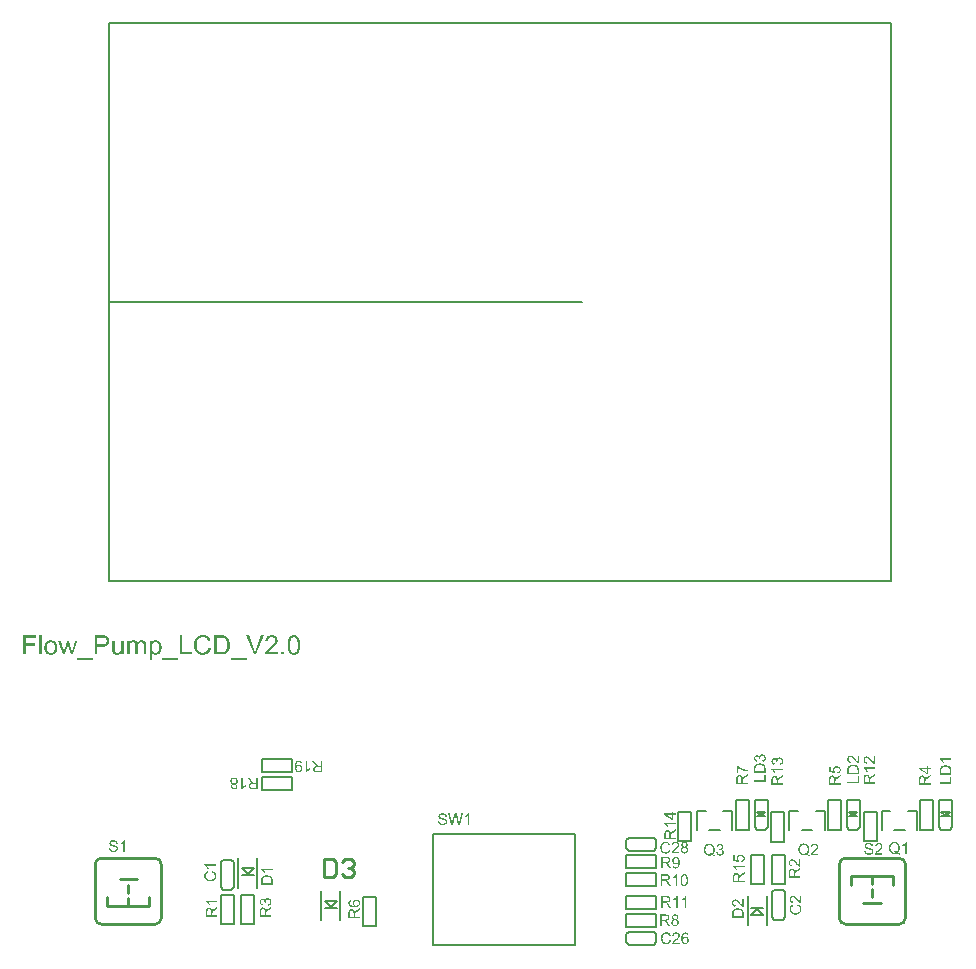
<source format=gto>
G04*
G04 #@! TF.GenerationSoftware,Altium Limited,Altium Designer,23.10.1 (27)*
G04*
G04 Layer_Color=65535*
%FSLAX44Y44*%
%MOMM*%
G71*
G04*
G04 #@! TF.SameCoordinates,DDDD84AE-B6A4-46D7-9BE3-1AC597AA5375*
G04*
G04*
G04 #@! TF.FilePolarity,Positive*
G04*
G01*
G75*
%ADD10C,0.2540*%
%ADD11C,0.1270*%
G36*
X79667Y-45950D02*
X79871Y-45966D01*
X80121Y-45997D01*
X80388Y-46044D01*
X80686Y-46091D01*
X80999Y-46154D01*
X81328Y-46232D01*
X81673Y-46342D01*
X82018Y-46467D01*
X82362Y-46608D01*
X82692Y-46781D01*
X83036Y-46969D01*
X83350Y-47188D01*
X83365Y-47204D01*
X83428Y-47251D01*
X83507Y-47314D01*
X83616Y-47423D01*
X83757Y-47549D01*
X83914Y-47705D01*
X84086Y-47878D01*
X84275Y-48082D01*
X84462Y-48317D01*
X84651Y-48583D01*
X84854Y-48865D01*
X85042Y-49179D01*
X85231Y-49523D01*
X85403Y-49884D01*
X85544Y-50276D01*
X85685Y-50683D01*
X83569Y-51185D01*
Y-51169D01*
X83538Y-51106D01*
X83507Y-51012D01*
X83460Y-50887D01*
X83397Y-50746D01*
X83334Y-50573D01*
X83240Y-50401D01*
X83146Y-50197D01*
X82911Y-49774D01*
X82629Y-49351D01*
X82284Y-48944D01*
X82112Y-48755D01*
X81908Y-48599D01*
X81892Y-48583D01*
X81861Y-48567D01*
X81798Y-48520D01*
X81720Y-48473D01*
X81610Y-48411D01*
X81485Y-48348D01*
X81344Y-48270D01*
X81172Y-48191D01*
X80983Y-48113D01*
X80780Y-48035D01*
X80560Y-47972D01*
X80325Y-47909D01*
X80074Y-47862D01*
X79792Y-47815D01*
X79510Y-47800D01*
X79212Y-47784D01*
X79024D01*
X78899Y-47800D01*
X78742Y-47815D01*
X78554Y-47831D01*
X78351Y-47862D01*
X78116Y-47894D01*
X77614Y-48003D01*
X77363Y-48082D01*
X77097Y-48160D01*
X76830Y-48270D01*
X76580Y-48395D01*
X76313Y-48536D01*
X76078Y-48693D01*
X76062Y-48709D01*
X76031Y-48740D01*
X75953Y-48787D01*
X75874Y-48850D01*
X75765Y-48944D01*
X75655Y-49053D01*
X75530Y-49179D01*
X75389Y-49335D01*
X75248Y-49492D01*
X75091Y-49680D01*
X74950Y-49868D01*
X74809Y-50088D01*
X74668Y-50323D01*
X74527Y-50573D01*
X74417Y-50824D01*
X74307Y-51106D01*
Y-51122D01*
X74292Y-51169D01*
X74260Y-51263D01*
X74229Y-51373D01*
X74198Y-51498D01*
X74151Y-51670D01*
X74103Y-51859D01*
X74057Y-52062D01*
X74009Y-52282D01*
X73962Y-52532D01*
X73884Y-53050D01*
X73821Y-53629D01*
X73806Y-54225D01*
Y-54241D01*
Y-54319D01*
Y-54429D01*
X73821Y-54570D01*
Y-54758D01*
X73837Y-54962D01*
X73853Y-55197D01*
X73884Y-55447D01*
X73915Y-55729D01*
X73947Y-56012D01*
X74057Y-56623D01*
X74198Y-57250D01*
X74401Y-57845D01*
Y-57861D01*
X74433Y-57908D01*
X74464Y-57986D01*
X74511Y-58096D01*
X74589Y-58221D01*
X74668Y-58378D01*
X74762Y-58535D01*
X74871Y-58707D01*
X75122Y-59083D01*
X75451Y-59459D01*
X75843Y-59835D01*
X76047Y-59992D01*
X76282Y-60149D01*
X76297Y-60164D01*
X76345Y-60180D01*
X76407Y-60212D01*
X76501Y-60259D01*
X76627Y-60321D01*
X76768Y-60384D01*
X76924Y-60447D01*
X77112Y-60525D01*
X77316Y-60588D01*
X77520Y-60666D01*
X77990Y-60776D01*
X78507Y-60870D01*
X78774Y-60886D01*
X79056Y-60901D01*
X79228D01*
X79353Y-60886D01*
X79510Y-60870D01*
X79698Y-60838D01*
X79902Y-60807D01*
X80121Y-60776D01*
X80592Y-60650D01*
X80842Y-60572D01*
X81109Y-60462D01*
X81360Y-60353D01*
X81626Y-60212D01*
X81877Y-60055D01*
X82112Y-59867D01*
X82127Y-59851D01*
X82175Y-59820D01*
X82237Y-59757D01*
X82316Y-59679D01*
X82409Y-59569D01*
X82535Y-59428D01*
X82660Y-59271D01*
X82801Y-59099D01*
X82942Y-58879D01*
X83083Y-58660D01*
X83224Y-58409D01*
X83365Y-58127D01*
X83491Y-57829D01*
X83616Y-57500D01*
X83726Y-57156D01*
X83820Y-56779D01*
X85967Y-57312D01*
Y-57344D01*
X85936Y-57422D01*
X85889Y-57563D01*
X85826Y-57751D01*
X85748Y-57970D01*
X85654Y-58221D01*
X85544Y-58519D01*
X85403Y-58817D01*
X85246Y-59146D01*
X85074Y-59475D01*
X84870Y-59804D01*
X84651Y-60149D01*
X84400Y-60478D01*
X84133Y-60791D01*
X83836Y-61089D01*
X83522Y-61371D01*
X83507Y-61387D01*
X83444Y-61434D01*
X83350Y-61497D01*
X83209Y-61591D01*
X83036Y-61685D01*
X82833Y-61810D01*
X82598Y-61936D01*
X82331Y-62061D01*
X82033Y-62186D01*
X81704Y-62312D01*
X81344Y-62437D01*
X80968Y-62531D01*
X80560Y-62625D01*
X80137Y-62688D01*
X79698Y-62735D01*
X79228Y-62750D01*
X78977D01*
X78789Y-62735D01*
X78570Y-62719D01*
X78303Y-62688D01*
X78021Y-62656D01*
X77708Y-62609D01*
X77363Y-62562D01*
X77018Y-62484D01*
X76674Y-62406D01*
X76313Y-62296D01*
X75953Y-62171D01*
X75592Y-62030D01*
X75263Y-61873D01*
X74934Y-61685D01*
X74918Y-61669D01*
X74856Y-61638D01*
X74777Y-61575D01*
X74668Y-61481D01*
X74527Y-61371D01*
X74370Y-61246D01*
X74198Y-61089D01*
X74009Y-60901D01*
X73806Y-60697D01*
X73602Y-60462D01*
X73398Y-60212D01*
X73179Y-59929D01*
X72975Y-59632D01*
X72787Y-59303D01*
X72599Y-58958D01*
X72427Y-58597D01*
X72411Y-58566D01*
X72395Y-58503D01*
X72348Y-58394D01*
X72301Y-58237D01*
X72238Y-58049D01*
X72160Y-57829D01*
X72082Y-57579D01*
X72003Y-57281D01*
X71925Y-56968D01*
X71847Y-56638D01*
X71784Y-56278D01*
X71706Y-55886D01*
X71659Y-55494D01*
X71612Y-55087D01*
X71596Y-54664D01*
X71580Y-54225D01*
Y-54194D01*
Y-54115D01*
Y-53974D01*
X71596Y-53802D01*
X71612Y-53582D01*
X71627Y-53316D01*
X71659Y-53034D01*
X71706Y-52720D01*
X71753Y-52391D01*
X71815Y-52031D01*
X71894Y-51670D01*
X71988Y-51294D01*
X72098Y-50918D01*
X72223Y-50542D01*
X72364Y-50166D01*
X72536Y-49805D01*
X72552Y-49790D01*
X72583Y-49727D01*
X72646Y-49617D01*
X72724Y-49492D01*
X72818Y-49335D01*
X72944Y-49147D01*
X73085Y-48944D01*
X73242Y-48740D01*
X73430Y-48505D01*
X73633Y-48270D01*
X73868Y-48035D01*
X74103Y-47784D01*
X74370Y-47549D01*
X74668Y-47329D01*
X74965Y-47110D01*
X75294Y-46922D01*
X75310Y-46906D01*
X75373Y-46875D01*
X75483Y-46828D01*
X75608Y-46765D01*
X75780Y-46687D01*
X75984Y-46608D01*
X76203Y-46514D01*
X76470Y-46420D01*
X76752Y-46342D01*
X77050Y-46248D01*
X77379Y-46170D01*
X77724Y-46091D01*
X78084Y-46029D01*
X78476Y-45982D01*
X78852Y-45950D01*
X79260Y-45935D01*
X79495D01*
X79667Y-45950D01*
D02*
G37*
G36*
X39547Y-50448D02*
X39688D01*
X39829Y-50479D01*
X40002Y-50495D01*
X40190Y-50526D01*
X40597Y-50620D01*
X41052Y-50761D01*
X41271Y-50855D01*
X41506Y-50950D01*
X41726Y-51075D01*
X41945Y-51216D01*
X41961Y-51232D01*
X41992Y-51247D01*
X42055Y-51294D01*
X42133Y-51357D01*
X42227Y-51435D01*
X42337Y-51545D01*
X42462Y-51655D01*
X42603Y-51780D01*
X42744Y-51937D01*
X42885Y-52094D01*
X43026Y-52282D01*
X43183Y-52470D01*
X43449Y-52909D01*
X43700Y-53410D01*
Y-53426D01*
X43731Y-53473D01*
X43763Y-53551D01*
X43794Y-53661D01*
X43841Y-53786D01*
X43888Y-53943D01*
X43935Y-54131D01*
X43998Y-54319D01*
X44061Y-54554D01*
X44108Y-54789D01*
X44155Y-55040D01*
X44202Y-55306D01*
X44264Y-55886D01*
X44296Y-56513D01*
Y-56529D01*
Y-56591D01*
Y-56685D01*
X44280Y-56811D01*
Y-56968D01*
X44264Y-57156D01*
X44249Y-57375D01*
X44217Y-57594D01*
X44186Y-57845D01*
X44139Y-58096D01*
X44014Y-58644D01*
X43857Y-59209D01*
X43637Y-59773D01*
Y-59788D01*
X43606Y-59835D01*
X43575Y-59914D01*
X43512Y-60008D01*
X43449Y-60133D01*
X43371Y-60274D01*
X43167Y-60588D01*
X42885Y-60948D01*
X42572Y-61309D01*
X42180Y-61669D01*
X41976Y-61826D01*
X41741Y-61982D01*
X41726Y-61998D01*
X41679Y-62014D01*
X41616Y-62045D01*
X41522Y-62108D01*
X41412Y-62155D01*
X41271Y-62218D01*
X41130Y-62296D01*
X40958Y-62359D01*
X40770Y-62437D01*
X40566Y-62500D01*
X40127Y-62625D01*
X39641Y-62719D01*
X39390Y-62735D01*
X39140Y-62750D01*
X38967D01*
X38889Y-62735D01*
X38779D01*
X38544Y-62703D01*
X38262Y-62656D01*
X37964Y-62578D01*
X37651Y-62484D01*
X37337Y-62343D01*
X37322D01*
X37306Y-62327D01*
X37212Y-62265D01*
X37071Y-62171D01*
X36883Y-62045D01*
X36679Y-61888D01*
X36460Y-61700D01*
X36256Y-61497D01*
X36052Y-61262D01*
Y-66997D01*
X34062D01*
Y-50699D01*
X35880D01*
Y-52235D01*
X35896Y-52219D01*
X35911Y-52188D01*
X35943Y-52156D01*
X35990Y-52094D01*
X36131Y-51921D01*
X36303Y-51733D01*
X36523Y-51514D01*
X36758Y-51294D01*
X37024Y-51075D01*
X37322Y-50887D01*
X37337D01*
X37353Y-50871D01*
X37400Y-50840D01*
X37463Y-50809D01*
X37541Y-50777D01*
X37635Y-50746D01*
X37870Y-50652D01*
X38168Y-50573D01*
X38497Y-50495D01*
X38873Y-50448D01*
X39296Y-50432D01*
X39437D01*
X39547Y-50448D01*
D02*
G37*
G36*
X27731D02*
X27887Y-50464D01*
X28060Y-50479D01*
X28248Y-50511D01*
X28451Y-50558D01*
X28875Y-50667D01*
X29110Y-50746D01*
X29329Y-50840D01*
X29549Y-50950D01*
X29752Y-51091D01*
X29956Y-51232D01*
X30144Y-51404D01*
X30160Y-51420D01*
X30191Y-51451D01*
X30238Y-51514D01*
X30285Y-51592D01*
X30364Y-51686D01*
X30442Y-51811D01*
X30520Y-51968D01*
X30614Y-52141D01*
X30708Y-52344D01*
X30787Y-52564D01*
X30865Y-52814D01*
X30943Y-53081D01*
X30990Y-53363D01*
X31037Y-53692D01*
X31069Y-54037D01*
X31084Y-54397D01*
Y-62484D01*
X29094D01*
Y-55055D01*
Y-55040D01*
Y-55009D01*
Y-54946D01*
Y-54868D01*
Y-54758D01*
X29078Y-54648D01*
X29063Y-54397D01*
X29047Y-54115D01*
X29016Y-53833D01*
X28953Y-53567D01*
X28922Y-53457D01*
X28890Y-53347D01*
X28875Y-53316D01*
X28859Y-53253D01*
X28796Y-53159D01*
X28734Y-53034D01*
X28640Y-52909D01*
X28514Y-52752D01*
X28358Y-52611D01*
X28185Y-52485D01*
X28169Y-52470D01*
X28091Y-52438D01*
X27997Y-52376D01*
X27856Y-52313D01*
X27668Y-52266D01*
X27464Y-52203D01*
X27245Y-52172D01*
X26994Y-52156D01*
X26869D01*
X26790Y-52172D01*
X26681Y-52188D01*
X26555Y-52203D01*
X26273Y-52266D01*
X25944Y-52360D01*
X25599Y-52501D01*
X25427Y-52595D01*
X25254Y-52705D01*
X25082Y-52846D01*
X24925Y-52987D01*
X24910Y-53003D01*
X24894Y-53018D01*
X24847Y-53081D01*
X24800Y-53144D01*
X24737Y-53238D01*
X24675Y-53347D01*
X24596Y-53473D01*
X24518Y-53629D01*
X24439Y-53802D01*
X24361Y-54005D01*
X24299Y-54209D01*
X24236Y-54460D01*
X24189Y-54711D01*
X24142Y-54993D01*
X24126Y-55306D01*
X24110Y-55635D01*
Y-62484D01*
X22120D01*
Y-54836D01*
Y-54820D01*
Y-54773D01*
Y-54711D01*
Y-54617D01*
X22104Y-54507D01*
X22089Y-54382D01*
X22057Y-54084D01*
X21995Y-53755D01*
X21916Y-53426D01*
X21791Y-53112D01*
X21634Y-52830D01*
Y-52814D01*
X21619Y-52799D01*
X21540Y-52720D01*
X21415Y-52611D01*
X21258Y-52485D01*
X21039Y-52376D01*
X20757Y-52266D01*
X20428Y-52188D01*
X20240Y-52156D01*
X19895D01*
X19738Y-52172D01*
X19519Y-52219D01*
X19283Y-52266D01*
X19017Y-52344D01*
X18751Y-52454D01*
X18469Y-52611D01*
X18437Y-52626D01*
X18359Y-52689D01*
X18218Y-52799D01*
X18061Y-52940D01*
X17889Y-53128D01*
X17716Y-53347D01*
X17560Y-53614D01*
X17419Y-53911D01*
Y-53927D01*
X17403Y-53943D01*
X17387Y-54005D01*
X17372Y-54068D01*
X17340Y-54162D01*
X17325Y-54256D01*
X17293Y-54397D01*
X17262Y-54538D01*
X17230Y-54695D01*
X17199Y-54883D01*
X17184Y-55087D01*
X17152Y-55306D01*
X17136Y-55541D01*
X17121Y-55808D01*
X17105Y-56074D01*
Y-56372D01*
Y-62484D01*
X15115D01*
Y-50699D01*
X16901D01*
Y-52344D01*
X16933Y-52329D01*
X16964Y-52282D01*
X16995Y-52219D01*
X17121Y-52062D01*
X17293Y-51859D01*
X17497Y-51639D01*
X17748Y-51404D01*
X18046Y-51185D01*
X18375Y-50965D01*
X18390D01*
X18422Y-50950D01*
X18469Y-50918D01*
X18531Y-50887D01*
X18625Y-50840D01*
X18735Y-50793D01*
X18845Y-50746D01*
X18986Y-50699D01*
X19299Y-50605D01*
X19644Y-50511D01*
X20051Y-50448D01*
X20475Y-50432D01*
X20600D01*
X20694Y-50448D01*
X20804D01*
X20929Y-50464D01*
X21242Y-50495D01*
X21572Y-50573D01*
X21932Y-50667D01*
X22292Y-50793D01*
X22622Y-50981D01*
X22637D01*
X22653Y-51012D01*
X22763Y-51075D01*
X22904Y-51200D01*
X23076Y-51373D01*
X23280Y-51592D01*
X23468Y-51859D01*
X23640Y-52156D01*
X23797Y-52501D01*
X23813Y-52470D01*
X23860Y-52407D01*
X23938Y-52313D01*
X24048Y-52172D01*
X24189Y-52015D01*
X24361Y-51843D01*
X24565Y-51655D01*
X24784Y-51467D01*
X25035Y-51279D01*
X25301Y-51091D01*
X25615Y-50918D01*
X25928Y-50761D01*
X26273Y-50620D01*
X26649Y-50526D01*
X27041Y-50448D01*
X27448Y-50432D01*
X27621D01*
X27731Y-50448D01*
D02*
G37*
G36*
X-30663Y-62484D02*
X-32731D01*
X-34596Y-55432D01*
X-35066Y-53426D01*
X-37480Y-62484D01*
X-39564D01*
X-43153Y-50699D01*
X-41069D01*
X-39204Y-57516D01*
X-38514Y-60039D01*
Y-60023D01*
X-38498Y-59977D01*
X-38483Y-59929D01*
X-38467Y-59867D01*
X-38451Y-59773D01*
X-38420Y-59663D01*
X-38389Y-59522D01*
X-38342Y-59365D01*
X-38295Y-59162D01*
X-38232Y-58942D01*
X-38169Y-58660D01*
X-38091Y-58362D01*
X-37997Y-58002D01*
X-37903Y-57610D01*
X-35991Y-50699D01*
X-33969D01*
X-32198Y-57547D01*
X-31618Y-59788D01*
X-30945Y-57516D01*
X-28923Y-50699D01*
X-26980D01*
X-30663Y-62484D01*
D02*
G37*
G36*
X124520Y-62484D02*
X122279D01*
X115994Y-46217D01*
X118329D01*
X122545Y-58049D01*
Y-58064D01*
X122561Y-58112D01*
X122592Y-58190D01*
X122639Y-58284D01*
X122670Y-58409D01*
X122733Y-58566D01*
X122780Y-58738D01*
X122843Y-58911D01*
X122984Y-59318D01*
X123125Y-59773D01*
X123266Y-60243D01*
X123407Y-60713D01*
Y-60697D01*
X123423Y-60650D01*
X123438Y-60588D01*
X123470Y-60478D01*
X123517Y-60368D01*
X123548Y-60227D01*
X123595Y-60055D01*
X123658Y-59882D01*
X123783Y-59475D01*
X123940Y-59021D01*
X124096Y-58550D01*
X124285Y-58049D01*
X128688Y-46217D01*
X130882D01*
X124520Y-62484D01*
D02*
G37*
G36*
X11996D02*
X10210D01*
Y-60760D01*
X10194Y-60776D01*
X10147Y-60838D01*
X10069Y-60948D01*
X9959Y-61073D01*
X9818Y-61215D01*
X9645Y-61387D01*
X9457Y-61575D01*
X9222Y-61747D01*
X8971Y-61936D01*
X8689Y-62123D01*
X8376Y-62296D01*
X8047Y-62437D01*
X7686Y-62562D01*
X7310Y-62672D01*
X6903Y-62735D01*
X6464Y-62750D01*
X6292D01*
X6198Y-62735D01*
X6088D01*
X5837Y-62703D01*
X5539Y-62656D01*
X5210Y-62578D01*
X4866Y-62484D01*
X4521Y-62359D01*
X4505D01*
X4474Y-62343D01*
X4427Y-62312D01*
X4380Y-62280D01*
X4207Y-62202D01*
X4019Y-62092D01*
X3800Y-61936D01*
X3565Y-61763D01*
X3361Y-61575D01*
X3173Y-61356D01*
X3157Y-61324D01*
X3110Y-61246D01*
X3032Y-61121D01*
X2938Y-60932D01*
X2844Y-60729D01*
X2734Y-60462D01*
X2640Y-60180D01*
X2562Y-59867D01*
Y-59835D01*
X2546Y-59757D01*
X2530Y-59616D01*
X2515Y-59412D01*
X2483Y-59162D01*
Y-59005D01*
X2468Y-58832D01*
Y-58644D01*
X2452Y-58456D01*
Y-58237D01*
Y-58002D01*
Y-50699D01*
X4442D01*
Y-57234D01*
Y-57250D01*
Y-57297D01*
Y-57375D01*
Y-57485D01*
Y-57610D01*
Y-57751D01*
X4458Y-58080D01*
X4474Y-58441D01*
X4489Y-58785D01*
X4505Y-58958D01*
X4521Y-59099D01*
X4536Y-59240D01*
X4552Y-59350D01*
Y-59365D01*
X4568Y-59381D01*
X4599Y-59475D01*
X4646Y-59616D01*
X4724Y-59804D01*
X4834Y-59992D01*
X4975Y-60196D01*
X5148Y-60400D01*
X5351Y-60588D01*
X5383Y-60603D01*
X5461Y-60650D01*
X5586Y-60729D01*
X5774Y-60807D01*
X5994Y-60886D01*
X6245Y-60964D01*
X6542Y-61011D01*
X6872Y-61027D01*
X7028D01*
X7201Y-60995D01*
X7420Y-60964D01*
X7671Y-60917D01*
X7953Y-60838D01*
X8251Y-60729D01*
X8548Y-60572D01*
X8564D01*
X8580Y-60556D01*
X8674Y-60494D01*
X8815Y-60384D01*
X8987Y-60243D01*
X9175Y-60071D01*
X9363Y-59851D01*
X9536Y-59616D01*
X9677Y-59334D01*
Y-59318D01*
X9692Y-59303D01*
X9708Y-59256D01*
X9724Y-59177D01*
X9755Y-59099D01*
X9786Y-59005D01*
X9818Y-58879D01*
X9849Y-58738D01*
X9865Y-58582D01*
X9896Y-58409D01*
X9927Y-58221D01*
X9959Y-58018D01*
X9974Y-57798D01*
X9990Y-57547D01*
X10006Y-57297D01*
Y-57014D01*
Y-50699D01*
X11996D01*
Y-62484D01*
D02*
G37*
G36*
X148027Y-62484D02*
X145755D01*
Y-60212D01*
X148027D01*
Y-62484D01*
D02*
G37*
G36*
X137621Y-46170D02*
X137794D01*
X137982Y-46201D01*
X138217Y-46217D01*
X138468Y-46264D01*
X138734Y-46311D01*
X139032Y-46389D01*
X139330Y-46467D01*
X139643Y-46577D01*
X139941Y-46702D01*
X140254Y-46844D01*
X140552Y-47032D01*
X140834Y-47220D01*
X141100Y-47455D01*
X141116Y-47470D01*
X141163Y-47517D01*
X141226Y-47580D01*
X141320Y-47690D01*
X141414Y-47815D01*
X141539Y-47972D01*
X141665Y-48144D01*
X141790Y-48348D01*
X141915Y-48567D01*
X142041Y-48818D01*
X142166Y-49085D01*
X142260Y-49367D01*
X142354Y-49664D01*
X142417Y-49994D01*
X142464Y-50323D01*
X142479Y-50683D01*
Y-50699D01*
Y-50730D01*
Y-50777D01*
Y-50855D01*
X142464Y-50934D01*
Y-51044D01*
X142432Y-51294D01*
X142386Y-51576D01*
X142307Y-51905D01*
X142213Y-52250D01*
X142072Y-52611D01*
Y-52626D01*
X142056Y-52658D01*
X142025Y-52705D01*
X141994Y-52768D01*
X141947Y-52861D01*
X141900Y-52955D01*
X141759Y-53206D01*
X141571Y-53504D01*
X141335Y-53849D01*
X141069Y-54209D01*
X140740Y-54601D01*
X140724Y-54617D01*
X140693Y-54648D01*
X140646Y-54711D01*
X140568Y-54789D01*
X140458Y-54899D01*
X140332Y-55024D01*
X140191Y-55181D01*
X140003Y-55338D01*
X139815Y-55541D01*
X139580Y-55745D01*
X139330Y-55980D01*
X139047Y-56247D01*
X138750Y-56513D01*
X138421Y-56811D01*
X138060Y-57124D01*
X137668Y-57453D01*
X137653Y-57469D01*
X137590Y-57516D01*
X137496Y-57594D01*
X137386Y-57704D01*
X137229Y-57814D01*
X137073Y-57955D01*
X136697Y-58268D01*
X136305Y-58613D01*
X135929Y-58958D01*
X135756Y-59114D01*
X135600Y-59256D01*
X135459Y-59397D01*
X135349Y-59506D01*
X135333Y-59522D01*
X135271Y-59600D01*
X135176Y-59710D01*
X135051Y-59835D01*
X134926Y-60008D01*
X134785Y-60180D01*
X134644Y-60368D01*
X134518Y-60572D01*
X142495D01*
Y-62484D01*
X131744D01*
Y-62468D01*
Y-62453D01*
Y-62359D01*
Y-62218D01*
X131760Y-62045D01*
X131791Y-61841D01*
X131823Y-61606D01*
X131885Y-61356D01*
X131964Y-61105D01*
Y-61089D01*
X131979Y-61058D01*
X132011Y-60995D01*
X132042Y-60917D01*
X132089Y-60823D01*
X132152Y-60697D01*
X132293Y-60431D01*
X132465Y-60102D01*
X132700Y-59741D01*
X132967Y-59350D01*
X133280Y-58958D01*
X133296Y-58942D01*
X133327Y-58911D01*
X133374Y-58848D01*
X133453Y-58770D01*
X133547Y-58660D01*
X133656Y-58550D01*
X133797Y-58409D01*
X133954Y-58253D01*
X134127Y-58080D01*
X134314Y-57892D01*
X134534Y-57673D01*
X134769Y-57469D01*
X135020Y-57234D01*
X135302Y-56999D01*
X135584Y-56748D01*
X135897Y-56482D01*
X135929Y-56450D01*
X136007Y-56388D01*
X136148Y-56278D01*
X136320Y-56121D01*
X136540Y-55933D01*
X136791Y-55729D01*
X137057Y-55494D01*
X137339Y-55228D01*
X137935Y-54679D01*
X138530Y-54115D01*
X138812Y-53818D01*
X139063Y-53551D01*
X139298Y-53285D01*
X139486Y-53034D01*
X139502Y-53018D01*
X139533Y-52971D01*
X139580Y-52909D01*
X139627Y-52814D01*
X139706Y-52705D01*
X139784Y-52579D01*
X139862Y-52423D01*
X139956Y-52250D01*
X140129Y-51890D01*
X140286Y-51482D01*
X140332Y-51279D01*
X140379Y-51059D01*
X140411Y-50855D01*
X140427Y-50636D01*
Y-50620D01*
Y-50589D01*
Y-50526D01*
X140411Y-50432D01*
X140395Y-50338D01*
X140379Y-50213D01*
X140317Y-49931D01*
X140223Y-49617D01*
X140066Y-49288D01*
X139972Y-49116D01*
X139847Y-48944D01*
X139721Y-48787D01*
X139565Y-48630D01*
X139549Y-48614D01*
X139533Y-48599D01*
X139471Y-48552D01*
X139408Y-48505D01*
X139330Y-48442D01*
X139220Y-48379D01*
X139110Y-48301D01*
X138969Y-48223D01*
X138828Y-48144D01*
X138656Y-48066D01*
X138279Y-47941D01*
X137841Y-47846D01*
X137606Y-47831D01*
X137355Y-47815D01*
X137214D01*
X137120Y-47831D01*
X136994Y-47846D01*
X136853Y-47862D01*
X136697Y-47894D01*
X136524Y-47925D01*
X136148Y-48019D01*
X135772Y-48176D01*
X135568Y-48270D01*
X135380Y-48395D01*
X135208Y-48520D01*
X135035Y-48677D01*
X135020Y-48693D01*
X135004Y-48724D01*
X134957Y-48771D01*
X134894Y-48834D01*
X134832Y-48928D01*
X134769Y-49022D01*
X134691Y-49147D01*
X134612Y-49304D01*
X134518Y-49461D01*
X134440Y-49633D01*
X134377Y-49837D01*
X134314Y-50041D01*
X134252Y-50276D01*
X134205Y-50526D01*
X134189Y-50777D01*
X134173Y-51059D01*
X132121Y-50855D01*
Y-50824D01*
X132136Y-50761D01*
X132152Y-50636D01*
X132168Y-50479D01*
X132214Y-50291D01*
X132261Y-50072D01*
X132324Y-49821D01*
X132403Y-49555D01*
X132481Y-49288D01*
X132591Y-48991D01*
X132732Y-48709D01*
X132873Y-48411D01*
X133045Y-48129D01*
X133233Y-47862D01*
X133453Y-47596D01*
X133703Y-47361D01*
X133719Y-47345D01*
X133766Y-47314D01*
X133844Y-47251D01*
X133954Y-47173D01*
X134095Y-47079D01*
X134268Y-46985D01*
X134456Y-46875D01*
X134691Y-46750D01*
X134941Y-46640D01*
X135208Y-46530D01*
X135521Y-46436D01*
X135850Y-46342D01*
X136195Y-46264D01*
X136571Y-46201D01*
X136979Y-46170D01*
X137402Y-46154D01*
X137512D01*
X137621Y-46170D01*
D02*
G37*
G36*
X94869Y-46232D02*
X95072D01*
X95292Y-46248D01*
X95746Y-46279D01*
X96232Y-46311D01*
X96702Y-46373D01*
X96906Y-46405D01*
X97110Y-46452D01*
X97125D01*
X97172Y-46467D01*
X97251Y-46483D01*
X97345Y-46514D01*
X97470Y-46546D01*
X97611Y-46593D01*
X97768Y-46656D01*
X97925Y-46718D01*
X98301Y-46891D01*
X98708Y-47079D01*
X99100Y-47329D01*
X99492Y-47627D01*
X99508Y-47643D01*
X99555Y-47674D01*
X99617Y-47737D01*
X99696Y-47815D01*
X99805Y-47925D01*
X99931Y-48050D01*
X100072Y-48207D01*
X100213Y-48379D01*
X100369Y-48567D01*
X100526Y-48787D01*
X100683Y-49006D01*
X100855Y-49257D01*
X100996Y-49523D01*
X101153Y-49790D01*
X101294Y-50088D01*
X101419Y-50401D01*
Y-50417D01*
X101451Y-50479D01*
X101482Y-50573D01*
X101514Y-50699D01*
X101576Y-50855D01*
X101623Y-51044D01*
X101686Y-51279D01*
X101749Y-51514D01*
X101796Y-51796D01*
X101858Y-52094D01*
X101921Y-52407D01*
X101968Y-52752D01*
X101999Y-53112D01*
X102031Y-53473D01*
X102062Y-54272D01*
Y-54288D01*
Y-54350D01*
Y-54444D01*
Y-54585D01*
X102046Y-54742D01*
Y-54930D01*
X102031Y-55150D01*
X102015Y-55369D01*
X101984Y-55620D01*
X101952Y-55886D01*
X101874Y-56435D01*
X101764Y-57014D01*
X101623Y-57563D01*
Y-57579D01*
X101608Y-57626D01*
X101576Y-57704D01*
X101545Y-57798D01*
X101498Y-57923D01*
X101451Y-58064D01*
X101388Y-58221D01*
X101325Y-58394D01*
X101153Y-58770D01*
X100965Y-59162D01*
X100745Y-59553D01*
X100511Y-59929D01*
Y-59945D01*
X100479Y-59977D01*
X100448Y-60023D01*
X100401Y-60086D01*
X100260Y-60243D01*
X100072Y-60462D01*
X99852Y-60697D01*
X99601Y-60948D01*
X99319Y-61183D01*
X99022Y-61403D01*
X99006D01*
X98990Y-61418D01*
X98943Y-61450D01*
X98881Y-61497D01*
X98802Y-61528D01*
X98708Y-61591D01*
X98473Y-61700D01*
X98191Y-61841D01*
X97862Y-61967D01*
X97486Y-62108D01*
X97078Y-62218D01*
X97063D01*
X97031Y-62233D01*
X96969Y-62249D01*
X96875Y-62265D01*
X96765Y-62280D01*
X96639Y-62296D01*
X96498Y-62327D01*
X96326Y-62343D01*
X96154Y-62374D01*
X95950Y-62406D01*
X95511Y-62437D01*
X95010Y-62468D01*
X94477Y-62484D01*
X88616D01*
Y-46217D01*
X94681D01*
X94869Y-46232D01*
D02*
G37*
G36*
X61629Y-60572D02*
X69637D01*
Y-62484D01*
X59482D01*
Y-46217D01*
X61629D01*
Y-60572D01*
D02*
G37*
G36*
X-5541Y-46232D02*
X-5368D01*
X-4961Y-46248D01*
X-4553Y-46279D01*
X-4162Y-46326D01*
X-3973Y-46342D01*
X-3801Y-46373D01*
X-3785D01*
X-3754Y-46389D01*
X-3691D01*
X-3597Y-46420D01*
X-3503Y-46436D01*
X-3378Y-46467D01*
X-3096Y-46546D01*
X-2782Y-46656D01*
X-2453Y-46781D01*
X-2109Y-46953D01*
X-1795Y-47141D01*
X-1779D01*
X-1764Y-47173D01*
X-1717Y-47204D01*
X-1654Y-47251D01*
X-1513Y-47376D01*
X-1325Y-47549D01*
X-1121Y-47768D01*
X-902Y-48050D01*
X-682Y-48364D01*
X-494Y-48724D01*
Y-48740D01*
X-479Y-48771D01*
X-447Y-48818D01*
X-416Y-48896D01*
X-385Y-48991D01*
X-338Y-49100D01*
X-291Y-49226D01*
X-244Y-49382D01*
X-149Y-49711D01*
X-71Y-50072D01*
X-9Y-50495D01*
X7Y-50934D01*
Y-50950D01*
Y-51028D01*
X-9Y-51138D01*
Y-51279D01*
X-40Y-51451D01*
X-55Y-51670D01*
X-103Y-51890D01*
X-165Y-52141D01*
X-228Y-52423D01*
X-322Y-52705D01*
X-432Y-52987D01*
X-557Y-53285D01*
X-714Y-53582D01*
X-886Y-53880D01*
X-1090Y-54162D01*
X-1325Y-54444D01*
X-1341Y-54460D01*
X-1388Y-54507D01*
X-1466Y-54570D01*
X-1591Y-54664D01*
X-1732Y-54774D01*
X-1920Y-54899D01*
X-2156Y-55024D01*
X-2406Y-55150D01*
X-2720Y-55291D01*
X-3065Y-55416D01*
X-3456Y-55541D01*
X-3895Y-55651D01*
X-4365Y-55745D01*
X-4898Y-55808D01*
X-5462Y-55855D01*
X-6089Y-55870D01*
X-10258D01*
Y-62484D01*
X-12405D01*
Y-46217D01*
X-5713D01*
X-5541Y-46232D01*
D02*
G37*
G36*
X-57430Y-62484D02*
X-59420D01*
Y-46217D01*
X-57430D01*
Y-62484D01*
D02*
G37*
G36*
X-61928Y-48129D02*
X-70751D01*
Y-53175D01*
X-63119D01*
Y-55087D01*
X-70751D01*
Y-62484D01*
X-72898D01*
Y-46217D01*
X-61928D01*
Y-48129D01*
D02*
G37*
G36*
X156568Y-46170D02*
X156709Y-46185D01*
X156851Y-46201D01*
X157023Y-46217D01*
X157383Y-46279D01*
X157760Y-46373D01*
X158167Y-46514D01*
X158543Y-46687D01*
X158559D01*
X158590Y-46718D01*
X158637Y-46750D01*
X158715Y-46781D01*
X158888Y-46906D01*
X159123Y-47079D01*
X159374Y-47298D01*
X159640Y-47549D01*
X159922Y-47862D01*
X160173Y-48207D01*
Y-48223D01*
X160204Y-48254D01*
X160236Y-48301D01*
X160283Y-48379D01*
X160330Y-48473D01*
X160392Y-48599D01*
X160471Y-48724D01*
X160534Y-48881D01*
X160612Y-49053D01*
X160706Y-49226D01*
X160863Y-49649D01*
X161035Y-50103D01*
X161176Y-50620D01*
Y-50636D01*
X161192Y-50683D01*
X161207Y-50761D01*
X161239Y-50887D01*
X161270Y-51028D01*
X161301Y-51200D01*
X161333Y-51404D01*
X161364Y-51639D01*
X161395Y-51890D01*
X161427Y-52188D01*
X161458Y-52501D01*
X161489Y-52846D01*
X161521Y-53206D01*
X161537Y-53598D01*
X161552Y-54021D01*
Y-54460D01*
Y-54491D01*
Y-54585D01*
Y-54742D01*
X161537Y-54930D01*
Y-55181D01*
X161521Y-55463D01*
X161505Y-55776D01*
X161474Y-56121D01*
X161442Y-56482D01*
X161411Y-56858D01*
X161301Y-57626D01*
X161160Y-58394D01*
X161066Y-58754D01*
X160957Y-59099D01*
Y-59114D01*
X160925Y-59177D01*
X160894Y-59271D01*
X160847Y-59381D01*
X160784Y-59538D01*
X160706Y-59710D01*
X160612Y-59898D01*
X160518Y-60102D01*
X160267Y-60525D01*
X159954Y-60979D01*
X159593Y-61418D01*
X159405Y-61622D01*
X159186Y-61810D01*
X159170Y-61826D01*
X159139Y-61857D01*
X159060Y-61904D01*
X158982Y-61951D01*
X158857Y-62030D01*
X158731Y-62108D01*
X158559Y-62186D01*
X158386Y-62280D01*
X158183Y-62374D01*
X157963Y-62453D01*
X157712Y-62531D01*
X157462Y-62609D01*
X157180Y-62656D01*
X156882Y-62703D01*
X156568Y-62735D01*
X156239Y-62750D01*
X156130D01*
X156020Y-62735D01*
X155848Y-62719D01*
X155660Y-62703D01*
X155424Y-62656D01*
X155174Y-62609D01*
X154892Y-62547D01*
X154609Y-62453D01*
X154296Y-62343D01*
X153998Y-62202D01*
X153685Y-62045D01*
X153387Y-61857D01*
X153089Y-61622D01*
X152807Y-61371D01*
X152541Y-61073D01*
X152525Y-61042D01*
X152478Y-60979D01*
X152400Y-60854D01*
X152290Y-60682D01*
X152165Y-60462D01*
X152039Y-60196D01*
X151898Y-59867D01*
X151742Y-59491D01*
X151601Y-59052D01*
X151444Y-58566D01*
X151318Y-58033D01*
X151193Y-57438D01*
X151083Y-56779D01*
X151005Y-56059D01*
X150958Y-55291D01*
X150942Y-54460D01*
Y-54444D01*
Y-54429D01*
Y-54335D01*
Y-54178D01*
X150958Y-53974D01*
Y-53739D01*
X150974Y-53457D01*
X150989Y-53144D01*
X151021Y-52799D01*
X151052Y-52438D01*
X151083Y-52062D01*
X151193Y-51279D01*
X151334Y-50526D01*
X151428Y-50166D01*
X151522Y-49821D01*
Y-49805D01*
X151553Y-49743D01*
X151585Y-49649D01*
X151632Y-49539D01*
X151695Y-49382D01*
X151773Y-49210D01*
X151867Y-49022D01*
X151961Y-48818D01*
X152212Y-48395D01*
X152525Y-47941D01*
X152886Y-47502D01*
X153074Y-47298D01*
X153293Y-47110D01*
X153309Y-47094D01*
X153340Y-47063D01*
X153419Y-47016D01*
X153512Y-46953D01*
X153622Y-46891D01*
X153763Y-46812D01*
X153920Y-46718D01*
X154108Y-46624D01*
X154312Y-46546D01*
X154531Y-46452D01*
X154766Y-46373D01*
X155033Y-46295D01*
X155315Y-46248D01*
X155612Y-46201D01*
X155910Y-46170D01*
X156239Y-46154D01*
X156459D01*
X156568Y-46170D01*
D02*
G37*
G36*
X-49328Y-50448D02*
X-49155Y-50464D01*
X-48952Y-50479D01*
X-48716Y-50511D01*
X-48450Y-50573D01*
X-48152Y-50636D01*
X-47854Y-50715D01*
X-47525Y-50824D01*
X-47196Y-50950D01*
X-46867Y-51106D01*
X-46538Y-51294D01*
X-46209Y-51498D01*
X-45896Y-51749D01*
X-45598Y-52031D01*
X-45582Y-52047D01*
X-45535Y-52109D01*
X-45457Y-52203D01*
X-45347Y-52329D01*
X-45237Y-52485D01*
X-45112Y-52689D01*
X-44971Y-52909D01*
X-44814Y-53175D01*
X-44673Y-53473D01*
X-44532Y-53802D01*
X-44407Y-54162D01*
X-44281Y-54570D01*
X-44187Y-54993D01*
X-44109Y-55447D01*
X-44062Y-55918D01*
X-44046Y-56435D01*
Y-56466D01*
Y-56529D01*
Y-56654D01*
X-44062Y-56811D01*
Y-56999D01*
X-44078Y-57218D01*
X-44109Y-57469D01*
X-44125Y-57735D01*
X-44219Y-58300D01*
X-44344Y-58895D01*
X-44501Y-59475D01*
X-44610Y-59757D01*
X-44736Y-60008D01*
Y-60023D01*
X-44767Y-60071D01*
X-44814Y-60133D01*
X-44861Y-60227D01*
X-44939Y-60337D01*
X-45018Y-60462D01*
X-45237Y-60744D01*
X-45519Y-61073D01*
X-45864Y-61403D01*
X-46272Y-61732D01*
X-46726Y-62030D01*
X-46742D01*
X-46789Y-62061D01*
X-46852Y-62092D01*
X-46946Y-62139D01*
X-47071Y-62202D01*
X-47212Y-62265D01*
X-47384Y-62327D01*
X-47572Y-62390D01*
X-47776Y-62453D01*
X-47996Y-62515D01*
X-48466Y-62641D01*
X-48998Y-62719D01*
X-49281Y-62735D01*
X-49563Y-62750D01*
X-49672D01*
X-49798Y-62735D01*
X-49970Y-62719D01*
X-50190Y-62703D01*
X-50425Y-62672D01*
X-50691Y-62625D01*
X-50989Y-62547D01*
X-51302Y-62468D01*
X-51631Y-62359D01*
X-51961Y-62233D01*
X-52290Y-62077D01*
X-52619Y-61904D01*
X-52948Y-61685D01*
X-53261Y-61450D01*
X-53559Y-61168D01*
X-53575Y-61152D01*
X-53622Y-61089D01*
X-53700Y-60995D01*
X-53794Y-60870D01*
X-53904Y-60713D01*
X-54045Y-60509D01*
X-54170Y-60274D01*
X-54311Y-60008D01*
X-54468Y-59694D01*
X-54593Y-59350D01*
X-54719Y-58973D01*
X-54844Y-58566D01*
X-54938Y-58127D01*
X-55016Y-57641D01*
X-55064Y-57140D01*
X-55079Y-56591D01*
Y-56576D01*
Y-56560D01*
Y-56513D01*
Y-56450D01*
X-55064Y-56278D01*
X-55048Y-56059D01*
X-55016Y-55792D01*
X-54985Y-55479D01*
X-54922Y-55134D01*
X-54844Y-54758D01*
X-54750Y-54382D01*
X-54640Y-53974D01*
X-54484Y-53567D01*
X-54311Y-53175D01*
X-54107Y-52783D01*
X-53857Y-52407D01*
X-53575Y-52062D01*
X-53261Y-51749D01*
X-53246Y-51733D01*
X-53198Y-51686D01*
X-53105Y-51623D01*
X-52995Y-51545D01*
X-52838Y-51435D01*
X-52666Y-51326D01*
X-52462Y-51216D01*
X-52227Y-51091D01*
X-51976Y-50965D01*
X-51694Y-50855D01*
X-51396Y-50730D01*
X-51067Y-50636D01*
X-50722Y-50558D01*
X-50346Y-50495D01*
X-49970Y-50448D01*
X-49563Y-50432D01*
X-49453D01*
X-49328Y-50448D01*
D02*
G37*
G36*
X116151Y-66997D02*
X102924D01*
Y-65556D01*
X116151D01*
Y-66997D01*
D02*
G37*
G36*
X58071D02*
X44844D01*
Y-65556D01*
X58071D01*
Y-66997D01*
D02*
G37*
G36*
X-13909Y-66997D02*
X-27136D01*
Y-65556D01*
X-13909D01*
Y-66997D01*
D02*
G37*
G36*
X643151Y-221995D02*
X643245D01*
X643358Y-222005D01*
X643480Y-222014D01*
X643621Y-222033D01*
X643762Y-222052D01*
X643913Y-222070D01*
X644232Y-222136D01*
X644561Y-222221D01*
X644881Y-222343D01*
X644890D01*
X644918Y-222362D01*
X644956Y-222380D01*
X645022Y-222409D01*
X645087Y-222446D01*
X645163Y-222484D01*
X645350Y-222597D01*
X645557Y-222747D01*
X645764Y-222925D01*
X645971Y-223132D01*
X646149Y-223367D01*
X646159Y-223377D01*
X646168Y-223395D01*
X646187Y-223433D01*
X646225Y-223489D01*
X646253Y-223546D01*
X646290Y-223630D01*
X646337Y-223715D01*
X646384Y-223809D01*
X646422Y-223922D01*
X646469Y-224035D01*
X646544Y-224298D01*
X646610Y-224589D01*
X646629Y-224739D01*
X646638Y-224899D01*
X645397Y-224993D01*
Y-224984D01*
X645388Y-224956D01*
Y-224909D01*
X645369Y-224843D01*
X645360Y-224767D01*
X645332Y-224674D01*
X645303Y-224580D01*
X645275Y-224476D01*
X645181Y-224251D01*
X645069Y-224016D01*
X644993Y-223903D01*
X644909Y-223799D01*
X644815Y-223696D01*
X644711Y-223602D01*
X644702Y-223593D01*
X644683Y-223583D01*
X644655Y-223555D01*
X644608Y-223527D01*
X644542Y-223489D01*
X644467Y-223452D01*
X644382Y-223405D01*
X644288Y-223358D01*
X644176Y-223320D01*
X644044Y-223273D01*
X643913Y-223236D01*
X643753Y-223198D01*
X643593Y-223170D01*
X643415Y-223142D01*
X643227Y-223132D01*
X643020Y-223123D01*
X642907D01*
X642832Y-223132D01*
X642729D01*
X642616Y-223142D01*
X642494Y-223160D01*
X642362Y-223179D01*
X642089Y-223226D01*
X641807Y-223301D01*
X641666Y-223358D01*
X641535Y-223414D01*
X641413Y-223480D01*
X641309Y-223555D01*
X641300Y-223565D01*
X641291Y-223574D01*
X641225Y-223630D01*
X641140Y-223724D01*
X641046Y-223846D01*
X640952Y-223997D01*
X640868Y-224175D01*
X640802Y-224373D01*
X640792Y-224476D01*
X640783Y-224589D01*
Y-224598D01*
Y-224608D01*
Y-224636D01*
X640792Y-224674D01*
X640802Y-224777D01*
X640830Y-224899D01*
X640877Y-225031D01*
X640943Y-225181D01*
X641037Y-225322D01*
X641159Y-225463D01*
X641168D01*
X641178Y-225482D01*
X641206Y-225501D01*
X641244Y-225519D01*
X641291Y-225548D01*
X641356Y-225585D01*
X641441Y-225632D01*
X641535Y-225679D01*
X641657Y-225726D01*
X641789Y-225783D01*
X641948Y-225839D01*
X642127Y-225895D01*
X642334Y-225961D01*
X642559Y-226027D01*
X642813Y-226093D01*
X643095Y-226158D01*
X643114D01*
X643161Y-226177D01*
X643245Y-226196D01*
X643349Y-226215D01*
X643480Y-226252D01*
X643621Y-226281D01*
X643790Y-226328D01*
X643960Y-226365D01*
X644317Y-226469D01*
X644674Y-226572D01*
X644843Y-226619D01*
X644993Y-226675D01*
X645134Y-226732D01*
X645257Y-226779D01*
X645266D01*
X645294Y-226798D01*
X645341Y-226816D01*
X645397Y-226854D01*
X645463Y-226891D01*
X645548Y-226938D01*
X645736Y-227051D01*
X645943Y-227192D01*
X646149Y-227361D01*
X646347Y-227559D01*
X646431Y-227662D01*
X646516Y-227775D01*
X646525Y-227784D01*
X646535Y-227803D01*
X646553Y-227831D01*
X646582Y-227878D01*
X646610Y-227935D01*
X646647Y-228010D01*
X646685Y-228085D01*
X646723Y-228170D01*
X646798Y-228376D01*
X646864Y-228611D01*
X646911Y-228874D01*
X646929Y-229015D01*
Y-229156D01*
Y-229166D01*
Y-229194D01*
Y-229232D01*
X646920Y-229288D01*
Y-229354D01*
X646911Y-229438D01*
X646892Y-229532D01*
X646873Y-229636D01*
X646817Y-229861D01*
X646741Y-230106D01*
X646629Y-230359D01*
X646553Y-230491D01*
X646478Y-230623D01*
X646469Y-230632D01*
X646460Y-230651D01*
X646431Y-230688D01*
X646394Y-230735D01*
X646347Y-230792D01*
X646290Y-230857D01*
X646225Y-230933D01*
X646149Y-231017D01*
X646065Y-231102D01*
X645971Y-231186D01*
X645867Y-231271D01*
X645755Y-231365D01*
X645632Y-231450D01*
X645491Y-231534D01*
X645200Y-231694D01*
X645191D01*
X645163Y-231713D01*
X645116Y-231731D01*
X645050Y-231750D01*
X644975Y-231778D01*
X644881Y-231816D01*
X644777Y-231844D01*
X644655Y-231882D01*
X644514Y-231919D01*
X644373Y-231948D01*
X644223Y-231985D01*
X644054Y-232013D01*
X643697Y-232051D01*
X643320Y-232070D01*
X643189D01*
X643104Y-232060D01*
X642992D01*
X642860Y-232051D01*
X642710Y-232042D01*
X642550Y-232023D01*
X642381Y-232004D01*
X642202Y-231976D01*
X641826Y-231910D01*
X641460Y-231816D01*
X641281Y-231750D01*
X641103Y-231684D01*
X641093Y-231675D01*
X641065Y-231666D01*
X641018Y-231647D01*
X640952Y-231609D01*
X640877Y-231572D01*
X640792Y-231525D01*
X640698Y-231459D01*
X640595Y-231393D01*
X640370Y-231233D01*
X640135Y-231036D01*
X639909Y-230801D01*
X639702Y-230529D01*
X639693Y-230519D01*
X639683Y-230491D01*
X639655Y-230453D01*
X639627Y-230387D01*
X639580Y-230322D01*
X639543Y-230228D01*
X639496Y-230124D01*
X639449Y-230012D01*
X639402Y-229889D01*
X639355Y-229758D01*
X639308Y-229608D01*
X639270Y-229457D01*
X639204Y-229119D01*
X639185Y-228940D01*
X639176Y-228762D01*
X640398Y-228658D01*
Y-228668D01*
Y-228687D01*
X640407Y-228734D01*
X640416Y-228780D01*
X640426Y-228846D01*
X640445Y-228921D01*
X640482Y-229091D01*
X640529Y-229279D01*
X640604Y-229485D01*
X640689Y-229683D01*
X640792Y-229871D01*
Y-229880D01*
X640811Y-229889D01*
X640849Y-229946D01*
X640924Y-230030D01*
X641037Y-230143D01*
X641168Y-230265D01*
X641338Y-230387D01*
X641535Y-230519D01*
X641770Y-230632D01*
X641779D01*
X641798Y-230641D01*
X641836Y-230660D01*
X641892Y-230679D01*
X641948Y-230698D01*
X642024Y-230726D01*
X642108Y-230754D01*
X642212Y-230773D01*
X642315Y-230801D01*
X642428Y-230829D01*
X642682Y-230876D01*
X642963Y-230914D01*
X643264Y-230923D01*
X643386D01*
X643452Y-230914D01*
X643527D01*
X643706Y-230895D01*
X643913Y-230867D01*
X644129Y-230829D01*
X644354Y-230782D01*
X644570Y-230707D01*
X644580D01*
X644599Y-230698D01*
X644627Y-230679D01*
X644664Y-230669D01*
X644768Y-230613D01*
X644890Y-230547D01*
X645022Y-230463D01*
X645163Y-230350D01*
X645294Y-230237D01*
X645407Y-230096D01*
X645416Y-230077D01*
X645454Y-230030D01*
X645501Y-229946D01*
X645548Y-229842D01*
X645604Y-229720D01*
X645642Y-229579D01*
X645679Y-229429D01*
X645689Y-229260D01*
Y-229250D01*
Y-229241D01*
Y-229185D01*
X645679Y-229100D01*
X645651Y-228987D01*
X645623Y-228865D01*
X645576Y-228734D01*
X645510Y-228602D01*
X645416Y-228470D01*
X645407Y-228451D01*
X645360Y-228414D01*
X645294Y-228348D01*
X645200Y-228264D01*
X645078Y-228179D01*
X644928Y-228076D01*
X644749Y-227982D01*
X644533Y-227888D01*
X644514Y-227878D01*
X644486Y-227869D01*
X644448Y-227859D01*
X644401Y-227841D01*
X644335Y-227822D01*
X644260Y-227803D01*
X644166Y-227775D01*
X644063Y-227737D01*
X643931Y-227709D01*
X643790Y-227672D01*
X643631Y-227624D01*
X643452Y-227577D01*
X643255Y-227530D01*
X643039Y-227474D01*
X642794Y-227418D01*
X642775D01*
X642738Y-227399D01*
X642672Y-227390D01*
X642578Y-227361D01*
X642465Y-227333D01*
X642343Y-227296D01*
X642202Y-227258D01*
X642061Y-227220D01*
X641751Y-227126D01*
X641441Y-227023D01*
X641291Y-226967D01*
X641150Y-226910D01*
X641027Y-226863D01*
X640915Y-226807D01*
X640905D01*
X640886Y-226788D01*
X640849Y-226769D01*
X640802Y-226741D01*
X640745Y-226703D01*
X640680Y-226666D01*
X640529Y-226553D01*
X640360Y-226422D01*
X640182Y-226271D01*
X640022Y-226093D01*
X639881Y-225895D01*
Y-225886D01*
X639862Y-225867D01*
X639853Y-225839D01*
X639824Y-225801D01*
X639806Y-225745D01*
X639777Y-225688D01*
X639712Y-225538D01*
X639646Y-225360D01*
X639599Y-225153D01*
X639561Y-224927D01*
X639543Y-224683D01*
Y-224674D01*
Y-224645D01*
Y-224608D01*
X639552Y-224561D01*
Y-224495D01*
X639561Y-224410D01*
X639580Y-224326D01*
X639599Y-224232D01*
X639646Y-224016D01*
X639721Y-223790D01*
X639824Y-223546D01*
X639881Y-223424D01*
X639956Y-223301D01*
X639965Y-223292D01*
X639975Y-223273D01*
X640003Y-223236D01*
X640031Y-223198D01*
X640078Y-223142D01*
X640135Y-223076D01*
X640191Y-223010D01*
X640266Y-222935D01*
X640445Y-222775D01*
X640651Y-222615D01*
X640896Y-222456D01*
X641178Y-222324D01*
X641187D01*
X641215Y-222305D01*
X641262Y-222296D01*
X641319Y-222268D01*
X641394Y-222249D01*
X641488Y-222221D01*
X641591Y-222183D01*
X641704Y-222155D01*
X641836Y-222127D01*
X641967Y-222089D01*
X642118Y-222061D01*
X642277Y-222042D01*
X642616Y-222005D01*
X642973Y-221986D01*
X643076D01*
X643151Y-221995D01*
D02*
G37*
G36*
X651581Y-222127D02*
X651685D01*
X651797Y-222146D01*
X651938Y-222155D01*
X652089Y-222183D01*
X652249Y-222211D01*
X652427Y-222258D01*
X652606Y-222305D01*
X652794Y-222371D01*
X652972Y-222446D01*
X653160Y-222531D01*
X653339Y-222644D01*
X653508Y-222756D01*
X653668Y-222897D01*
X653677Y-222907D01*
X653705Y-222935D01*
X653743Y-222973D01*
X653799Y-223038D01*
X653856Y-223113D01*
X653931Y-223207D01*
X654006Y-223311D01*
X654081Y-223433D01*
X654156Y-223565D01*
X654232Y-223715D01*
X654307Y-223875D01*
X654363Y-224044D01*
X654420Y-224222D01*
X654457Y-224420D01*
X654485Y-224617D01*
X654495Y-224833D01*
Y-224843D01*
Y-224862D01*
Y-224890D01*
Y-224937D01*
X654485Y-224984D01*
Y-225049D01*
X654467Y-225200D01*
X654438Y-225369D01*
X654391Y-225566D01*
X654335Y-225773D01*
X654250Y-225989D01*
Y-225999D01*
X654241Y-226017D01*
X654222Y-226046D01*
X654203Y-226083D01*
X654175Y-226140D01*
X654147Y-226196D01*
X654062Y-226346D01*
X653950Y-226525D01*
X653809Y-226732D01*
X653649Y-226948D01*
X653452Y-227183D01*
X653442Y-227192D01*
X653423Y-227211D01*
X653395Y-227249D01*
X653348Y-227296D01*
X653282Y-227361D01*
X653207Y-227437D01*
X653123Y-227530D01*
X653010Y-227624D01*
X652897Y-227747D01*
X652756Y-227869D01*
X652606Y-228010D01*
X652437Y-228170D01*
X652258Y-228329D01*
X652061Y-228508D01*
X651844Y-228696D01*
X651610Y-228893D01*
X651600Y-228903D01*
X651563Y-228931D01*
X651506Y-228978D01*
X651440Y-229044D01*
X651346Y-229109D01*
X651252Y-229194D01*
X651027Y-229382D01*
X650792Y-229589D01*
X650566Y-229795D01*
X650463Y-229889D01*
X650369Y-229974D01*
X650284Y-230059D01*
X650219Y-230124D01*
X650209Y-230134D01*
X650172Y-230181D01*
X650115Y-230247D01*
X650040Y-230322D01*
X649965Y-230425D01*
X649880Y-230529D01*
X649796Y-230641D01*
X649721Y-230763D01*
X654504D01*
Y-231910D01*
X648057D01*
Y-231901D01*
Y-231891D01*
Y-231835D01*
Y-231750D01*
X648066Y-231647D01*
X648085Y-231525D01*
X648104Y-231384D01*
X648142Y-231233D01*
X648189Y-231083D01*
Y-231074D01*
X648198Y-231055D01*
X648217Y-231017D01*
X648236Y-230970D01*
X648264Y-230914D01*
X648301Y-230839D01*
X648386Y-230679D01*
X648489Y-230481D01*
X648630Y-230265D01*
X648790Y-230030D01*
X648978Y-229795D01*
X648988Y-229786D01*
X649006Y-229767D01*
X649035Y-229730D01*
X649081Y-229683D01*
X649138Y-229617D01*
X649204Y-229551D01*
X649288Y-229466D01*
X649382Y-229373D01*
X649486Y-229269D01*
X649598Y-229156D01*
X649730Y-229025D01*
X649871Y-228903D01*
X650021Y-228762D01*
X650191Y-228621D01*
X650360Y-228470D01*
X650548Y-228311D01*
X650566Y-228292D01*
X650613Y-228254D01*
X650698Y-228188D01*
X650801Y-228094D01*
X650933Y-227982D01*
X651083Y-227859D01*
X651243Y-227719D01*
X651412Y-227559D01*
X651769Y-227230D01*
X652126Y-226891D01*
X652296Y-226713D01*
X652446Y-226553D01*
X652587Y-226393D01*
X652700Y-226243D01*
X652709Y-226234D01*
X652728Y-226205D01*
X652756Y-226168D01*
X652784Y-226111D01*
X652831Y-226046D01*
X652878Y-225970D01*
X652925Y-225877D01*
X652982Y-225773D01*
X653085Y-225557D01*
X653179Y-225313D01*
X653207Y-225190D01*
X653235Y-225059D01*
X653254Y-224937D01*
X653264Y-224805D01*
Y-224796D01*
Y-224777D01*
Y-224739D01*
X653254Y-224683D01*
X653245Y-224627D01*
X653235Y-224551D01*
X653198Y-224382D01*
X653141Y-224194D01*
X653047Y-223997D01*
X652991Y-223894D01*
X652916Y-223790D01*
X652841Y-223696D01*
X652747Y-223602D01*
X652737Y-223593D01*
X652728Y-223583D01*
X652690Y-223555D01*
X652653Y-223527D01*
X652606Y-223489D01*
X652540Y-223452D01*
X652474Y-223405D01*
X652390Y-223358D01*
X652305Y-223311D01*
X652202Y-223264D01*
X651976Y-223189D01*
X651713Y-223132D01*
X651572Y-223123D01*
X651422Y-223113D01*
X651337D01*
X651281Y-223123D01*
X651206Y-223132D01*
X651121Y-223142D01*
X651027Y-223160D01*
X650923Y-223179D01*
X650698Y-223236D01*
X650472Y-223330D01*
X650350Y-223386D01*
X650238Y-223461D01*
X650134Y-223536D01*
X650031Y-223630D01*
X650021Y-223640D01*
X650012Y-223659D01*
X649984Y-223687D01*
X649946Y-223724D01*
X649909Y-223781D01*
X649871Y-223837D01*
X649824Y-223912D01*
X649777Y-224006D01*
X649721Y-224100D01*
X649674Y-224204D01*
X649636Y-224326D01*
X649598Y-224448D01*
X649561Y-224589D01*
X649533Y-224739D01*
X649523Y-224890D01*
X649514Y-225059D01*
X648283Y-224937D01*
Y-224918D01*
X648292Y-224880D01*
X648301Y-224805D01*
X648311Y-224711D01*
X648339Y-224598D01*
X648367Y-224467D01*
X648405Y-224316D01*
X648452Y-224157D01*
X648499Y-223997D01*
X648565Y-223818D01*
X648649Y-223649D01*
X648734Y-223471D01*
X648837Y-223301D01*
X648950Y-223142D01*
X649081Y-222982D01*
X649232Y-222841D01*
X649241Y-222831D01*
X649269Y-222813D01*
X649316Y-222775D01*
X649382Y-222728D01*
X649467Y-222672D01*
X649570Y-222615D01*
X649683Y-222550D01*
X649824Y-222474D01*
X649974Y-222409D01*
X650134Y-222343D01*
X650322Y-222286D01*
X650519Y-222230D01*
X650726Y-222183D01*
X650952Y-222146D01*
X651196Y-222127D01*
X651450Y-222117D01*
X651516D01*
X651581Y-222127D01*
D02*
G37*
G36*
X3579Y-219709D02*
X3673D01*
X3786Y-219718D01*
X3908Y-219728D01*
X4049Y-219747D01*
X4190Y-219765D01*
X4341Y-219784D01*
X4660Y-219850D01*
X4989Y-219935D01*
X5309Y-220057D01*
X5318D01*
X5346Y-220076D01*
X5384Y-220094D01*
X5450Y-220123D01*
X5515Y-220160D01*
X5591Y-220198D01*
X5778Y-220311D01*
X5985Y-220461D01*
X6192Y-220639D01*
X6399Y-220846D01*
X6577Y-221081D01*
X6587Y-221091D01*
X6596Y-221109D01*
X6615Y-221147D01*
X6653Y-221203D01*
X6681Y-221260D01*
X6718Y-221344D01*
X6765Y-221429D01*
X6812Y-221523D01*
X6850Y-221636D01*
X6897Y-221749D01*
X6972Y-222012D01*
X7038Y-222303D01*
X7057Y-222453D01*
X7066Y-222613D01*
X5825Y-222707D01*
Y-222698D01*
X5816Y-222670D01*
Y-222623D01*
X5797Y-222557D01*
X5788Y-222481D01*
X5760Y-222388D01*
X5731Y-222294D01*
X5703Y-222190D01*
X5609Y-221965D01*
X5497Y-221730D01*
X5421Y-221617D01*
X5337Y-221514D01*
X5243Y-221410D01*
X5139Y-221316D01*
X5130Y-221307D01*
X5111Y-221297D01*
X5083Y-221269D01*
X5036Y-221241D01*
X4970Y-221203D01*
X4895Y-221166D01*
X4811Y-221119D01*
X4717Y-221072D01*
X4604Y-221034D01*
X4472Y-220987D01*
X4341Y-220950D01*
X4181Y-220912D01*
X4021Y-220884D01*
X3842Y-220856D01*
X3655Y-220846D01*
X3448Y-220837D01*
X3335D01*
X3260Y-220846D01*
X3156D01*
X3044Y-220856D01*
X2921Y-220875D01*
X2790Y-220893D01*
X2517Y-220940D01*
X2236Y-221015D01*
X2095Y-221072D01*
X1963Y-221128D01*
X1841Y-221194D01*
X1737Y-221269D01*
X1728Y-221279D01*
X1719Y-221288D01*
X1653Y-221344D01*
X1568Y-221438D01*
X1474Y-221560D01*
X1380Y-221711D01*
X1296Y-221889D01*
X1230Y-222087D01*
X1221Y-222190D01*
X1211Y-222303D01*
Y-222312D01*
Y-222322D01*
Y-222350D01*
X1221Y-222388D01*
X1230Y-222491D01*
X1258Y-222613D01*
X1305Y-222745D01*
X1371Y-222895D01*
X1465Y-223036D01*
X1587Y-223177D01*
X1596D01*
X1606Y-223196D01*
X1634Y-223215D01*
X1672Y-223233D01*
X1719Y-223262D01*
X1784Y-223299D01*
X1869Y-223346D01*
X1963Y-223393D01*
X2085Y-223440D01*
X2217Y-223496D01*
X2376Y-223553D01*
X2555Y-223609D01*
X2762Y-223675D01*
X2987Y-223741D01*
X3241Y-223807D01*
X3523Y-223872D01*
X3542D01*
X3589Y-223891D01*
X3673Y-223910D01*
X3777Y-223929D01*
X3908Y-223966D01*
X4049Y-223995D01*
X4218Y-224042D01*
X4388Y-224079D01*
X4745Y-224183D01*
X5102Y-224286D01*
X5271Y-224333D01*
X5421Y-224389D01*
X5562Y-224446D01*
X5684Y-224493D01*
X5694D01*
X5722Y-224512D01*
X5769Y-224530D01*
X5825Y-224568D01*
X5891Y-224606D01*
X5976Y-224653D01*
X6164Y-224765D01*
X6371Y-224906D01*
X6577Y-225075D01*
X6775Y-225273D01*
X6859Y-225376D01*
X6944Y-225489D01*
X6953Y-225498D01*
X6963Y-225517D01*
X6981Y-225545D01*
X7010Y-225592D01*
X7038Y-225649D01*
X7075Y-225724D01*
X7113Y-225799D01*
X7151Y-225884D01*
X7226Y-226090D01*
X7292Y-226325D01*
X7339Y-226588D01*
X7357Y-226729D01*
Y-226870D01*
Y-226880D01*
Y-226908D01*
Y-226946D01*
X7348Y-227002D01*
Y-227068D01*
X7339Y-227152D01*
X7320Y-227246D01*
X7301Y-227350D01*
X7245Y-227575D01*
X7169Y-227820D01*
X7057Y-228073D01*
X6981Y-228205D01*
X6906Y-228337D01*
X6897Y-228346D01*
X6888Y-228365D01*
X6859Y-228402D01*
X6822Y-228449D01*
X6775Y-228506D01*
X6718Y-228571D01*
X6653Y-228647D01*
X6577Y-228731D01*
X6493Y-228816D01*
X6399Y-228900D01*
X6295Y-228985D01*
X6183Y-229079D01*
X6060Y-229163D01*
X5919Y-229248D01*
X5628Y-229408D01*
X5619D01*
X5591Y-229427D01*
X5544Y-229445D01*
X5478Y-229464D01*
X5403Y-229492D01*
X5309Y-229530D01*
X5205Y-229558D01*
X5083Y-229596D01*
X4942Y-229633D01*
X4801Y-229662D01*
X4651Y-229699D01*
X4482Y-229727D01*
X4124Y-229765D01*
X3749Y-229784D01*
X3617D01*
X3532Y-229774D01*
X3420D01*
X3288Y-229765D01*
X3138Y-229756D01*
X2978Y-229737D01*
X2809Y-229718D01*
X2630Y-229690D01*
X2254Y-229624D01*
X1888Y-229530D01*
X1709Y-229464D01*
X1531Y-229398D01*
X1521Y-229389D01*
X1493Y-229380D01*
X1446Y-229361D01*
X1380Y-229323D01*
X1305Y-229286D01*
X1221Y-229239D01*
X1126Y-229173D01*
X1023Y-229107D01*
X798Y-228947D01*
X563Y-228750D01*
X337Y-228515D01*
X130Y-228242D01*
X121Y-228233D01*
X111Y-228205D01*
X83Y-228167D01*
X55Y-228102D01*
X8Y-228036D01*
X-30Y-227942D01*
X-77Y-227838D01*
X-123Y-227726D01*
X-170Y-227603D01*
X-217Y-227472D01*
X-264Y-227321D01*
X-302Y-227171D01*
X-368Y-226833D01*
X-387Y-226654D01*
X-396Y-226476D01*
X826Y-226372D01*
Y-226382D01*
Y-226401D01*
X835Y-226448D01*
X845Y-226495D01*
X854Y-226560D01*
X873Y-226635D01*
X910Y-226805D01*
X957Y-226993D01*
X1032Y-227199D01*
X1117Y-227397D01*
X1221Y-227585D01*
Y-227594D01*
X1239Y-227603D01*
X1277Y-227660D01*
X1352Y-227744D01*
X1465Y-227857D01*
X1596Y-227979D01*
X1766Y-228102D01*
X1963Y-228233D01*
X2198Y-228346D01*
X2207D01*
X2226Y-228355D01*
X2264Y-228374D01*
X2320Y-228393D01*
X2376Y-228412D01*
X2452Y-228440D01*
X2536Y-228468D01*
X2640Y-228487D01*
X2743Y-228515D01*
X2856Y-228543D01*
X3110Y-228590D01*
X3391Y-228628D01*
X3692Y-228637D01*
X3814D01*
X3880Y-228628D01*
X3955D01*
X4134Y-228609D01*
X4341Y-228581D01*
X4557Y-228543D01*
X4782Y-228496D01*
X4999Y-228421D01*
X5008D01*
X5027Y-228412D01*
X5055Y-228393D01*
X5092Y-228384D01*
X5196Y-228327D01*
X5318Y-228261D01*
X5450Y-228177D01*
X5591Y-228064D01*
X5722Y-227951D01*
X5835Y-227810D01*
X5844Y-227791D01*
X5882Y-227744D01*
X5929Y-227660D01*
X5976Y-227556D01*
X6032Y-227434D01*
X6070Y-227293D01*
X6107Y-227143D01*
X6117Y-226974D01*
Y-226964D01*
Y-226955D01*
Y-226899D01*
X6107Y-226814D01*
X6079Y-226701D01*
X6051Y-226579D01*
X6004Y-226448D01*
X5938Y-226316D01*
X5844Y-226184D01*
X5835Y-226166D01*
X5788Y-226128D01*
X5722Y-226062D01*
X5628Y-225978D01*
X5506Y-225893D01*
X5356Y-225790D01*
X5177Y-225696D01*
X4961Y-225602D01*
X4942Y-225592D01*
X4914Y-225583D01*
X4876Y-225574D01*
X4829Y-225555D01*
X4764Y-225536D01*
X4688Y-225517D01*
X4594Y-225489D01*
X4491Y-225451D01*
X4359Y-225423D01*
X4218Y-225385D01*
X4059Y-225338D01*
X3880Y-225292D01*
X3683Y-225245D01*
X3467Y-225188D01*
X3222Y-225132D01*
X3203D01*
X3166Y-225113D01*
X3100Y-225104D01*
X3006Y-225075D01*
X2893Y-225047D01*
X2771Y-225010D01*
X2630Y-224972D01*
X2489Y-224934D01*
X2179Y-224840D01*
X1869Y-224737D01*
X1719Y-224681D01*
X1578Y-224624D01*
X1455Y-224577D01*
X1343Y-224521D01*
X1333D01*
X1314Y-224502D01*
X1277Y-224483D01*
X1230Y-224455D01*
X1173Y-224417D01*
X1108Y-224380D01*
X957Y-224267D01*
X788Y-224136D01*
X610Y-223985D01*
X450Y-223807D01*
X309Y-223609D01*
Y-223600D01*
X290Y-223581D01*
X281Y-223553D01*
X253Y-223515D01*
X234Y-223459D01*
X205Y-223403D01*
X140Y-223252D01*
X74Y-223074D01*
X27Y-222867D01*
X-11Y-222641D01*
X-30Y-222397D01*
Y-222388D01*
Y-222359D01*
Y-222322D01*
X-20Y-222275D01*
Y-222209D01*
X-11Y-222124D01*
X8Y-222040D01*
X27Y-221946D01*
X74Y-221730D01*
X149Y-221504D01*
X253Y-221260D01*
X309Y-221138D01*
X384Y-221015D01*
X393Y-221006D01*
X403Y-220987D01*
X431Y-220950D01*
X459Y-220912D01*
X506Y-220856D01*
X563Y-220790D01*
X619Y-220724D01*
X694Y-220649D01*
X873Y-220489D01*
X1080Y-220329D01*
X1324Y-220170D01*
X1606Y-220038D01*
X1615D01*
X1643Y-220019D01*
X1690Y-220010D01*
X1747Y-219982D01*
X1822Y-219963D01*
X1916Y-219935D01*
X2019Y-219897D01*
X2132Y-219869D01*
X2264Y-219841D01*
X2395Y-219803D01*
X2546Y-219775D01*
X2705Y-219756D01*
X3044Y-219718D01*
X3401Y-219700D01*
X3504D01*
X3579Y-219709D01*
D02*
G37*
G36*
X13147Y-229624D02*
X11953D01*
Y-222002D01*
X11944D01*
X11934Y-222021D01*
X11906Y-222040D01*
X11878Y-222068D01*
X11774Y-222153D01*
X11643Y-222256D01*
X11483Y-222378D01*
X11286Y-222519D01*
X11060Y-222670D01*
X10806Y-222820D01*
X10797D01*
X10778Y-222839D01*
X10741Y-222857D01*
X10694Y-222886D01*
X10628Y-222923D01*
X10562Y-222961D01*
X10393Y-223055D01*
X10196Y-223149D01*
X9989Y-223252D01*
X9773Y-223356D01*
X9556Y-223440D01*
Y-222284D01*
X9566Y-222275D01*
X9603Y-222265D01*
X9650Y-222237D01*
X9726Y-222200D01*
X9810Y-222153D01*
X9914Y-222096D01*
X10026Y-222040D01*
X10149Y-221965D01*
X10421Y-221796D01*
X10712Y-221607D01*
X11013Y-221391D01*
X11305Y-221147D01*
X11314Y-221138D01*
X11342Y-221119D01*
X11380Y-221081D01*
X11427Y-221034D01*
X11493Y-220968D01*
X11558Y-220903D01*
X11633Y-220818D01*
X11718Y-220724D01*
X11897Y-220527D01*
X12075Y-220311D01*
X12235Y-220076D01*
X12310Y-219953D01*
X12376Y-219831D01*
X13147D01*
Y-229624D01*
D02*
G37*
G36*
X90282Y-241472D02*
X82660D01*
Y-241481D01*
X82679Y-241490D01*
X82698Y-241519D01*
X82726Y-241547D01*
X82811Y-241650D01*
X82914Y-241782D01*
X83036Y-241942D01*
X83177Y-242139D01*
X83328Y-242364D01*
X83478Y-242618D01*
Y-242628D01*
X83497Y-242646D01*
X83516Y-242684D01*
X83544Y-242731D01*
X83581Y-242797D01*
X83619Y-242862D01*
X83713Y-243032D01*
X83807Y-243229D01*
X83910Y-243436D01*
X84014Y-243652D01*
X84098Y-243868D01*
X82942D01*
X82933Y-243859D01*
X82923Y-243821D01*
X82895Y-243774D01*
X82858Y-243699D01*
X82811Y-243614D01*
X82754Y-243511D01*
X82698Y-243398D01*
X82623Y-243276D01*
X82453Y-243004D01*
X82266Y-242712D01*
X82049Y-242411D01*
X81805Y-242120D01*
X81796Y-242111D01*
X81777Y-242082D01*
X81739Y-242045D01*
X81692Y-241998D01*
X81627Y-241932D01*
X81561Y-241866D01*
X81476Y-241791D01*
X81382Y-241707D01*
X81185Y-241528D01*
X80969Y-241349D01*
X80734Y-241190D01*
X80611Y-241115D01*
X80489Y-241049D01*
Y-240278D01*
X90282D01*
Y-241472D01*
D02*
G37*
G36*
X87247Y-245907D02*
X87331Y-245936D01*
X87444Y-245973D01*
X87575Y-246020D01*
X87726Y-246077D01*
X87904Y-246142D01*
X88083Y-246227D01*
X88280Y-246321D01*
X88478Y-246424D01*
X88675Y-246546D01*
X88882Y-246678D01*
X89079Y-246828D01*
X89267Y-246988D01*
X89446Y-247167D01*
X89615Y-247355D01*
X89624Y-247364D01*
X89652Y-247402D01*
X89690Y-247458D01*
X89746Y-247543D01*
X89803Y-247646D01*
X89878Y-247768D01*
X89953Y-247909D01*
X90028Y-248069D01*
X90104Y-248248D01*
X90179Y-248445D01*
X90254Y-248661D01*
X90310Y-248887D01*
X90367Y-249131D01*
X90404Y-249385D01*
X90432Y-249648D01*
X90442Y-249930D01*
Y-250080D01*
X90432Y-250193D01*
X90423Y-250324D01*
X90404Y-250484D01*
X90385Y-250653D01*
X90357Y-250841D01*
X90329Y-251048D01*
X90282Y-251255D01*
X90235Y-251462D01*
X90169Y-251678D01*
X90094Y-251894D01*
X90009Y-252110D01*
X89916Y-252307D01*
X89803Y-252505D01*
X89793Y-252514D01*
X89775Y-252552D01*
X89737Y-252599D01*
X89681Y-252665D01*
X89615Y-252749D01*
X89540Y-252843D01*
X89446Y-252946D01*
X89333Y-253059D01*
X89211Y-253181D01*
X89070Y-253304D01*
X88919Y-253426D01*
X88750Y-253557D01*
X88572Y-253680D01*
X88374Y-253792D01*
X88167Y-253905D01*
X87951Y-254009D01*
X87933Y-254018D01*
X87895Y-254027D01*
X87829Y-254056D01*
X87735Y-254084D01*
X87622Y-254121D01*
X87491Y-254168D01*
X87340Y-254215D01*
X87162Y-254262D01*
X86974Y-254309D01*
X86777Y-254356D01*
X86560Y-254394D01*
X86326Y-254441D01*
X86090Y-254469D01*
X85846Y-254497D01*
X85592Y-254507D01*
X85329Y-254516D01*
X85310D01*
X85264D01*
X85179D01*
X85076Y-254507D01*
X84944Y-254497D01*
X84784Y-254488D01*
X84615Y-254469D01*
X84427Y-254441D01*
X84230Y-254413D01*
X84014Y-254375D01*
X83797Y-254328D01*
X83572Y-254272D01*
X83346Y-254206D01*
X83121Y-254131D01*
X82895Y-254046D01*
X82679Y-253943D01*
X82670Y-253933D01*
X82632Y-253915D01*
X82566Y-253877D01*
X82491Y-253830D01*
X82397Y-253774D01*
X82284Y-253698D01*
X82162Y-253614D01*
X82040Y-253520D01*
X81899Y-253407D01*
X81758Y-253285D01*
X81617Y-253144D01*
X81467Y-253003D01*
X81326Y-252843D01*
X81194Y-252665D01*
X81063Y-252486D01*
X80950Y-252289D01*
X80940Y-252279D01*
X80922Y-252242D01*
X80893Y-252176D01*
X80856Y-252101D01*
X80809Y-251997D01*
X80762Y-251875D01*
X80705Y-251744D01*
X80649Y-251584D01*
X80602Y-251415D01*
X80546Y-251236D01*
X80499Y-251039D01*
X80452Y-250832D01*
X80414Y-250616D01*
X80386Y-250381D01*
X80367Y-250155D01*
X80358Y-249911D01*
Y-249770D01*
X80367Y-249667D01*
X80377Y-249545D01*
X80395Y-249394D01*
X80423Y-249234D01*
X80452Y-249056D01*
X80489Y-248868D01*
X80536Y-248670D01*
X80602Y-248464D01*
X80677Y-248257D01*
X80762Y-248050D01*
X80865Y-247853D01*
X80978Y-247646D01*
X81110Y-247458D01*
X81119Y-247449D01*
X81147Y-247411D01*
X81185Y-247364D01*
X81250Y-247298D01*
X81326Y-247214D01*
X81420Y-247120D01*
X81523Y-247016D01*
X81645Y-246904D01*
X81786Y-246791D01*
X81946Y-246678D01*
X82115Y-246556D01*
X82303Y-246443D01*
X82510Y-246330D01*
X82726Y-246227D01*
X82961Y-246142D01*
X83205Y-246058D01*
X83506Y-247327D01*
X83497D01*
X83459Y-247345D01*
X83403Y-247364D01*
X83328Y-247392D01*
X83243Y-247430D01*
X83139Y-247467D01*
X83036Y-247524D01*
X82914Y-247580D01*
X82660Y-247721D01*
X82407Y-247890D01*
X82162Y-248097D01*
X82049Y-248200D01*
X81955Y-248323D01*
X81946Y-248332D01*
X81937Y-248351D01*
X81908Y-248389D01*
X81880Y-248435D01*
X81843Y-248501D01*
X81805Y-248577D01*
X81758Y-248661D01*
X81711Y-248764D01*
X81664Y-248877D01*
X81617Y-248999D01*
X81580Y-249131D01*
X81542Y-249272D01*
X81514Y-249422D01*
X81486Y-249591D01*
X81476Y-249761D01*
X81467Y-249939D01*
Y-250052D01*
X81476Y-250127D01*
X81486Y-250221D01*
X81495Y-250334D01*
X81514Y-250456D01*
X81532Y-250597D01*
X81598Y-250898D01*
X81645Y-251048D01*
X81692Y-251208D01*
X81758Y-251368D01*
X81833Y-251518D01*
X81918Y-251678D01*
X82012Y-251819D01*
X82021Y-251828D01*
X82040Y-251847D01*
X82068Y-251894D01*
X82106Y-251941D01*
X82162Y-252007D01*
X82228Y-252073D01*
X82303Y-252148D01*
X82397Y-252232D01*
X82491Y-252317D01*
X82604Y-252411D01*
X82717Y-252495D01*
X82848Y-252580D01*
X82989Y-252665D01*
X83139Y-252749D01*
X83290Y-252815D01*
X83459Y-252881D01*
X83469D01*
X83497Y-252890D01*
X83553Y-252909D01*
X83619Y-252928D01*
X83694Y-252946D01*
X83797Y-252975D01*
X83910Y-253003D01*
X84032Y-253031D01*
X84164Y-253059D01*
X84314Y-253088D01*
X84624Y-253134D01*
X84972Y-253172D01*
X85329Y-253181D01*
X85339D01*
X85386D01*
X85451D01*
X85536Y-253172D01*
X85649D01*
X85771Y-253163D01*
X85912Y-253153D01*
X86062Y-253134D01*
X86231Y-253116D01*
X86401Y-253097D01*
X86767Y-253031D01*
X87143Y-252946D01*
X87500Y-252824D01*
X87510D01*
X87538Y-252806D01*
X87585Y-252787D01*
X87651Y-252759D01*
X87726Y-252712D01*
X87820Y-252665D01*
X87914Y-252608D01*
X88017Y-252542D01*
X88243Y-252392D01*
X88468Y-252195D01*
X88694Y-251960D01*
X88788Y-251838D01*
X88882Y-251697D01*
X88891Y-251687D01*
X88900Y-251659D01*
X88919Y-251621D01*
X88947Y-251565D01*
X88985Y-251490D01*
X89023Y-251405D01*
X89060Y-251311D01*
X89107Y-251199D01*
X89145Y-251076D01*
X89192Y-250954D01*
X89258Y-250672D01*
X89314Y-250362D01*
X89323Y-250202D01*
X89333Y-250033D01*
Y-249930D01*
X89323Y-249855D01*
X89314Y-249761D01*
X89295Y-249648D01*
X89276Y-249526D01*
X89258Y-249394D01*
X89182Y-249112D01*
X89136Y-248962D01*
X89070Y-248802D01*
X89004Y-248652D01*
X88919Y-248492D01*
X88825Y-248342D01*
X88713Y-248200D01*
X88703Y-248191D01*
X88684Y-248163D01*
X88647Y-248125D01*
X88600Y-248078D01*
X88534Y-248022D01*
X88449Y-247947D01*
X88355Y-247872D01*
X88252Y-247787D01*
X88120Y-247703D01*
X87989Y-247618D01*
X87838Y-247533D01*
X87669Y-247449D01*
X87491Y-247374D01*
X87294Y-247298D01*
X87087Y-247233D01*
X86861Y-247176D01*
X87181Y-245889D01*
X87199D01*
X87247Y-245907D01*
D02*
G37*
G36*
X585836Y-273133D02*
X585827D01*
X585817D01*
X585761D01*
X585676D01*
X585573Y-273124D01*
X585451Y-273105D01*
X585310Y-273086D01*
X585159Y-273049D01*
X585009Y-273002D01*
X585000D01*
X584981Y-272992D01*
X584943Y-272974D01*
X584896Y-272955D01*
X584840Y-272927D01*
X584765Y-272889D01*
X584605Y-272805D01*
X584408Y-272701D01*
X584191Y-272560D01*
X583956Y-272400D01*
X583722Y-272212D01*
X583712Y-272203D01*
X583693Y-272184D01*
X583656Y-272156D01*
X583609Y-272109D01*
X583543Y-272053D01*
X583477Y-271987D01*
X583392Y-271902D01*
X583299Y-271808D01*
X583195Y-271705D01*
X583082Y-271592D01*
X582951Y-271461D01*
X582829Y-271320D01*
X582688Y-271169D01*
X582547Y-271000D01*
X582396Y-270831D01*
X582237Y-270643D01*
X582218Y-270624D01*
X582180Y-270577D01*
X582114Y-270493D01*
X582020Y-270389D01*
X581908Y-270258D01*
X581786Y-270107D01*
X581645Y-269947D01*
X581485Y-269778D01*
X581156Y-269421D01*
X580817Y-269064D01*
X580639Y-268895D01*
X580479Y-268745D01*
X580319Y-268604D01*
X580169Y-268491D01*
X580160Y-268481D01*
X580131Y-268463D01*
X580094Y-268434D01*
X580037Y-268406D01*
X579972Y-268359D01*
X579897Y-268312D01*
X579803Y-268265D01*
X579699Y-268209D01*
X579483Y-268106D01*
X579239Y-268011D01*
X579116Y-267983D01*
X578985Y-267955D01*
X578863Y-267936D01*
X578731Y-267927D01*
X578722D01*
X578703D01*
X578665D01*
X578609Y-267936D01*
X578553Y-267946D01*
X578477Y-267955D01*
X578308Y-267993D01*
X578120Y-268049D01*
X577923Y-268143D01*
X577820Y-268200D01*
X577716Y-268275D01*
X577622Y-268350D01*
X577528Y-268444D01*
X577519Y-268453D01*
X577509Y-268463D01*
X577481Y-268500D01*
X577453Y-268538D01*
X577415Y-268585D01*
X577378Y-268651D01*
X577331Y-268716D01*
X577284Y-268801D01*
X577237Y-268885D01*
X577190Y-268989D01*
X577115Y-269214D01*
X577058Y-269478D01*
X577049Y-269619D01*
X577039Y-269769D01*
Y-269853D01*
X577049Y-269910D01*
X577058Y-269985D01*
X577068Y-270070D01*
X577086Y-270164D01*
X577105Y-270267D01*
X577162Y-270493D01*
X577256Y-270718D01*
X577312Y-270840D01*
X577387Y-270953D01*
X577462Y-271056D01*
X577556Y-271160D01*
X577566Y-271169D01*
X577585Y-271179D01*
X577613Y-271207D01*
X577650Y-271244D01*
X577707Y-271282D01*
X577763Y-271320D01*
X577838Y-271367D01*
X577932Y-271414D01*
X578026Y-271470D01*
X578130Y-271517D01*
X578252Y-271555D01*
X578374Y-271592D01*
X578515Y-271630D01*
X578665Y-271658D01*
X578816Y-271667D01*
X578985Y-271677D01*
X578863Y-272908D01*
X578844D01*
X578806Y-272899D01*
X578731Y-272889D01*
X578637Y-272880D01*
X578524Y-272852D01*
X578393Y-272823D01*
X578242Y-272786D01*
X578083Y-272739D01*
X577923Y-272692D01*
X577744Y-272626D01*
X577575Y-272541D01*
X577397Y-272457D01*
X577227Y-272353D01*
X577068Y-272241D01*
X576908Y-272109D01*
X576767Y-271959D01*
X576758Y-271949D01*
X576739Y-271921D01*
X576701Y-271874D01*
X576654Y-271808D01*
X576598Y-271724D01*
X576541Y-271620D01*
X576476Y-271508D01*
X576400Y-271367D01*
X576335Y-271216D01*
X576269Y-271056D01*
X576213Y-270868D01*
X576156Y-270671D01*
X576109Y-270464D01*
X576072Y-270239D01*
X576053Y-269995D01*
X576043Y-269741D01*
Y-269675D01*
X576053Y-269609D01*
Y-269506D01*
X576072Y-269393D01*
X576081Y-269252D01*
X576109Y-269102D01*
X576137Y-268942D01*
X576184Y-268763D01*
X576231Y-268585D01*
X576297Y-268397D01*
X576372Y-268218D01*
X576457Y-268030D01*
X576570Y-267852D01*
X576682Y-267683D01*
X576823Y-267523D01*
X576833Y-267513D01*
X576861Y-267485D01*
X576898Y-267448D01*
X576964Y-267391D01*
X577039Y-267335D01*
X577133Y-267260D01*
X577237Y-267185D01*
X577359Y-267109D01*
X577491Y-267034D01*
X577641Y-266959D01*
X577801Y-266884D01*
X577970Y-266827D01*
X578148Y-266771D01*
X578346Y-266733D01*
X578543Y-266705D01*
X578759Y-266696D01*
X578769D01*
X578787D01*
X578816D01*
X578863D01*
X578910Y-266705D01*
X578975D01*
X579126Y-266724D01*
X579295Y-266752D01*
X579492Y-266799D01*
X579699Y-266856D01*
X579915Y-266940D01*
X579925D01*
X579944Y-266950D01*
X579972Y-266968D01*
X580009Y-266987D01*
X580066Y-267015D01*
X580122Y-267043D01*
X580272Y-267128D01*
X580451Y-267241D01*
X580658Y-267382D01*
X580874Y-267542D01*
X581109Y-267739D01*
X581118Y-267748D01*
X581137Y-267767D01*
X581175Y-267795D01*
X581222Y-267842D01*
X581287Y-267908D01*
X581363Y-267983D01*
X581456Y-268068D01*
X581550Y-268181D01*
X581673Y-268293D01*
X581795Y-268434D01*
X581936Y-268585D01*
X582096Y-268754D01*
X582255Y-268932D01*
X582434Y-269130D01*
X582622Y-269346D01*
X582819Y-269581D01*
X582829Y-269590D01*
X582857Y-269628D01*
X582904Y-269684D01*
X582970Y-269750D01*
X583035Y-269844D01*
X583120Y-269938D01*
X583308Y-270164D01*
X583515Y-270399D01*
X583722Y-270624D01*
X583815Y-270728D01*
X583900Y-270821D01*
X583985Y-270906D01*
X584050Y-270972D01*
X584060Y-270981D01*
X584107Y-271019D01*
X584173Y-271075D01*
X584248Y-271150D01*
X584351Y-271226D01*
X584454Y-271310D01*
X584567Y-271395D01*
X584689Y-271470D01*
Y-266686D01*
X585836D01*
Y-273133D01*
D02*
G37*
G36*
X582800Y-274101D02*
X582885Y-274130D01*
X582998Y-274167D01*
X583129Y-274214D01*
X583280Y-274271D01*
X583458Y-274336D01*
X583637Y-274421D01*
X583834Y-274515D01*
X584032Y-274618D01*
X584229Y-274741D01*
X584436Y-274872D01*
X584633Y-275022D01*
X584821Y-275182D01*
X585000Y-275361D01*
X585169Y-275549D01*
X585178Y-275558D01*
X585206Y-275596D01*
X585244Y-275652D01*
X585300Y-275737D01*
X585357Y-275840D01*
X585432Y-275962D01*
X585507Y-276103D01*
X585582Y-276263D01*
X585658Y-276441D01*
X585733Y-276639D01*
X585808Y-276855D01*
X585864Y-277081D01*
X585921Y-277325D01*
X585958Y-277579D01*
X585986Y-277842D01*
X585996Y-278124D01*
Y-278274D01*
X585986Y-278387D01*
X585977Y-278519D01*
X585958Y-278678D01*
X585939Y-278847D01*
X585911Y-279035D01*
X585883Y-279242D01*
X585836Y-279449D01*
X585789Y-279656D01*
X585723Y-279872D01*
X585648Y-280088D01*
X585564Y-280304D01*
X585470Y-280501D01*
X585357Y-280699D01*
X585347Y-280708D01*
X585328Y-280746D01*
X585291Y-280793D01*
X585234Y-280859D01*
X585169Y-280943D01*
X585094Y-281037D01*
X585000Y-281140D01*
X584887Y-281253D01*
X584765Y-281376D01*
X584624Y-281498D01*
X584473Y-281620D01*
X584304Y-281751D01*
X584126Y-281874D01*
X583928Y-281986D01*
X583722Y-282099D01*
X583505Y-282202D01*
X583487Y-282212D01*
X583449Y-282221D01*
X583383Y-282250D01*
X583289Y-282278D01*
X583176Y-282315D01*
X583045Y-282362D01*
X582894Y-282409D01*
X582716Y-282456D01*
X582528Y-282503D01*
X582331Y-282550D01*
X582114Y-282588D01*
X581880Y-282635D01*
X581645Y-282663D01*
X581400Y-282691D01*
X581146Y-282701D01*
X580883Y-282710D01*
X580864D01*
X580817D01*
X580733D01*
X580630Y-282701D01*
X580498Y-282691D01*
X580338Y-282682D01*
X580169Y-282663D01*
X579981Y-282635D01*
X579784Y-282607D01*
X579567Y-282569D01*
X579351Y-282522D01*
X579126Y-282466D01*
X578900Y-282400D01*
X578675Y-282325D01*
X578449Y-282240D01*
X578233Y-282137D01*
X578224Y-282127D01*
X578186Y-282108D01*
X578120Y-282071D01*
X578045Y-282024D01*
X577951Y-281968D01*
X577838Y-281892D01*
X577716Y-281808D01*
X577594Y-281714D01*
X577453Y-281601D01*
X577312Y-281479D01*
X577171Y-281338D01*
X577021Y-281197D01*
X576880Y-281037D01*
X576748Y-280859D01*
X576617Y-280680D01*
X576504Y-280483D01*
X576494Y-280473D01*
X576476Y-280436D01*
X576447Y-280370D01*
X576410Y-280295D01*
X576363Y-280191D01*
X576316Y-280069D01*
X576259Y-279938D01*
X576203Y-279778D01*
X576156Y-279609D01*
X576100Y-279430D01*
X576053Y-279233D01*
X576006Y-279026D01*
X575968Y-278810D01*
X575940Y-278575D01*
X575921Y-278349D01*
X575912Y-278105D01*
Y-277964D01*
X575921Y-277861D01*
X575930Y-277738D01*
X575949Y-277588D01*
X575978Y-277428D01*
X576006Y-277250D01*
X576043Y-277062D01*
X576090Y-276864D01*
X576156Y-276658D01*
X576231Y-276451D01*
X576316Y-276244D01*
X576419Y-276047D01*
X576532Y-275840D01*
X576664Y-275652D01*
X576673Y-275643D01*
X576701Y-275605D01*
X576739Y-275558D01*
X576805Y-275492D01*
X576880Y-275408D01*
X576974Y-275314D01*
X577077Y-275210D01*
X577199Y-275098D01*
X577340Y-274985D01*
X577500Y-274872D01*
X577669Y-274750D01*
X577857Y-274637D01*
X578064Y-274524D01*
X578280Y-274421D01*
X578515Y-274336D01*
X578759Y-274252D01*
X579060Y-275520D01*
X579051D01*
X579013Y-275539D01*
X578957Y-275558D01*
X578881Y-275586D01*
X578797Y-275624D01*
X578694Y-275662D01*
X578590Y-275718D01*
X578468Y-275774D01*
X578214Y-275915D01*
X577961Y-276084D01*
X577716Y-276291D01*
X577603Y-276395D01*
X577509Y-276517D01*
X577500Y-276526D01*
X577491Y-276545D01*
X577462Y-276583D01*
X577434Y-276630D01*
X577397Y-276695D01*
X577359Y-276770D01*
X577312Y-276855D01*
X577265Y-276958D01*
X577218Y-277071D01*
X577171Y-277193D01*
X577133Y-277325D01*
X577096Y-277466D01*
X577068Y-277616D01*
X577039Y-277785D01*
X577030Y-277955D01*
X577021Y-278133D01*
Y-278246D01*
X577030Y-278321D01*
X577039Y-278415D01*
X577049Y-278528D01*
X577068Y-278650D01*
X577086Y-278791D01*
X577152Y-279092D01*
X577199Y-279242D01*
X577246Y-279402D01*
X577312Y-279562D01*
X577387Y-279712D01*
X577472Y-279872D01*
X577566Y-280013D01*
X577575Y-280022D01*
X577594Y-280041D01*
X577622Y-280088D01*
X577660Y-280135D01*
X577716Y-280201D01*
X577782Y-280266D01*
X577857Y-280342D01*
X577951Y-280426D01*
X578045Y-280511D01*
X578158Y-280605D01*
X578271Y-280689D01*
X578402Y-280774D01*
X578543Y-280859D01*
X578694Y-280943D01*
X578844Y-281009D01*
X579013Y-281075D01*
X579022D01*
X579051Y-281084D01*
X579107Y-281103D01*
X579173Y-281122D01*
X579248Y-281140D01*
X579351Y-281169D01*
X579464Y-281197D01*
X579586Y-281225D01*
X579718Y-281253D01*
X579868Y-281282D01*
X580178Y-281329D01*
X580526Y-281366D01*
X580883Y-281376D01*
X580893D01*
X580940D01*
X581005D01*
X581090Y-281366D01*
X581203D01*
X581325Y-281357D01*
X581466Y-281347D01*
X581616Y-281329D01*
X581786Y-281310D01*
X581955Y-281291D01*
X582321Y-281225D01*
X582697Y-281140D01*
X583054Y-281018D01*
X583064D01*
X583092Y-281000D01*
X583139Y-280981D01*
X583205Y-280953D01*
X583280Y-280906D01*
X583374Y-280859D01*
X583468Y-280802D01*
X583571Y-280736D01*
X583797Y-280586D01*
X584022Y-280389D01*
X584248Y-280154D01*
X584342Y-280032D01*
X584436Y-279891D01*
X584445Y-279881D01*
X584454Y-279853D01*
X584473Y-279815D01*
X584501Y-279759D01*
X584539Y-279684D01*
X584577Y-279599D01*
X584614Y-279505D01*
X584661Y-279393D01*
X584699Y-279270D01*
X584746Y-279148D01*
X584812Y-278866D01*
X584868Y-278556D01*
X584877Y-278396D01*
X584887Y-278227D01*
Y-278124D01*
X584877Y-278049D01*
X584868Y-277955D01*
X584849Y-277842D01*
X584830Y-277720D01*
X584812Y-277588D01*
X584736Y-277306D01*
X584689Y-277156D01*
X584624Y-276996D01*
X584558Y-276846D01*
X584473Y-276686D01*
X584379Y-276535D01*
X584267Y-276395D01*
X584257Y-276385D01*
X584238Y-276357D01*
X584201Y-276319D01*
X584154Y-276272D01*
X584088Y-276216D01*
X584003Y-276141D01*
X583909Y-276066D01*
X583806Y-275981D01*
X583675Y-275896D01*
X583543Y-275812D01*
X583392Y-275727D01*
X583223Y-275643D01*
X583045Y-275567D01*
X582847Y-275492D01*
X582641Y-275427D01*
X582415Y-275370D01*
X582735Y-274083D01*
X582753D01*
X582800Y-274101D01*
D02*
G37*
G36*
X138288Y-244895D02*
X130666D01*
Y-244905D01*
X130685Y-244914D01*
X130704Y-244942D01*
X130732Y-244971D01*
X130817Y-245074D01*
X130920Y-245206D01*
X131042Y-245365D01*
X131183Y-245563D01*
X131334Y-245788D01*
X131484Y-246042D01*
Y-246052D01*
X131503Y-246070D01*
X131522Y-246108D01*
X131550Y-246155D01*
X131587Y-246221D01*
X131625Y-246286D01*
X131719Y-246456D01*
X131813Y-246653D01*
X131916Y-246860D01*
X132020Y-247076D01*
X132104Y-247292D01*
X130948D01*
X130939Y-247283D01*
X130929Y-247245D01*
X130901Y-247198D01*
X130864Y-247123D01*
X130817Y-247038D01*
X130760Y-246935D01*
X130704Y-246822D01*
X130629Y-246700D01*
X130459Y-246427D01*
X130272Y-246136D01*
X130055Y-245835D01*
X129811Y-245544D01*
X129802Y-245535D01*
X129783Y-245506D01*
X129745Y-245469D01*
X129698Y-245422D01*
X129633Y-245356D01*
X129567Y-245290D01*
X129482Y-245215D01*
X129388Y-245130D01*
X129191Y-244952D01*
X128975Y-244773D01*
X128740Y-244614D01*
X128617Y-244538D01*
X128495Y-244473D01*
Y-243702D01*
X138288D01*
Y-244895D01*
D02*
G37*
G36*
X133645Y-249510D02*
X133758D01*
X133890Y-249519D01*
X134021Y-249529D01*
X134172Y-249548D01*
X134332Y-249566D01*
X134660Y-249613D01*
X135008Y-249679D01*
X135337Y-249764D01*
X135346D01*
X135375Y-249773D01*
X135422Y-249792D01*
X135478Y-249811D01*
X135553Y-249839D01*
X135638Y-249867D01*
X135732Y-249905D01*
X135835Y-249942D01*
X136061Y-250046D01*
X136296Y-250158D01*
X136531Y-250290D01*
X136756Y-250431D01*
X136765D01*
X136784Y-250450D01*
X136812Y-250469D01*
X136850Y-250497D01*
X136944Y-250581D01*
X137076Y-250694D01*
X137217Y-250826D01*
X137367Y-250976D01*
X137508Y-251145D01*
X137640Y-251324D01*
Y-251333D01*
X137649Y-251343D01*
X137668Y-251371D01*
X137696Y-251408D01*
X137715Y-251455D01*
X137752Y-251512D01*
X137818Y-251653D01*
X137903Y-251822D01*
X137978Y-252019D01*
X138062Y-252245D01*
X138128Y-252489D01*
Y-252498D01*
X138138Y-252517D01*
X138147Y-252555D01*
X138156Y-252611D01*
X138166Y-252677D01*
X138175Y-252752D01*
X138194Y-252837D01*
X138203Y-252940D01*
X138222Y-253044D01*
X138241Y-253166D01*
X138260Y-253429D01*
X138279Y-253730D01*
X138288Y-254049D01*
Y-257564D01*
X128533D01*
Y-253927D01*
X128542Y-253814D01*
Y-253692D01*
X128552Y-253561D01*
X128570Y-253288D01*
X128589Y-252997D01*
X128627Y-252715D01*
X128646Y-252593D01*
X128674Y-252470D01*
Y-252461D01*
X128683Y-252433D01*
X128693Y-252386D01*
X128712Y-252329D01*
X128730Y-252254D01*
X128758Y-252169D01*
X128796Y-252076D01*
X128834Y-251982D01*
X128937Y-251756D01*
X129050Y-251512D01*
X129200Y-251277D01*
X129379Y-251042D01*
X129388Y-251032D01*
X129407Y-251004D01*
X129445Y-250967D01*
X129492Y-250920D01*
X129557Y-250854D01*
X129633Y-250779D01*
X129726Y-250694D01*
X129830Y-250609D01*
X129943Y-250515D01*
X130074Y-250422D01*
X130206Y-250327D01*
X130356Y-250224D01*
X130516Y-250140D01*
X130676Y-250046D01*
X130854Y-249961D01*
X131042Y-249886D01*
X131052D01*
X131089Y-249867D01*
X131145Y-249848D01*
X131221Y-249829D01*
X131315Y-249792D01*
X131427Y-249764D01*
X131568Y-249726D01*
X131709Y-249688D01*
X131879Y-249660D01*
X132057Y-249623D01*
X132245Y-249585D01*
X132452Y-249557D01*
X132668Y-249538D01*
X132884Y-249519D01*
X133364Y-249501D01*
X133373D01*
X133411D01*
X133467D01*
X133551D01*
X133645Y-249510D01*
D02*
G37*
G36*
X537068Y-276303D02*
X537059D01*
X537049D01*
X536993D01*
X536908D01*
X536805Y-276294D01*
X536683Y-276275D01*
X536542Y-276256D01*
X536391Y-276219D01*
X536241Y-276172D01*
X536232D01*
X536213Y-276162D01*
X536175Y-276144D01*
X536128Y-276125D01*
X536072Y-276097D01*
X535997Y-276059D01*
X535837Y-275974D01*
X535639Y-275871D01*
X535423Y-275730D01*
X535188Y-275570D01*
X534953Y-275382D01*
X534944Y-275373D01*
X534925Y-275354D01*
X534888Y-275326D01*
X534841Y-275279D01*
X534775Y-275223D01*
X534709Y-275157D01*
X534624Y-275072D01*
X534531Y-274978D01*
X534427Y-274875D01*
X534314Y-274762D01*
X534183Y-274631D01*
X534061Y-274489D01*
X533920Y-274339D01*
X533779Y-274170D01*
X533628Y-274001D01*
X533469Y-273813D01*
X533450Y-273794D01*
X533412Y-273747D01*
X533346Y-273662D01*
X533252Y-273559D01*
X533140Y-273428D01*
X533018Y-273277D01*
X532877Y-273117D01*
X532717Y-272948D01*
X532388Y-272591D01*
X532049Y-272234D01*
X531871Y-272065D01*
X531711Y-271915D01*
X531551Y-271773D01*
X531401Y-271661D01*
X531392Y-271651D01*
X531363Y-271633D01*
X531326Y-271604D01*
X531269Y-271576D01*
X531204Y-271529D01*
X531129Y-271482D01*
X531035Y-271435D01*
X530931Y-271379D01*
X530715Y-271275D01*
X530471Y-271181D01*
X530348Y-271153D01*
X530217Y-271125D01*
X530095Y-271106D01*
X529963Y-271097D01*
X529954D01*
X529935D01*
X529897D01*
X529841Y-271106D01*
X529785Y-271116D01*
X529709Y-271125D01*
X529540Y-271163D01*
X529352Y-271219D01*
X529155Y-271313D01*
X529052Y-271369D01*
X528948Y-271445D01*
X528854Y-271520D01*
X528760Y-271614D01*
X528751Y-271623D01*
X528741Y-271633D01*
X528713Y-271670D01*
X528685Y-271708D01*
X528647Y-271755D01*
X528610Y-271821D01*
X528563Y-271886D01*
X528516Y-271971D01*
X528469Y-272055D01*
X528422Y-272159D01*
X528347Y-272384D01*
X528290Y-272647D01*
X528281Y-272789D01*
X528271Y-272939D01*
Y-273023D01*
X528281Y-273080D01*
X528290Y-273155D01*
X528300Y-273240D01*
X528318Y-273334D01*
X528337Y-273437D01*
X528394Y-273662D01*
X528488Y-273888D01*
X528544Y-274010D01*
X528619Y-274123D01*
X528694Y-274226D01*
X528788Y-274330D01*
X528798Y-274339D01*
X528817Y-274349D01*
X528845Y-274377D01*
X528882Y-274414D01*
X528939Y-274452D01*
X528995Y-274489D01*
X529070Y-274536D01*
X529164Y-274583D01*
X529258Y-274640D01*
X529362Y-274687D01*
X529484Y-274725D01*
X529606Y-274762D01*
X529747Y-274800D01*
X529897Y-274828D01*
X530048Y-274837D01*
X530217Y-274847D01*
X530095Y-276078D01*
X530076D01*
X530038Y-276068D01*
X529963Y-276059D01*
X529869Y-276050D01*
X529756Y-276021D01*
X529625Y-275993D01*
X529474Y-275956D01*
X529315Y-275909D01*
X529155Y-275862D01*
X528976Y-275796D01*
X528807Y-275711D01*
X528629Y-275627D01*
X528459Y-275523D01*
X528300Y-275410D01*
X528140Y-275279D01*
X527999Y-275129D01*
X527990Y-275119D01*
X527971Y-275091D01*
X527933Y-275044D01*
X527886Y-274978D01*
X527830Y-274894D01*
X527773Y-274790D01*
X527708Y-274678D01*
X527632Y-274536D01*
X527567Y-274386D01*
X527501Y-274226D01*
X527444Y-274038D01*
X527388Y-273841D01*
X527341Y-273634D01*
X527304Y-273409D01*
X527285Y-273164D01*
X527275Y-272911D01*
Y-272845D01*
X527285Y-272779D01*
Y-272676D01*
X527304Y-272563D01*
X527313Y-272422D01*
X527341Y-272272D01*
X527369Y-272112D01*
X527416Y-271933D01*
X527463Y-271755D01*
X527529Y-271567D01*
X527604Y-271388D01*
X527689Y-271200D01*
X527802Y-271022D01*
X527914Y-270853D01*
X528055Y-270693D01*
X528065Y-270683D01*
X528093Y-270655D01*
X528130Y-270618D01*
X528196Y-270561D01*
X528271Y-270505D01*
X528366Y-270430D01*
X528469Y-270354D01*
X528591Y-270279D01*
X528723Y-270204D01*
X528873Y-270129D01*
X529033Y-270054D01*
X529202Y-269997D01*
X529380Y-269941D01*
X529578Y-269903D01*
X529775Y-269875D01*
X529991Y-269866D01*
X530001D01*
X530019D01*
X530048D01*
X530095D01*
X530142Y-269875D01*
X530207D01*
X530358Y-269894D01*
X530527Y-269922D01*
X530724Y-269969D01*
X530931Y-270026D01*
X531147Y-270110D01*
X531157D01*
X531175Y-270119D01*
X531204Y-270138D01*
X531241Y-270157D01*
X531298Y-270185D01*
X531354Y-270214D01*
X531504Y-270298D01*
X531683Y-270411D01*
X531890Y-270552D01*
X532106Y-270711D01*
X532341Y-270909D01*
X532350Y-270918D01*
X532369Y-270937D01*
X532407Y-270965D01*
X532454Y-271012D01*
X532519Y-271078D01*
X532595Y-271153D01*
X532688Y-271238D01*
X532783Y-271351D01*
X532905Y-271463D01*
X533027Y-271604D01*
X533168Y-271755D01*
X533328Y-271924D01*
X533487Y-272103D01*
X533666Y-272300D01*
X533854Y-272516D01*
X534051Y-272751D01*
X534061Y-272760D01*
X534089Y-272798D01*
X534136Y-272854D01*
X534202Y-272920D01*
X534267Y-273014D01*
X534352Y-273108D01*
X534540Y-273334D01*
X534747Y-273568D01*
X534953Y-273794D01*
X535047Y-273897D01*
X535132Y-273992D01*
X535217Y-274076D01*
X535282Y-274142D01*
X535292Y-274151D01*
X535339Y-274189D01*
X535405Y-274245D01*
X535480Y-274320D01*
X535583Y-274396D01*
X535686Y-274480D01*
X535799Y-274565D01*
X535922Y-274640D01*
Y-269856D01*
X537068D01*
Y-276303D01*
D02*
G37*
G36*
X532425Y-277450D02*
X532538D01*
X532670Y-277459D01*
X532801Y-277469D01*
X532952Y-277488D01*
X533111Y-277506D01*
X533440Y-277553D01*
X533788Y-277619D01*
X534117Y-277704D01*
X534126D01*
X534155Y-277713D01*
X534202Y-277732D01*
X534258Y-277751D01*
X534333Y-277779D01*
X534418Y-277807D01*
X534512Y-277845D01*
X534615Y-277882D01*
X534841Y-277986D01*
X535076Y-278098D01*
X535311Y-278230D01*
X535536Y-278371D01*
X535546D01*
X535564Y-278390D01*
X535592Y-278409D01*
X535630Y-278437D01*
X535724Y-278521D01*
X535856Y-278634D01*
X535997Y-278766D01*
X536147Y-278916D01*
X536288Y-279085D01*
X536420Y-279264D01*
Y-279273D01*
X536429Y-279282D01*
X536448Y-279311D01*
X536476Y-279348D01*
X536495Y-279395D01*
X536532Y-279452D01*
X536598Y-279593D01*
X536683Y-279762D01*
X536758Y-279959D01*
X536842Y-280185D01*
X536908Y-280429D01*
Y-280438D01*
X536918Y-280457D01*
X536927Y-280495D01*
X536936Y-280551D01*
X536946Y-280617D01*
X536955Y-280692D01*
X536974Y-280777D01*
X536983Y-280880D01*
X537002Y-280984D01*
X537021Y-281106D01*
X537040Y-281369D01*
X537059Y-281670D01*
X537068Y-281989D01*
Y-285504D01*
X527313D01*
Y-281867D01*
X527322Y-281754D01*
Y-281632D01*
X527332Y-281500D01*
X527351Y-281228D01*
X527369Y-280937D01*
X527407Y-280655D01*
X527426Y-280532D01*
X527454Y-280410D01*
Y-280401D01*
X527463Y-280373D01*
X527473Y-280326D01*
X527491Y-280269D01*
X527510Y-280194D01*
X527538Y-280110D01*
X527576Y-280016D01*
X527614Y-279922D01*
X527717Y-279696D01*
X527830Y-279452D01*
X527980Y-279217D01*
X528159Y-278982D01*
X528168Y-278972D01*
X528187Y-278944D01*
X528224Y-278907D01*
X528271Y-278860D01*
X528337Y-278794D01*
X528413Y-278719D01*
X528506Y-278634D01*
X528610Y-278549D01*
X528723Y-278456D01*
X528854Y-278361D01*
X528986Y-278267D01*
X529136Y-278164D01*
X529296Y-278080D01*
X529456Y-277986D01*
X529634Y-277901D01*
X529822Y-277826D01*
X529832D01*
X529869Y-277807D01*
X529925Y-277788D01*
X530001Y-277769D01*
X530095Y-277732D01*
X530207Y-277704D01*
X530348Y-277666D01*
X530489Y-277628D01*
X530659Y-277600D01*
X530837Y-277563D01*
X531025Y-277525D01*
X531232Y-277497D01*
X531448Y-277478D01*
X531664Y-277459D01*
X532144Y-277440D01*
X532153D01*
X532191D01*
X532247D01*
X532331D01*
X532425Y-277450D01*
D02*
G37*
G36*
X712836Y-151666D02*
X705214D01*
Y-151676D01*
X705233Y-151685D01*
X705252Y-151713D01*
X705280Y-151742D01*
X705365Y-151845D01*
X705468Y-151976D01*
X705590Y-152136D01*
X705731Y-152334D01*
X705882Y-152559D01*
X706032Y-152813D01*
Y-152822D01*
X706051Y-152841D01*
X706069Y-152879D01*
X706098Y-152926D01*
X706135Y-152991D01*
X706173Y-153057D01*
X706267Y-153226D01*
X706361Y-153424D01*
X706464Y-153631D01*
X706568Y-153847D01*
X706652Y-154063D01*
X705496D01*
X705487Y-154053D01*
X705477Y-154016D01*
X705449Y-153969D01*
X705412Y-153894D01*
X705365Y-153809D01*
X705308Y-153706D01*
X705252Y-153593D01*
X705177Y-153471D01*
X705007Y-153198D01*
X704819Y-152907D01*
X704603Y-152606D01*
X704359Y-152315D01*
X704350Y-152305D01*
X704331Y-152277D01*
X704293Y-152240D01*
X704246Y-152193D01*
X704181Y-152127D01*
X704115Y-152061D01*
X704030Y-151986D01*
X703936Y-151901D01*
X703739Y-151723D01*
X703523Y-151544D01*
X703288Y-151384D01*
X703166Y-151309D01*
X703043Y-151243D01*
Y-150473D01*
X712836D01*
Y-151666D01*
D02*
G37*
G36*
X708193Y-156281D02*
X708306D01*
X708438Y-156290D01*
X708569Y-156299D01*
X708720Y-156318D01*
X708879Y-156337D01*
X709208Y-156384D01*
X709556Y-156450D01*
X709885Y-156535D01*
X709894D01*
X709923Y-156544D01*
X709970Y-156563D01*
X710026Y-156581D01*
X710101Y-156610D01*
X710186Y-156638D01*
X710280Y-156676D01*
X710383Y-156713D01*
X710609Y-156816D01*
X710844Y-156929D01*
X711079Y-157061D01*
X711304Y-157202D01*
X711313D01*
X711332Y-157220D01*
X711360Y-157239D01*
X711398Y-157268D01*
X711492Y-157352D01*
X711624Y-157465D01*
X711765Y-157597D01*
X711915Y-157747D01*
X712056Y-157916D01*
X712188Y-158095D01*
Y-158104D01*
X712197Y-158113D01*
X712216Y-158141D01*
X712244Y-158179D01*
X712263Y-158226D01*
X712300Y-158282D01*
X712366Y-158424D01*
X712451Y-158593D01*
X712526Y-158790D01*
X712610Y-159016D01*
X712676Y-159260D01*
Y-159269D01*
X712686Y-159288D01*
X712695Y-159326D01*
X712704Y-159382D01*
X712714Y-159448D01*
X712723Y-159523D01*
X712742Y-159608D01*
X712751Y-159711D01*
X712770Y-159814D01*
X712789Y-159937D01*
X712808Y-160200D01*
X712827Y-160500D01*
X712836Y-160820D01*
Y-164335D01*
X703081D01*
Y-160698D01*
X703090Y-160585D01*
Y-160463D01*
X703100Y-160331D01*
X703119Y-160059D01*
X703137Y-159767D01*
X703175Y-159486D01*
X703194Y-159363D01*
X703222Y-159241D01*
Y-159232D01*
X703231Y-159204D01*
X703241Y-159157D01*
X703260Y-159100D01*
X703278Y-159025D01*
X703306Y-158940D01*
X703344Y-158846D01*
X703382Y-158752D01*
X703485Y-158527D01*
X703598Y-158282D01*
X703748Y-158048D01*
X703927Y-157813D01*
X703936Y-157803D01*
X703955Y-157775D01*
X703992Y-157737D01*
X704040Y-157690D01*
X704105Y-157625D01*
X704181Y-157549D01*
X704274Y-157465D01*
X704378Y-157380D01*
X704491Y-157286D01*
X704622Y-157192D01*
X704754Y-157098D01*
X704904Y-156995D01*
X705064Y-156910D01*
X705224Y-156816D01*
X705402Y-156732D01*
X705590Y-156657D01*
X705600D01*
X705637Y-156638D01*
X705694Y-156619D01*
X705769Y-156600D01*
X705863Y-156563D01*
X705975Y-156535D01*
X706116Y-156497D01*
X706257Y-156459D01*
X706427Y-156431D01*
X706605Y-156393D01*
X706793Y-156356D01*
X707000Y-156328D01*
X707216Y-156309D01*
X707432Y-156290D01*
X707912Y-156271D01*
X707921D01*
X707959D01*
X708015D01*
X708099D01*
X708193Y-156281D01*
D02*
G37*
G36*
X712836Y-171966D02*
X703081D01*
Y-170679D01*
X711690D01*
Y-165876D01*
X712836D01*
Y-171966D01*
D02*
G37*
G36*
X634604Y-154626D02*
X634595D01*
X634585D01*
X634529D01*
X634444D01*
X634341Y-154617D01*
X634219Y-154598D01*
X634078Y-154579D01*
X633927Y-154542D01*
X633777Y-154495D01*
X633768D01*
X633749Y-154485D01*
X633711Y-154466D01*
X633664Y-154448D01*
X633608Y-154419D01*
X633533Y-154382D01*
X633373Y-154297D01*
X633176Y-154194D01*
X632959Y-154053D01*
X632724Y-153893D01*
X632490Y-153705D01*
X632480Y-153696D01*
X632461Y-153677D01*
X632424Y-153649D01*
X632377Y-153602D01*
X632311Y-153545D01*
X632245Y-153480D01*
X632160Y-153395D01*
X632067Y-153301D01*
X631963Y-153198D01*
X631850Y-153085D01*
X631719Y-152953D01*
X631597Y-152812D01*
X631456Y-152662D01*
X631315Y-152493D01*
X631164Y-152324D01*
X631005Y-152136D01*
X630986Y-152117D01*
X630948Y-152070D01*
X630882Y-151985D01*
X630788Y-151882D01*
X630676Y-151750D01*
X630554Y-151600D01*
X630412Y-151440D01*
X630253Y-151271D01*
X629924Y-150914D01*
X629585Y-150557D01*
X629407Y-150388D01*
X629247Y-150237D01*
X629087Y-150096D01*
X628937Y-149984D01*
X628928Y-149974D01*
X628899Y-149955D01*
X628862Y-149927D01*
X628805Y-149899D01*
X628740Y-149852D01*
X628665Y-149805D01*
X628571Y-149758D01*
X628467Y-149702D01*
X628251Y-149598D01*
X628007Y-149504D01*
X627884Y-149476D01*
X627753Y-149448D01*
X627631Y-149429D01*
X627499Y-149420D01*
X627490D01*
X627471D01*
X627433D01*
X627377Y-149429D01*
X627321Y-149438D01*
X627245Y-149448D01*
X627076Y-149486D01*
X626888Y-149542D01*
X626691Y-149636D01*
X626587Y-149692D01*
X626484Y-149767D01*
X626390Y-149843D01*
X626296Y-149937D01*
X626287Y-149946D01*
X626277Y-149955D01*
X626249Y-149993D01*
X626221Y-150031D01*
X626183Y-150078D01*
X626146Y-150143D01*
X626099Y-150209D01*
X626052Y-150294D01*
X626005Y-150378D01*
X625958Y-150482D01*
X625883Y-150707D01*
X625826Y-150970D01*
X625817Y-151111D01*
X625807Y-151262D01*
Y-151346D01*
X625817Y-151403D01*
X625826Y-151478D01*
X625836Y-151562D01*
X625854Y-151656D01*
X625873Y-151760D01*
X625930Y-151985D01*
X626024Y-152211D01*
X626080Y-152333D01*
X626155Y-152446D01*
X626230Y-152549D01*
X626324Y-152653D01*
X626334Y-152662D01*
X626353Y-152671D01*
X626381Y-152700D01*
X626418Y-152737D01*
X626475Y-152775D01*
X626531Y-152812D01*
X626606Y-152859D01*
X626700Y-152906D01*
X626794Y-152963D01*
X626898Y-153010D01*
X627020Y-153047D01*
X627142Y-153085D01*
X627283Y-153123D01*
X627433Y-153151D01*
X627584Y-153160D01*
X627753Y-153169D01*
X627631Y-154401D01*
X627612D01*
X627574Y-154391D01*
X627499Y-154382D01*
X627405Y-154372D01*
X627292Y-154344D01*
X627161Y-154316D01*
X627010Y-154278D01*
X626851Y-154232D01*
X626691Y-154185D01*
X626512Y-154119D01*
X626343Y-154034D01*
X626165Y-153949D01*
X625995Y-153846D01*
X625836Y-153733D01*
X625676Y-153602D01*
X625535Y-153451D01*
X625526Y-153442D01*
X625507Y-153414D01*
X625469Y-153367D01*
X625422Y-153301D01*
X625366Y-153216D01*
X625309Y-153113D01*
X625244Y-153000D01*
X625168Y-152859D01*
X625103Y-152709D01*
X625037Y-152549D01*
X624981Y-152361D01*
X624924Y-152164D01*
X624877Y-151957D01*
X624840Y-151732D01*
X624821Y-151487D01*
X624811Y-151234D01*
Y-151168D01*
X624821Y-151102D01*
Y-150999D01*
X624840Y-150886D01*
X624849Y-150745D01*
X624877Y-150594D01*
X624905Y-150435D01*
X624952Y-150256D01*
X624999Y-150078D01*
X625065Y-149890D01*
X625140Y-149711D01*
X625225Y-149523D01*
X625338Y-149345D01*
X625450Y-149175D01*
X625591Y-149016D01*
X625601Y-149006D01*
X625629Y-148978D01*
X625667Y-148940D01*
X625732Y-148884D01*
X625807Y-148828D01*
X625901Y-148752D01*
X626005Y-148677D01*
X626127Y-148602D01*
X626259Y-148527D01*
X626409Y-148452D01*
X626569Y-148377D01*
X626738Y-148320D01*
X626916Y-148264D01*
X627114Y-148226D01*
X627311Y-148198D01*
X627527Y-148189D01*
X627537D01*
X627556D01*
X627584D01*
X627631D01*
X627678Y-148198D01*
X627743D01*
X627894Y-148217D01*
X628063Y-148245D01*
X628260Y-148292D01*
X628467Y-148348D01*
X628683Y-148433D01*
X628693D01*
X628712Y-148442D01*
X628740Y-148461D01*
X628777Y-148480D01*
X628834Y-148508D01*
X628890Y-148536D01*
X629040Y-148621D01*
X629219Y-148734D01*
X629426Y-148875D01*
X629642Y-149034D01*
X629877Y-149232D01*
X629886Y-149241D01*
X629905Y-149260D01*
X629943Y-149288D01*
X629990Y-149335D01*
X630055Y-149401D01*
X630131Y-149476D01*
X630224Y-149561D01*
X630318Y-149673D01*
X630441Y-149786D01*
X630563Y-149927D01*
X630704Y-150078D01*
X630864Y-150247D01*
X631023Y-150425D01*
X631202Y-150623D01*
X631390Y-150839D01*
X631587Y-151074D01*
X631597Y-151083D01*
X631625Y-151121D01*
X631672Y-151177D01*
X631738Y-151243D01*
X631803Y-151337D01*
X631888Y-151431D01*
X632076Y-151656D01*
X632283Y-151891D01*
X632490Y-152117D01*
X632583Y-152220D01*
X632668Y-152314D01*
X632753Y-152399D01*
X632818Y-152465D01*
X632828Y-152474D01*
X632875Y-152512D01*
X632941Y-152568D01*
X633016Y-152643D01*
X633119Y-152718D01*
X633223Y-152803D01*
X633335Y-152888D01*
X633457Y-152963D01*
Y-148179D01*
X634604D01*
Y-154626D01*
D02*
G37*
G36*
X629961Y-155773D02*
X630074D01*
X630206Y-155782D01*
X630337Y-155792D01*
X630488Y-155810D01*
X630648Y-155829D01*
X630976Y-155876D01*
X631324Y-155942D01*
X631653Y-156026D01*
X631662D01*
X631691Y-156036D01*
X631738Y-156055D01*
X631794Y-156074D01*
X631869Y-156102D01*
X631954Y-156130D01*
X632048Y-156167D01*
X632151Y-156205D01*
X632377Y-156308D01*
X632612Y-156421D01*
X632847Y-156553D01*
X633072Y-156694D01*
X633082D01*
X633100Y-156713D01*
X633129Y-156731D01*
X633166Y-156760D01*
X633260Y-156844D01*
X633392Y-156957D01*
X633533Y-157088D01*
X633683Y-157239D01*
X633824Y-157408D01*
X633956Y-157587D01*
Y-157596D01*
X633965Y-157605D01*
X633984Y-157633D01*
X634012Y-157671D01*
X634031Y-157718D01*
X634068Y-157774D01*
X634134Y-157915D01*
X634219Y-158085D01*
X634294Y-158282D01*
X634379Y-158508D01*
X634444Y-158752D01*
Y-158761D01*
X634454Y-158780D01*
X634463Y-158818D01*
X634472Y-158874D01*
X634482Y-158940D01*
X634491Y-159015D01*
X634510Y-159100D01*
X634519Y-159203D01*
X634538Y-159306D01*
X634557Y-159429D01*
X634576Y-159692D01*
X634595Y-159992D01*
X634604Y-160312D01*
Y-163827D01*
X624849D01*
Y-160190D01*
X624858Y-160077D01*
Y-159955D01*
X624868Y-159823D01*
X624887Y-159551D01*
X624905Y-159259D01*
X624943Y-158977D01*
X624962Y-158855D01*
X624990Y-158733D01*
Y-158724D01*
X624999Y-158695D01*
X625009Y-158649D01*
X625028Y-158592D01*
X625046Y-158517D01*
X625074Y-158432D01*
X625112Y-158338D01*
X625150Y-158244D01*
X625253Y-158019D01*
X625366Y-157774D01*
X625516Y-157540D01*
X625695Y-157305D01*
X625704Y-157295D01*
X625723Y-157267D01*
X625760Y-157229D01*
X625807Y-157182D01*
X625873Y-157117D01*
X625948Y-157042D01*
X626042Y-156957D01*
X626146Y-156872D01*
X626259Y-156778D01*
X626390Y-156684D01*
X626522Y-156590D01*
X626672Y-156487D01*
X626832Y-156402D01*
X626992Y-156308D01*
X627170Y-156224D01*
X627358Y-156149D01*
X627368D01*
X627405Y-156130D01*
X627462Y-156111D01*
X627537Y-156092D01*
X627631Y-156055D01*
X627743Y-156026D01*
X627884Y-155989D01*
X628025Y-155951D01*
X628195Y-155923D01*
X628373Y-155885D01*
X628561Y-155848D01*
X628768Y-155820D01*
X628984Y-155801D01*
X629200Y-155782D01*
X629679Y-155763D01*
X629689D01*
X629726D01*
X629783D01*
X629867D01*
X629961Y-155773D01*
D02*
G37*
G36*
X634604Y-171458D02*
X624849D01*
Y-170170D01*
X633457D01*
Y-165368D01*
X634604D01*
Y-171458D01*
D02*
G37*
G36*
X552856Y-147079D02*
X552950Y-147088D01*
X553054Y-147097D01*
X553185Y-147116D01*
X553326Y-147144D01*
X553486Y-147182D01*
X553646Y-147238D01*
X553824Y-147295D01*
X554003Y-147370D01*
X554182Y-147464D01*
X554370Y-147577D01*
X554548Y-147699D01*
X554727Y-147840D01*
X554896Y-148009D01*
X554905Y-148018D01*
X554933Y-148056D01*
X554980Y-148103D01*
X555037Y-148178D01*
X555103Y-148272D01*
X555178Y-148376D01*
X555253Y-148507D01*
X555337Y-148648D01*
X555422Y-148817D01*
X555497Y-148996D01*
X555572Y-149184D01*
X555638Y-149390D01*
X555695Y-149616D01*
X555742Y-149851D01*
X555770Y-150095D01*
X555779Y-150358D01*
Y-150415D01*
X555770Y-150481D01*
Y-150575D01*
X555751Y-150678D01*
X555742Y-150810D01*
X555713Y-150950D01*
X555685Y-151101D01*
X555648Y-151270D01*
X555591Y-151439D01*
X555535Y-151618D01*
X555460Y-151796D01*
X555375Y-151975D01*
X555272Y-152154D01*
X555149Y-152323D01*
X555018Y-152492D01*
X555009Y-152501D01*
X554980Y-152529D01*
X554943Y-152567D01*
X554877Y-152623D01*
X554802Y-152689D01*
X554708Y-152764D01*
X554604Y-152849D01*
X554482Y-152924D01*
X554351Y-153009D01*
X554200Y-153093D01*
X554040Y-153178D01*
X553862Y-153253D01*
X553674Y-153319D01*
X553467Y-153375D01*
X553260Y-153422D01*
X553035Y-153450D01*
X552875Y-152257D01*
X552885D01*
X552922Y-152247D01*
X552969Y-152238D01*
X553044Y-152219D01*
X553129Y-152200D01*
X553223Y-152172D01*
X553326Y-152135D01*
X553439Y-152097D01*
X553683Y-152003D01*
X553928Y-151881D01*
X554153Y-151740D01*
X554257Y-151655D01*
X554351Y-151571D01*
Y-151561D01*
X554370Y-151552D01*
X554388Y-151524D01*
X554417Y-151477D01*
X554454Y-151430D01*
X554492Y-151374D01*
X554567Y-151233D01*
X554651Y-151054D01*
X554727Y-150847D01*
X554774Y-150612D01*
X554783Y-150481D01*
X554792Y-150349D01*
Y-150265D01*
X554783Y-150208D01*
X554774Y-150133D01*
X554764Y-150048D01*
X554745Y-149954D01*
X554717Y-149851D01*
X554651Y-149625D01*
X554604Y-149513D01*
X554548Y-149390D01*
X554482Y-149268D01*
X554398Y-149146D01*
X554313Y-149033D01*
X554210Y-148921D01*
X554200Y-148911D01*
X554182Y-148892D01*
X554153Y-148864D01*
X554106Y-148827D01*
X554050Y-148789D01*
X553975Y-148733D01*
X553900Y-148686D01*
X553806Y-148629D01*
X553712Y-148573D01*
X553599Y-148526D01*
X553354Y-148432D01*
X553214Y-148394D01*
X553073Y-148366D01*
X552922Y-148347D01*
X552762Y-148338D01*
X552753D01*
X552725D01*
X552678D01*
X552621Y-148347D01*
X552556Y-148357D01*
X552471Y-148366D01*
X552377Y-148385D01*
X552283Y-148404D01*
X552067Y-148469D01*
X551954Y-148517D01*
X551841Y-148563D01*
X551729Y-148629D01*
X551616Y-148704D01*
X551503Y-148789D01*
X551400Y-148883D01*
X551390Y-148892D01*
X551381Y-148911D01*
X551353Y-148939D01*
X551315Y-148977D01*
X551278Y-149033D01*
X551231Y-149099D01*
X551184Y-149174D01*
X551127Y-149259D01*
X551080Y-149353D01*
X551033Y-149456D01*
X550949Y-149691D01*
X550911Y-149813D01*
X550883Y-149954D01*
X550873Y-150105D01*
X550864Y-150255D01*
Y-150311D01*
X550873Y-150387D01*
X550883Y-150490D01*
X550892Y-150612D01*
X550920Y-150753D01*
X550949Y-150922D01*
X550996Y-151101D01*
X549943Y-150960D01*
Y-150941D01*
X549952Y-150894D01*
X549962Y-150828D01*
Y-150697D01*
X549952Y-150640D01*
Y-150575D01*
X549943Y-150499D01*
X549924Y-150415D01*
X549915Y-150311D01*
X549868Y-150105D01*
X549793Y-149870D01*
X549699Y-149635D01*
X549567Y-149400D01*
X549558Y-149390D01*
X549548Y-149372D01*
X549520Y-149344D01*
X549492Y-149306D01*
X549445Y-149259D01*
X549398Y-149202D01*
X549332Y-149146D01*
X549257Y-149090D01*
X549182Y-149033D01*
X549088Y-148977D01*
X548984Y-148921D01*
X548881Y-148874D01*
X548759Y-148836D01*
X548627Y-148808D01*
X548486Y-148789D01*
X548336Y-148780D01*
X548327D01*
X548308D01*
X548270D01*
X548223Y-148789D01*
X548167D01*
X548101Y-148798D01*
X547951Y-148836D01*
X547772Y-148892D01*
X547593Y-148968D01*
X547406Y-149080D01*
X547321Y-149156D01*
X547236Y-149231D01*
X547227Y-149240D01*
X547218Y-149249D01*
X547199Y-149278D01*
X547171Y-149306D01*
X547095Y-149409D01*
X547020Y-149541D01*
X546945Y-149701D01*
X546870Y-149898D01*
X546823Y-150124D01*
X546804Y-150246D01*
Y-150443D01*
X546814Y-150490D01*
Y-150556D01*
X546823Y-150622D01*
X546861Y-150781D01*
X546908Y-150969D01*
X546992Y-151157D01*
X547095Y-151355D01*
X547171Y-151449D01*
X547246Y-151543D01*
X547255Y-151552D01*
X547265Y-151561D01*
X547293Y-151590D01*
X547330Y-151618D01*
X547377Y-151655D01*
X547434Y-151693D01*
X547500Y-151740D01*
X547575Y-151787D01*
X547659Y-151843D01*
X547763Y-151890D01*
X547866Y-151937D01*
X547988Y-151984D01*
X548120Y-152031D01*
X548251Y-152069D01*
X548402Y-152107D01*
X548562Y-152135D01*
X548345Y-153328D01*
X548336D01*
X548289Y-153319D01*
X548233Y-153300D01*
X548148Y-153281D01*
X548045Y-153253D01*
X547932Y-153216D01*
X547800Y-153178D01*
X547659Y-153122D01*
X547518Y-153065D01*
X547359Y-152990D01*
X547208Y-152915D01*
X547048Y-152821D01*
X546898Y-152717D01*
X546757Y-152605D01*
X546616Y-152482D01*
X546485Y-152341D01*
X546475Y-152332D01*
X546456Y-152304D01*
X546419Y-152257D01*
X546381Y-152200D01*
X546334Y-152125D01*
X546278Y-152031D01*
X546212Y-151928D01*
X546146Y-151806D01*
X546090Y-151674D01*
X546024Y-151524D01*
X545968Y-151364D01*
X545921Y-151195D01*
X545883Y-151016D01*
X545845Y-150819D01*
X545827Y-150622D01*
X545817Y-150406D01*
Y-150330D01*
X545827Y-150274D01*
Y-150199D01*
X545836Y-150114D01*
X545845Y-150020D01*
X545864Y-149926D01*
X545902Y-149701D01*
X545968Y-149447D01*
X546052Y-149193D01*
X546165Y-148939D01*
Y-148930D01*
X546184Y-148911D01*
X546203Y-148874D01*
X546231Y-148827D01*
X546259Y-148770D01*
X546306Y-148704D01*
X546409Y-148554D01*
X546541Y-148385D01*
X546701Y-148216D01*
X546889Y-148056D01*
X547095Y-147906D01*
X547105D01*
X547124Y-147887D01*
X547152Y-147868D01*
X547199Y-147849D01*
X547255Y-147821D01*
X547321Y-147793D01*
X547471Y-147727D01*
X547659Y-147661D01*
X547876Y-147605D01*
X548110Y-147567D01*
X548355Y-147549D01*
X548364D01*
X548383D01*
X548420D01*
X548458Y-147558D01*
X548515D01*
X548580Y-147567D01*
X548740Y-147596D01*
X548919Y-147633D01*
X549116Y-147699D01*
X549313Y-147783D01*
X549511Y-147896D01*
X549520D01*
X549529Y-147915D01*
X549558Y-147934D01*
X549595Y-147962D01*
X549689Y-148037D01*
X549811Y-148150D01*
X549943Y-148291D01*
X550075Y-148460D01*
X550216Y-148667D01*
X550338Y-148902D01*
Y-148892D01*
X550347Y-148864D01*
X550356Y-148817D01*
X550375Y-148761D01*
X550404Y-148686D01*
X550432Y-148601D01*
X550516Y-148404D01*
X550629Y-148188D01*
X550770Y-147962D01*
X550855Y-147849D01*
X550949Y-147746D01*
X551052Y-147642D01*
X551165Y-147549D01*
X551174Y-147539D01*
X551193Y-147530D01*
X551231Y-147501D01*
X551278Y-147473D01*
X551334Y-147436D01*
X551409Y-147398D01*
X551494Y-147351D01*
X551597Y-147304D01*
X551700Y-147267D01*
X551823Y-147219D01*
X551945Y-147182D01*
X552086Y-147144D01*
X552236Y-147116D01*
X552396Y-147088D01*
X552556Y-147079D01*
X552734Y-147069D01*
X552753D01*
X552791D01*
X552856Y-147079D01*
D02*
G37*
G36*
X550967Y-154757D02*
X551080D01*
X551212Y-154766D01*
X551343Y-154775D01*
X551494Y-154794D01*
X551654Y-154813D01*
X551982Y-154860D01*
X552330Y-154926D01*
X552659Y-155010D01*
X552668D01*
X552697Y-155020D01*
X552744Y-155039D01*
X552800Y-155057D01*
X552875Y-155086D01*
X552960Y-155114D01*
X553054Y-155152D01*
X553157Y-155189D01*
X553383Y-155292D01*
X553618Y-155405D01*
X553853Y-155537D01*
X554078Y-155678D01*
X554087D01*
X554106Y-155696D01*
X554134Y-155715D01*
X554172Y-155744D01*
X554266Y-155828D01*
X554398Y-155941D01*
X554539Y-156073D01*
X554689Y-156223D01*
X554830Y-156392D01*
X554962Y-156571D01*
Y-156580D01*
X554971Y-156589D01*
X554990Y-156617D01*
X555018Y-156655D01*
X555037Y-156702D01*
X555074Y-156758D01*
X555140Y-156899D01*
X555225Y-157069D01*
X555300Y-157266D01*
X555384Y-157492D01*
X555450Y-157736D01*
Y-157745D01*
X555460Y-157764D01*
X555469Y-157802D01*
X555478Y-157858D01*
X555488Y-157924D01*
X555497Y-157999D01*
X555516Y-158084D01*
X555525Y-158187D01*
X555544Y-158290D01*
X555563Y-158413D01*
X555582Y-158676D01*
X555601Y-158976D01*
X555610Y-159296D01*
Y-162811D01*
X545855D01*
Y-159174D01*
X545864Y-159061D01*
Y-158939D01*
X545874Y-158807D01*
X545892Y-158535D01*
X545911Y-158243D01*
X545949Y-157962D01*
X545968Y-157839D01*
X545996Y-157717D01*
Y-157708D01*
X546005Y-157680D01*
X546015Y-157633D01*
X546034Y-157576D01*
X546052Y-157501D01*
X546080Y-157416D01*
X546118Y-157322D01*
X546156Y-157228D01*
X546259Y-157003D01*
X546372Y-156758D01*
X546522Y-156524D01*
X546701Y-156289D01*
X546710Y-156279D01*
X546729Y-156251D01*
X546767Y-156213D01*
X546814Y-156166D01*
X546879Y-156101D01*
X546954Y-156025D01*
X547048Y-155941D01*
X547152Y-155856D01*
X547265Y-155762D01*
X547396Y-155668D01*
X547528Y-155574D01*
X547678Y-155471D01*
X547838Y-155386D01*
X547998Y-155292D01*
X548176Y-155208D01*
X548364Y-155133D01*
X548374D01*
X548411Y-155114D01*
X548467Y-155095D01*
X548543Y-155076D01*
X548637Y-155039D01*
X548750Y-155010D01*
X548890Y-154973D01*
X549031Y-154935D01*
X549201Y-154907D01*
X549379Y-154869D01*
X549567Y-154832D01*
X549774Y-154804D01*
X549990Y-154785D01*
X550206Y-154766D01*
X550686Y-154747D01*
X550695D01*
X550732D01*
X550789D01*
X550873D01*
X550967Y-154757D01*
D02*
G37*
G36*
X555610Y-170442D02*
X545855D01*
Y-169154D01*
X554464D01*
Y-164352D01*
X555610D01*
Y-170442D01*
D02*
G37*
G36*
X675097Y-231148D02*
X673904D01*
Y-223526D01*
X673894D01*
X673885Y-223545D01*
X673857Y-223564D01*
X673829Y-223592D01*
X673725Y-223677D01*
X673594Y-223780D01*
X673434Y-223902D01*
X673236Y-224043D01*
X673011Y-224193D01*
X672757Y-224344D01*
X672748D01*
X672729Y-224363D01*
X672691Y-224381D01*
X672644Y-224410D01*
X672579Y-224447D01*
X672513Y-224485D01*
X672344Y-224579D01*
X672146Y-224673D01*
X671939Y-224776D01*
X671723Y-224879D01*
X671507Y-224964D01*
Y-223808D01*
X671517Y-223799D01*
X671554Y-223789D01*
X671601Y-223761D01*
X671676Y-223724D01*
X671761Y-223677D01*
X671864Y-223620D01*
X671977Y-223564D01*
X672099Y-223489D01*
X672372Y-223319D01*
X672663Y-223132D01*
X672964Y-222915D01*
X673255Y-222671D01*
X673265Y-222662D01*
X673293Y-222643D01*
X673330Y-222605D01*
X673377Y-222558D01*
X673443Y-222492D01*
X673509Y-222427D01*
X673584Y-222342D01*
X673669Y-222248D01*
X673847Y-222051D01*
X674026Y-221835D01*
X674186Y-221600D01*
X674261Y-221478D01*
X674327Y-221355D01*
X675097D01*
Y-231148D01*
D02*
G37*
G36*
X664900Y-221233D02*
X665023Y-221243D01*
X665154Y-221261D01*
X665314Y-221280D01*
X665483Y-221308D01*
X665662Y-221336D01*
X665859Y-221383D01*
X666056Y-221430D01*
X666263Y-221496D01*
X666479Y-221571D01*
X666686Y-221656D01*
X666893Y-221759D01*
X667100Y-221872D01*
X667109Y-221882D01*
X667147Y-221900D01*
X667203Y-221938D01*
X667278Y-221994D01*
X667372Y-222051D01*
X667475Y-222135D01*
X667588Y-222229D01*
X667720Y-222333D01*
X667851Y-222455D01*
X667983Y-222586D01*
X668124Y-222737D01*
X668265Y-222897D01*
X668396Y-223075D01*
X668528Y-223254D01*
X668650Y-223460D01*
X668763Y-223667D01*
X668772Y-223677D01*
X668791Y-223724D01*
X668819Y-223780D01*
X668857Y-223865D01*
X668895Y-223977D01*
X668941Y-224109D01*
X668998Y-224250D01*
X669054Y-224419D01*
X669101Y-224607D01*
X669158Y-224804D01*
X669205Y-225021D01*
X669252Y-225246D01*
X669280Y-225481D01*
X669308Y-225735D01*
X669327Y-225989D01*
X669336Y-226261D01*
Y-226270D01*
Y-226317D01*
Y-226374D01*
X669327Y-226468D01*
Y-226571D01*
X669317Y-226693D01*
X669308Y-226834D01*
X669289Y-226985D01*
X669270Y-227145D01*
X669242Y-227323D01*
X669176Y-227680D01*
X669082Y-228056D01*
X668960Y-228432D01*
Y-228441D01*
X668941Y-228470D01*
X668923Y-228526D01*
X668895Y-228592D01*
X668857Y-228676D01*
X668810Y-228770D01*
X668754Y-228883D01*
X668688Y-228996D01*
X668528Y-229259D01*
X668340Y-229541D01*
X668114Y-229823D01*
X667861Y-230095D01*
X667870Y-230105D01*
X667898Y-230124D01*
X667945Y-230152D01*
X668011Y-230199D01*
X668096Y-230246D01*
X668190Y-230302D01*
X668293Y-230368D01*
X668406Y-230443D01*
X668660Y-230593D01*
X668941Y-230744D01*
X669233Y-230885D01*
X669524Y-231007D01*
X669139Y-231900D01*
X669129Y-231890D01*
X669092Y-231881D01*
X669035Y-231862D01*
X668960Y-231825D01*
X668866Y-231787D01*
X668754Y-231731D01*
X668622Y-231674D01*
X668481Y-231609D01*
X668331Y-231524D01*
X668161Y-231439D01*
X667992Y-231345D01*
X667814Y-231233D01*
X667626Y-231120D01*
X667428Y-230988D01*
X667241Y-230857D01*
X667043Y-230706D01*
X667034Y-230716D01*
X666996Y-230735D01*
X666930Y-230763D01*
X666855Y-230800D01*
X666752Y-230847D01*
X666630Y-230894D01*
X666489Y-230951D01*
X666338Y-231007D01*
X666160Y-231063D01*
X665981Y-231120D01*
X665784Y-231167D01*
X665577Y-231214D01*
X665351Y-231251D01*
X665126Y-231280D01*
X664891Y-231298D01*
X664647Y-231308D01*
X664515D01*
X664421Y-231298D01*
X664308Y-231289D01*
X664167Y-231270D01*
X664017Y-231251D01*
X663848Y-231233D01*
X663669Y-231195D01*
X663481Y-231157D01*
X663275Y-231101D01*
X663077Y-231045D01*
X662861Y-230969D01*
X662654Y-230885D01*
X662448Y-230791D01*
X662241Y-230678D01*
X662231Y-230669D01*
X662194Y-230650D01*
X662137Y-230612D01*
X662062Y-230556D01*
X661968Y-230490D01*
X661865Y-230415D01*
X661752Y-230321D01*
X661630Y-230218D01*
X661498Y-230095D01*
X661357Y-229954D01*
X661226Y-229813D01*
X661085Y-229654D01*
X660944Y-229475D01*
X660812Y-229287D01*
X660690Y-229090D01*
X660577Y-228883D01*
X660568Y-228874D01*
X660549Y-228827D01*
X660521Y-228770D01*
X660493Y-228676D01*
X660446Y-228573D01*
X660399Y-228441D01*
X660342Y-228291D01*
X660295Y-228122D01*
X660239Y-227934D01*
X660183Y-227736D01*
X660136Y-227520D01*
X660098Y-227295D01*
X660060Y-227050D01*
X660032Y-226797D01*
X660013Y-226543D01*
X660004Y-226270D01*
Y-226252D01*
Y-226205D01*
Y-226129D01*
X660013Y-226026D01*
X660023Y-225904D01*
X660032Y-225753D01*
X660051Y-225584D01*
X660079Y-225406D01*
X660107Y-225208D01*
X660145Y-225002D01*
X660192Y-224786D01*
X660248Y-224560D01*
X660314Y-224335D01*
X660399Y-224100D01*
X660483Y-223874D01*
X660587Y-223648D01*
X660596Y-223639D01*
X660615Y-223592D01*
X660652Y-223536D01*
X660699Y-223451D01*
X660756Y-223357D01*
X660831Y-223244D01*
X660916Y-223113D01*
X661010Y-222981D01*
X661122Y-222831D01*
X661245Y-222690D01*
X661385Y-222539D01*
X661536Y-222389D01*
X661696Y-222239D01*
X661865Y-222098D01*
X662053Y-221966D01*
X662250Y-221844D01*
X662260Y-221835D01*
X662297Y-221816D01*
X662363Y-221788D01*
X662438Y-221750D01*
X662542Y-221703D01*
X662664Y-221647D01*
X662805Y-221590D01*
X662955Y-221534D01*
X663133Y-221478D01*
X663322Y-221421D01*
X663519Y-221365D01*
X663726Y-221318D01*
X663951Y-221280D01*
X664186Y-221252D01*
X664430Y-221233D01*
X664675Y-221224D01*
X664806D01*
X664900Y-221233D01*
D02*
G37*
G36*
X597252Y-222635D02*
X597355D01*
X597468Y-222654D01*
X597609Y-222663D01*
X597760Y-222691D01*
X597919Y-222719D01*
X598098Y-222766D01*
X598276Y-222813D01*
X598464Y-222879D01*
X598643Y-222954D01*
X598831Y-223039D01*
X599009Y-223152D01*
X599179Y-223264D01*
X599338Y-223405D01*
X599348Y-223415D01*
X599376Y-223443D01*
X599414Y-223480D01*
X599470Y-223546D01*
X599526Y-223622D01*
X599602Y-223715D01*
X599677Y-223819D01*
X599752Y-223941D01*
X599827Y-224073D01*
X599902Y-224223D01*
X599977Y-224383D01*
X600034Y-224552D01*
X600090Y-224730D01*
X600128Y-224928D01*
X600156Y-225125D01*
X600165Y-225341D01*
Y-225351D01*
Y-225369D01*
Y-225398D01*
Y-225445D01*
X600156Y-225492D01*
Y-225557D01*
X600137Y-225708D01*
X600109Y-225877D01*
X600062Y-226074D01*
X600006Y-226281D01*
X599921Y-226497D01*
Y-226507D01*
X599912Y-226525D01*
X599893Y-226554D01*
X599874Y-226591D01*
X599846Y-226648D01*
X599818Y-226704D01*
X599733Y-226854D01*
X599620Y-227033D01*
X599479Y-227240D01*
X599320Y-227456D01*
X599122Y-227691D01*
X599113Y-227700D01*
X599094Y-227719D01*
X599066Y-227757D01*
X599019Y-227804D01*
X598953Y-227869D01*
X598878Y-227945D01*
X598793Y-228039D01*
X598680Y-228132D01*
X598568Y-228255D01*
X598427Y-228377D01*
X598276Y-228518D01*
X598107Y-228678D01*
X597929Y-228837D01*
X597731Y-229016D01*
X597515Y-229204D01*
X597280Y-229401D01*
X597271Y-229411D01*
X597233Y-229439D01*
X597177Y-229486D01*
X597111Y-229552D01*
X597017Y-229617D01*
X596923Y-229702D01*
X596698Y-229890D01*
X596463Y-230097D01*
X596237Y-230303D01*
X596134Y-230397D01*
X596040Y-230482D01*
X595955Y-230567D01*
X595889Y-230632D01*
X595880Y-230642D01*
X595842Y-230689D01*
X595786Y-230755D01*
X595711Y-230830D01*
X595636Y-230933D01*
X595551Y-231036D01*
X595466Y-231149D01*
X595391Y-231271D01*
X600175D01*
Y-232418D01*
X593728D01*
Y-232409D01*
Y-232399D01*
Y-232343D01*
Y-232258D01*
X593737Y-232155D01*
X593756Y-232033D01*
X593775Y-231892D01*
X593812Y-231741D01*
X593859Y-231591D01*
Y-231582D01*
X593869Y-231563D01*
X593887Y-231525D01*
X593906Y-231478D01*
X593935Y-231422D01*
X593972Y-231347D01*
X594057Y-231187D01*
X594160Y-230989D01*
X594301Y-230773D01*
X594461Y-230538D01*
X594649Y-230303D01*
X594658Y-230294D01*
X594677Y-230275D01*
X594705Y-230238D01*
X594752Y-230191D01*
X594809Y-230125D01*
X594874Y-230059D01*
X594959Y-229974D01*
X595053Y-229881D01*
X595156Y-229777D01*
X595269Y-229664D01*
X595401Y-229533D01*
X595542Y-229411D01*
X595692Y-229270D01*
X595861Y-229129D01*
X596030Y-228978D01*
X596218Y-228819D01*
X596237Y-228800D01*
X596284Y-228762D01*
X596369Y-228696D01*
X596472Y-228602D01*
X596604Y-228490D01*
X596754Y-228368D01*
X596914Y-228227D01*
X597083Y-228067D01*
X597440Y-227738D01*
X597797Y-227400D01*
X597966Y-227221D01*
X598117Y-227061D01*
X598258Y-226901D01*
X598370Y-226751D01*
X598380Y-226742D01*
X598399Y-226713D01*
X598427Y-226676D01*
X598455Y-226619D01*
X598502Y-226554D01*
X598549Y-226479D01*
X598596Y-226385D01*
X598652Y-226281D01*
X598756Y-226065D01*
X598850Y-225821D01*
X598878Y-225699D01*
X598906Y-225567D01*
X598925Y-225445D01*
X598934Y-225313D01*
Y-225304D01*
Y-225285D01*
Y-225247D01*
X598925Y-225191D01*
X598915Y-225135D01*
X598906Y-225059D01*
X598868Y-224890D01*
X598812Y-224702D01*
X598718Y-224505D01*
X598662Y-224401D01*
X598587Y-224298D01*
X598511Y-224204D01*
X598417Y-224110D01*
X598408Y-224101D01*
X598399Y-224091D01*
X598361Y-224063D01*
X598323Y-224035D01*
X598276Y-223997D01*
X598211Y-223960D01*
X598145Y-223913D01*
X598060Y-223866D01*
X597976Y-223819D01*
X597872Y-223772D01*
X597647Y-223697D01*
X597384Y-223640D01*
X597243Y-223631D01*
X597092Y-223622D01*
X597008D01*
X596951Y-223631D01*
X596876Y-223640D01*
X596791Y-223650D01*
X596698Y-223668D01*
X596594Y-223687D01*
X596369Y-223744D01*
X596143Y-223838D01*
X596021Y-223894D01*
X595908Y-223969D01*
X595805Y-224044D01*
X595701Y-224138D01*
X595692Y-224148D01*
X595683Y-224167D01*
X595654Y-224195D01*
X595617Y-224232D01*
X595579Y-224289D01*
X595542Y-224345D01*
X595495Y-224420D01*
X595448Y-224514D01*
X595391Y-224608D01*
X595344Y-224712D01*
X595307Y-224834D01*
X595269Y-224956D01*
X595231Y-225097D01*
X595203Y-225247D01*
X595194Y-225398D01*
X595185Y-225567D01*
X593953Y-225445D01*
Y-225426D01*
X593963Y-225388D01*
X593972Y-225313D01*
X593982Y-225219D01*
X594010Y-225106D01*
X594038Y-224975D01*
X594076Y-224824D01*
X594123Y-224665D01*
X594170Y-224505D01*
X594235Y-224326D01*
X594320Y-224157D01*
X594404Y-223979D01*
X594508Y-223810D01*
X594621Y-223650D01*
X594752Y-223490D01*
X594902Y-223349D01*
X594912Y-223340D01*
X594940Y-223321D01*
X594987Y-223283D01*
X595053Y-223236D01*
X595137Y-223180D01*
X595241Y-223123D01*
X595354Y-223058D01*
X595495Y-222982D01*
X595645Y-222917D01*
X595805Y-222851D01*
X595993Y-222794D01*
X596190Y-222738D01*
X596397Y-222691D01*
X596622Y-222654D01*
X596867Y-222635D01*
X597120Y-222625D01*
X597186D01*
X597252Y-222635D01*
D02*
G37*
G36*
X588192Y-222503D02*
X588315Y-222512D01*
X588446Y-222531D01*
X588606Y-222550D01*
X588775Y-222578D01*
X588954Y-222607D01*
X589151Y-222654D01*
X589348Y-222701D01*
X589555Y-222766D01*
X589771Y-222841D01*
X589978Y-222926D01*
X590185Y-223029D01*
X590392Y-223142D01*
X590401Y-223152D01*
X590438Y-223170D01*
X590495Y-223208D01*
X590570Y-223264D01*
X590664Y-223321D01*
X590767Y-223405D01*
X590880Y-223499D01*
X591012Y-223603D01*
X591143Y-223725D01*
X591275Y-223856D01*
X591416Y-224007D01*
X591557Y-224167D01*
X591688Y-224345D01*
X591820Y-224524D01*
X591942Y-224730D01*
X592055Y-224937D01*
X592064Y-224947D01*
X592083Y-224994D01*
X592111Y-225050D01*
X592149Y-225135D01*
X592187Y-225247D01*
X592234Y-225379D01*
X592290Y-225520D01*
X592346Y-225689D01*
X592393Y-225877D01*
X592450Y-226074D01*
X592497Y-226290D01*
X592544Y-226516D01*
X592572Y-226751D01*
X592600Y-227005D01*
X592619Y-227258D01*
X592628Y-227531D01*
Y-227540D01*
Y-227588D01*
Y-227644D01*
X592619Y-227738D01*
Y-227841D01*
X592609Y-227963D01*
X592600Y-228104D01*
X592581Y-228255D01*
X592562Y-228414D01*
X592534Y-228593D01*
X592468Y-228950D01*
X592374Y-229326D01*
X592252Y-229702D01*
Y-229711D01*
X592234Y-229740D01*
X592215Y-229796D01*
X592187Y-229862D01*
X592149Y-229946D01*
X592102Y-230040D01*
X592046Y-230153D01*
X591980Y-230266D01*
X591820Y-230529D01*
X591632Y-230811D01*
X591407Y-231093D01*
X591153Y-231366D01*
X591162Y-231375D01*
X591190Y-231394D01*
X591237Y-231422D01*
X591303Y-231469D01*
X591388Y-231516D01*
X591482Y-231572D01*
X591585Y-231638D01*
X591698Y-231713D01*
X591951Y-231863D01*
X592234Y-232014D01*
X592525Y-232155D01*
X592816Y-232277D01*
X592431Y-233170D01*
X592421Y-233160D01*
X592384Y-233151D01*
X592327Y-233132D01*
X592252Y-233095D01*
X592158Y-233057D01*
X592046Y-233001D01*
X591914Y-232944D01*
X591773Y-232878D01*
X591623Y-232794D01*
X591454Y-232709D01*
X591284Y-232615D01*
X591106Y-232503D01*
X590918Y-232390D01*
X590720Y-232258D01*
X590532Y-232127D01*
X590335Y-231976D01*
X590326Y-231986D01*
X590288Y-232005D01*
X590222Y-232033D01*
X590147Y-232070D01*
X590044Y-232117D01*
X589922Y-232164D01*
X589781Y-232221D01*
X589630Y-232277D01*
X589452Y-232333D01*
X589273Y-232390D01*
X589076Y-232437D01*
X588869Y-232484D01*
X588643Y-232521D01*
X588418Y-232550D01*
X588183Y-232568D01*
X587939Y-232578D01*
X587807D01*
X587713Y-232568D01*
X587600Y-232559D01*
X587459Y-232540D01*
X587309Y-232521D01*
X587140Y-232503D01*
X586961Y-232465D01*
X586773Y-232427D01*
X586567Y-232371D01*
X586369Y-232315D01*
X586153Y-232239D01*
X585946Y-232155D01*
X585740Y-232061D01*
X585533Y-231948D01*
X585523Y-231939D01*
X585486Y-231920D01*
X585429Y-231882D01*
X585354Y-231826D01*
X585260Y-231760D01*
X585157Y-231685D01*
X585044Y-231591D01*
X584922Y-231488D01*
X584790Y-231366D01*
X584649Y-231224D01*
X584518Y-231084D01*
X584377Y-230924D01*
X584236Y-230745D01*
X584104Y-230557D01*
X583982Y-230360D01*
X583869Y-230153D01*
X583860Y-230144D01*
X583841Y-230097D01*
X583813Y-230040D01*
X583785Y-229946D01*
X583738Y-229843D01*
X583691Y-229711D01*
X583634Y-229561D01*
X583587Y-229392D01*
X583531Y-229204D01*
X583475Y-229007D01*
X583428Y-228790D01*
X583390Y-228565D01*
X583352Y-228321D01*
X583324Y-228067D01*
X583305Y-227813D01*
X583296Y-227540D01*
Y-227522D01*
Y-227475D01*
Y-227400D01*
X583305Y-227296D01*
X583315Y-227174D01*
X583324Y-227024D01*
X583343Y-226854D01*
X583371Y-226676D01*
X583399Y-226479D01*
X583437Y-226272D01*
X583484Y-226056D01*
X583540Y-225830D01*
X583606Y-225604D01*
X583691Y-225369D01*
X583775Y-225144D01*
X583879Y-224918D01*
X583888Y-224909D01*
X583907Y-224862D01*
X583945Y-224806D01*
X583991Y-224721D01*
X584048Y-224627D01*
X584123Y-224514D01*
X584208Y-224383D01*
X584302Y-224251D01*
X584414Y-224101D01*
X584537Y-223960D01*
X584678Y-223810D01*
X584828Y-223659D01*
X584988Y-223509D01*
X585157Y-223368D01*
X585345Y-223236D01*
X585542Y-223114D01*
X585551Y-223105D01*
X585589Y-223086D01*
X585655Y-223058D01*
X585730Y-223020D01*
X585833Y-222973D01*
X585956Y-222917D01*
X586097Y-222860D01*
X586247Y-222804D01*
X586426Y-222747D01*
X586614Y-222691D01*
X586811Y-222635D01*
X587018Y-222588D01*
X587243Y-222550D01*
X587478Y-222522D01*
X587722Y-222503D01*
X587967Y-222494D01*
X588098D01*
X588192Y-222503D01*
D02*
G37*
G36*
X517054Y-222889D02*
X517129D01*
X517214Y-222898D01*
X517308Y-222908D01*
X517402Y-222926D01*
X517627Y-222964D01*
X517881Y-223030D01*
X518135Y-223114D01*
X518389Y-223227D01*
X518398D01*
X518417Y-223246D01*
X518454Y-223265D01*
X518501Y-223293D01*
X518558Y-223321D01*
X518624Y-223368D01*
X518774Y-223471D01*
X518943Y-223603D01*
X519112Y-223763D01*
X519272Y-223951D01*
X519422Y-224157D01*
Y-224167D01*
X519441Y-224186D01*
X519460Y-224214D01*
X519479Y-224261D01*
X519507Y-224317D01*
X519535Y-224383D01*
X519601Y-224533D01*
X519667Y-224721D01*
X519723Y-224937D01*
X519761Y-225172D01*
X519780Y-225417D01*
Y-225426D01*
Y-225445D01*
Y-225483D01*
X519770Y-225520D01*
Y-225576D01*
X519761Y-225642D01*
X519733Y-225802D01*
X519695Y-225981D01*
X519629Y-226178D01*
X519545Y-226375D01*
X519432Y-226573D01*
Y-226582D01*
X519413Y-226591D01*
X519394Y-226620D01*
X519366Y-226657D01*
X519291Y-226751D01*
X519178Y-226873D01*
X519037Y-227005D01*
X518868Y-227137D01*
X518661Y-227278D01*
X518426Y-227400D01*
X518436D01*
X518464Y-227409D01*
X518511Y-227418D01*
X518567Y-227437D01*
X518642Y-227465D01*
X518727Y-227494D01*
X518924Y-227578D01*
X519140Y-227691D01*
X519366Y-227832D01*
X519479Y-227917D01*
X519582Y-228011D01*
X519686Y-228114D01*
X519780Y-228227D01*
X519789Y-228236D01*
X519798Y-228255D01*
X519827Y-228293D01*
X519855Y-228340D01*
X519892Y-228396D01*
X519930Y-228471D01*
X519977Y-228556D01*
X520024Y-228659D01*
X520061Y-228762D01*
X520108Y-228885D01*
X520146Y-229007D01*
X520184Y-229148D01*
X520212Y-229298D01*
X520240Y-229458D01*
X520249Y-229618D01*
X520259Y-229796D01*
Y-229815D01*
Y-229853D01*
X520249Y-229918D01*
X520240Y-230012D01*
X520231Y-230116D01*
X520212Y-230247D01*
X520184Y-230388D01*
X520146Y-230548D01*
X520090Y-230708D01*
X520033Y-230886D01*
X519958Y-231065D01*
X519864Y-231243D01*
X519751Y-231432D01*
X519629Y-231610D01*
X519488Y-231789D01*
X519319Y-231958D01*
X519310Y-231967D01*
X519272Y-231995D01*
X519225Y-232042D01*
X519150Y-232099D01*
X519056Y-232164D01*
X518952Y-232240D01*
X518821Y-232315D01*
X518680Y-232400D01*
X518511Y-232484D01*
X518332Y-232559D01*
X518144Y-232634D01*
X517938Y-232700D01*
X517712Y-232757D01*
X517477Y-232804D01*
X517233Y-232832D01*
X516969Y-232841D01*
X516913D01*
X516847Y-232832D01*
X516753D01*
X516650Y-232813D01*
X516518Y-232804D01*
X516377Y-232775D01*
X516227Y-232747D01*
X516058Y-232710D01*
X515889Y-232653D01*
X515710Y-232597D01*
X515532Y-232522D01*
X515353Y-232437D01*
X515174Y-232334D01*
X515005Y-232211D01*
X514836Y-232080D01*
X514827Y-232071D01*
X514799Y-232042D01*
X514761Y-232005D01*
X514705Y-231939D01*
X514639Y-231864D01*
X514564Y-231770D01*
X514479Y-231666D01*
X514404Y-231544D01*
X514319Y-231413D01*
X514235Y-231262D01*
X514150Y-231103D01*
X514075Y-230924D01*
X514009Y-230736D01*
X513953Y-230529D01*
X513906Y-230322D01*
X513878Y-230097D01*
X515071Y-229937D01*
Y-229947D01*
X515080Y-229984D01*
X515090Y-230031D01*
X515109Y-230106D01*
X515127Y-230191D01*
X515156Y-230285D01*
X515193Y-230388D01*
X515231Y-230501D01*
X515325Y-230745D01*
X515447Y-230990D01*
X515588Y-231215D01*
X515673Y-231319D01*
X515757Y-231413D01*
X515767D01*
X515776Y-231432D01*
X515804Y-231450D01*
X515851Y-231479D01*
X515898Y-231516D01*
X515955Y-231554D01*
X516096Y-231629D01*
X516274Y-231713D01*
X516481Y-231789D01*
X516716Y-231836D01*
X516847Y-231845D01*
X516979Y-231854D01*
X517063D01*
X517120Y-231845D01*
X517195Y-231836D01*
X517280Y-231826D01*
X517374Y-231807D01*
X517477Y-231779D01*
X517702Y-231713D01*
X517815Y-231666D01*
X517938Y-231610D01*
X518060Y-231544D01*
X518182Y-231460D01*
X518295Y-231375D01*
X518407Y-231272D01*
X518417Y-231262D01*
X518436Y-231243D01*
X518464Y-231215D01*
X518501Y-231168D01*
X518539Y-231112D01*
X518595Y-231037D01*
X518642Y-230962D01*
X518699Y-230868D01*
X518755Y-230774D01*
X518802Y-230661D01*
X518896Y-230417D01*
X518934Y-230275D01*
X518962Y-230135D01*
X518981Y-229984D01*
X518990Y-229824D01*
Y-229815D01*
Y-229787D01*
Y-229740D01*
X518981Y-229683D01*
X518971Y-229618D01*
X518962Y-229533D01*
X518943Y-229439D01*
X518924Y-229345D01*
X518858Y-229129D01*
X518811Y-229016D01*
X518764Y-228903D01*
X518699Y-228791D01*
X518624Y-228678D01*
X518539Y-228565D01*
X518445Y-228462D01*
X518436Y-228452D01*
X518417Y-228443D01*
X518389Y-228415D01*
X518351Y-228377D01*
X518295Y-228340D01*
X518229Y-228293D01*
X518154Y-228246D01*
X518069Y-228189D01*
X517975Y-228142D01*
X517872Y-228095D01*
X517637Y-228011D01*
X517515Y-227973D01*
X517374Y-227945D01*
X517223Y-227935D01*
X517073Y-227926D01*
X517016D01*
X516941Y-227935D01*
X516838Y-227945D01*
X516716Y-227954D01*
X516575Y-227982D01*
X516406Y-228011D01*
X516227Y-228058D01*
X516368Y-227005D01*
X516387D01*
X516434Y-227014D01*
X516500Y-227024D01*
X516631D01*
X516688Y-227014D01*
X516753D01*
X516828Y-227005D01*
X516913Y-226986D01*
X517016Y-226977D01*
X517223Y-226930D01*
X517458Y-226855D01*
X517693Y-226761D01*
X517928Y-226629D01*
X517938Y-226620D01*
X517956Y-226610D01*
X517985Y-226582D01*
X518022Y-226554D01*
X518069Y-226507D01*
X518125Y-226460D01*
X518182Y-226394D01*
X518238Y-226319D01*
X518295Y-226244D01*
X518351Y-226150D01*
X518407Y-226046D01*
X518454Y-225943D01*
X518492Y-225821D01*
X518520Y-225689D01*
X518539Y-225548D01*
X518548Y-225398D01*
Y-225389D01*
Y-225370D01*
Y-225332D01*
X518539Y-225285D01*
Y-225229D01*
X518530Y-225163D01*
X518492Y-225013D01*
X518436Y-224834D01*
X518360Y-224655D01*
X518248Y-224468D01*
X518172Y-224383D01*
X518097Y-224298D01*
X518088Y-224289D01*
X518078Y-224280D01*
X518050Y-224261D01*
X518022Y-224233D01*
X517919Y-224157D01*
X517787Y-224082D01*
X517627Y-224007D01*
X517430Y-223932D01*
X517205Y-223885D01*
X517082Y-223866D01*
X516885D01*
X516838Y-223876D01*
X516772D01*
X516706Y-223885D01*
X516547Y-223923D01*
X516359Y-223969D01*
X516171Y-224054D01*
X515973Y-224157D01*
X515879Y-224233D01*
X515785Y-224308D01*
X515776Y-224317D01*
X515767Y-224327D01*
X515738Y-224355D01*
X515710Y-224392D01*
X515673Y-224439D01*
X515635Y-224496D01*
X515588Y-224562D01*
X515541Y-224637D01*
X515485Y-224721D01*
X515438Y-224825D01*
X515391Y-224928D01*
X515344Y-225050D01*
X515297Y-225182D01*
X515259Y-225313D01*
X515221Y-225464D01*
X515193Y-225623D01*
X514000Y-225407D01*
Y-225398D01*
X514009Y-225351D01*
X514028Y-225295D01*
X514047Y-225210D01*
X514075Y-225107D01*
X514113Y-224994D01*
X514150Y-224862D01*
X514207Y-224721D01*
X514263Y-224580D01*
X514338Y-224421D01*
X514413Y-224270D01*
X514507Y-224110D01*
X514611Y-223960D01*
X514723Y-223819D01*
X514846Y-223678D01*
X514986Y-223547D01*
X514996Y-223537D01*
X515024Y-223518D01*
X515071Y-223481D01*
X515127Y-223443D01*
X515203Y-223396D01*
X515297Y-223340D01*
X515400Y-223274D01*
X515522Y-223208D01*
X515654Y-223152D01*
X515804Y-223086D01*
X515964Y-223030D01*
X516133Y-222983D01*
X516312Y-222945D01*
X516509Y-222908D01*
X516706Y-222889D01*
X516922Y-222879D01*
X516998D01*
X517054Y-222889D01*
D02*
G37*
G36*
X508182Y-222757D02*
X508304Y-222766D01*
X508436Y-222785D01*
X508596Y-222804D01*
X508765Y-222832D01*
X508944Y-222861D01*
X509141Y-222908D01*
X509338Y-222955D01*
X509545Y-223020D01*
X509761Y-223095D01*
X509968Y-223180D01*
X510175Y-223283D01*
X510382Y-223396D01*
X510391Y-223406D01*
X510429Y-223424D01*
X510485Y-223462D01*
X510560Y-223518D01*
X510654Y-223575D01*
X510757Y-223659D01*
X510870Y-223753D01*
X511002Y-223857D01*
X511133Y-223979D01*
X511265Y-224110D01*
X511406Y-224261D01*
X511547Y-224421D01*
X511678Y-224599D01*
X511810Y-224778D01*
X511932Y-224984D01*
X512045Y-225191D01*
X512054Y-225201D01*
X512073Y-225248D01*
X512101Y-225304D01*
X512139Y-225389D01*
X512177Y-225501D01*
X512224Y-225633D01*
X512280Y-225774D01*
X512336Y-225943D01*
X512383Y-226131D01*
X512440Y-226328D01*
X512487Y-226544D01*
X512534Y-226770D01*
X512562Y-227005D01*
X512590Y-227259D01*
X512609Y-227512D01*
X512618Y-227785D01*
Y-227794D01*
Y-227841D01*
Y-227898D01*
X512609Y-227992D01*
Y-228095D01*
X512599Y-228217D01*
X512590Y-228358D01*
X512571Y-228509D01*
X512552Y-228668D01*
X512524Y-228847D01*
X512458Y-229204D01*
X512365Y-229580D01*
X512242Y-229956D01*
Y-229965D01*
X512224Y-229994D01*
X512205Y-230050D01*
X512177Y-230116D01*
X512139Y-230200D01*
X512092Y-230294D01*
X512036Y-230407D01*
X511970Y-230520D01*
X511810Y-230783D01*
X511622Y-231065D01*
X511396Y-231347D01*
X511143Y-231619D01*
X511152Y-231629D01*
X511180Y-231648D01*
X511227Y-231676D01*
X511293Y-231723D01*
X511378Y-231770D01*
X511472Y-231826D01*
X511575Y-231892D01*
X511688Y-231967D01*
X511942Y-232118D01*
X512224Y-232268D01*
X512515Y-232409D01*
X512806Y-232531D01*
X512421Y-233424D01*
X512411Y-233414D01*
X512374Y-233405D01*
X512318Y-233386D01*
X512242Y-233349D01*
X512148Y-233311D01*
X512036Y-233255D01*
X511904Y-233198D01*
X511763Y-233132D01*
X511613Y-233048D01*
X511443Y-232963D01*
X511274Y-232869D01*
X511096Y-232757D01*
X510908Y-232644D01*
X510710Y-232512D01*
X510522Y-232381D01*
X510325Y-232230D01*
X510316Y-232240D01*
X510278Y-232258D01*
X510212Y-232287D01*
X510137Y-232324D01*
X510034Y-232371D01*
X509912Y-232418D01*
X509771Y-232475D01*
X509620Y-232531D01*
X509442Y-232587D01*
X509263Y-232644D01*
X509066Y-232691D01*
X508859Y-232738D01*
X508633Y-232775D01*
X508408Y-232804D01*
X508173Y-232822D01*
X507929Y-232832D01*
X507797D01*
X507703Y-232822D01*
X507590Y-232813D01*
X507449Y-232794D01*
X507299Y-232775D01*
X507130Y-232757D01*
X506951Y-232719D01*
X506763Y-232681D01*
X506557Y-232625D01*
X506359Y-232569D01*
X506143Y-232493D01*
X505936Y-232409D01*
X505729Y-232315D01*
X505523Y-232202D01*
X505513Y-232193D01*
X505476Y-232174D01*
X505419Y-232136D01*
X505344Y-232080D01*
X505250Y-232014D01*
X505147Y-231939D01*
X505034Y-231845D01*
X504912Y-231742D01*
X504780Y-231619D01*
X504639Y-231479D01*
X504508Y-231338D01*
X504367Y-231178D01*
X504226Y-230999D01*
X504094Y-230811D01*
X503972Y-230614D01*
X503859Y-230407D01*
X503850Y-230398D01*
X503831Y-230351D01*
X503803Y-230294D01*
X503775Y-230200D01*
X503728Y-230097D01*
X503681Y-229965D01*
X503624Y-229815D01*
X503577Y-229646D01*
X503521Y-229458D01*
X503465Y-229261D01*
X503418Y-229044D01*
X503380Y-228819D01*
X503342Y-228575D01*
X503314Y-228321D01*
X503295Y-228067D01*
X503286Y-227794D01*
Y-227776D01*
Y-227729D01*
Y-227654D01*
X503295Y-227550D01*
X503305Y-227428D01*
X503314Y-227278D01*
X503333Y-227108D01*
X503361Y-226930D01*
X503389Y-226733D01*
X503427Y-226526D01*
X503474Y-226310D01*
X503530Y-226084D01*
X503596Y-225858D01*
X503681Y-225623D01*
X503765Y-225398D01*
X503869Y-225172D01*
X503878Y-225163D01*
X503897Y-225116D01*
X503935Y-225060D01*
X503982Y-224975D01*
X504038Y-224881D01*
X504113Y-224768D01*
X504198Y-224637D01*
X504292Y-224505D01*
X504404Y-224355D01*
X504527Y-224214D01*
X504668Y-224063D01*
X504818Y-223913D01*
X504978Y-223763D01*
X505147Y-223622D01*
X505335Y-223490D01*
X505532Y-223368D01*
X505541Y-223359D01*
X505579Y-223340D01*
X505645Y-223312D01*
X505720Y-223274D01*
X505824Y-223227D01*
X505946Y-223171D01*
X506087Y-223114D01*
X506237Y-223058D01*
X506415Y-223001D01*
X506604Y-222945D01*
X506801Y-222889D01*
X507008Y-222842D01*
X507233Y-222804D01*
X507468Y-222776D01*
X507713Y-222757D01*
X507957Y-222748D01*
X508088D01*
X508182Y-222757D01*
D02*
G37*
G36*
X91552Y-272092D02*
X83930D01*
Y-272102D01*
X83949Y-272111D01*
X83968Y-272139D01*
X83996Y-272167D01*
X84081Y-272271D01*
X84184Y-272402D01*
X84306Y-272562D01*
X84447Y-272760D01*
X84598Y-272985D01*
X84748Y-273239D01*
Y-273248D01*
X84767Y-273267D01*
X84785Y-273305D01*
X84814Y-273352D01*
X84851Y-273417D01*
X84889Y-273483D01*
X84983Y-273652D01*
X85077Y-273850D01*
X85180Y-274056D01*
X85283Y-274273D01*
X85368Y-274489D01*
X84212D01*
X84203Y-274479D01*
X84193Y-274442D01*
X84165Y-274395D01*
X84128Y-274320D01*
X84081Y-274235D01*
X84024Y-274132D01*
X83968Y-274019D01*
X83893Y-273897D01*
X83723Y-273624D01*
X83535Y-273333D01*
X83319Y-273032D01*
X83075Y-272741D01*
X83066Y-272731D01*
X83047Y-272703D01*
X83009Y-272666D01*
X82962Y-272619D01*
X82896Y-272553D01*
X82831Y-272487D01*
X82746Y-272412D01*
X82652Y-272327D01*
X82455Y-272149D01*
X82239Y-271970D01*
X82004Y-271810D01*
X81882Y-271735D01*
X81759Y-271669D01*
Y-270899D01*
X91552D01*
Y-272092D01*
D02*
G37*
G36*
Y-277769D02*
X89531Y-279066D01*
X89522Y-279075D01*
X89494Y-279094D01*
X89447Y-279122D01*
X89390Y-279160D01*
X89315Y-279207D01*
X89231Y-279263D01*
X89033Y-279394D01*
X88817Y-279545D01*
X88592Y-279695D01*
X88376Y-279855D01*
X88281Y-279921D01*
X88188Y-279996D01*
X88178D01*
X88169Y-280015D01*
X88112Y-280062D01*
X88028Y-280128D01*
X87924Y-280212D01*
X87821Y-280315D01*
X87708Y-280428D01*
X87614Y-280541D01*
X87530Y-280654D01*
X87520Y-280663D01*
X87501Y-280701D01*
X87464Y-280757D01*
X87426Y-280832D01*
X87379Y-280926D01*
X87342Y-281030D01*
X87295Y-281133D01*
X87267Y-281246D01*
Y-281255D01*
X87257Y-281283D01*
X87248Y-281340D01*
X87238Y-281415D01*
Y-281518D01*
X87229Y-281641D01*
X87219Y-281782D01*
Y-283454D01*
X91552D01*
Y-284742D01*
X81797D01*
Y-280203D01*
X81806Y-280099D01*
Y-279968D01*
X81816Y-279827D01*
X81825Y-279676D01*
X81863Y-279357D01*
X81910Y-279028D01*
X81975Y-278718D01*
X82013Y-278568D01*
X82060Y-278436D01*
Y-278426D01*
X82069Y-278408D01*
X82088Y-278370D01*
X82107Y-278323D01*
X82145Y-278267D01*
X82182Y-278201D01*
X82276Y-278051D01*
X82398Y-277872D01*
X82568Y-277694D01*
X82755Y-277515D01*
X82868Y-277430D01*
X82990Y-277355D01*
X83000Y-277346D01*
X83019Y-277336D01*
X83056Y-277318D01*
X83103Y-277289D01*
X83169Y-277261D01*
X83244Y-277224D01*
X83329Y-277186D01*
X83423Y-277148D01*
X83526Y-277111D01*
X83639Y-277073D01*
X83893Y-277007D01*
X84175Y-276961D01*
X84316Y-276942D01*
X84466D01*
X84475D01*
X84513D01*
X84569D01*
X84635Y-276951D01*
X84729Y-276961D01*
X84832Y-276979D01*
X84945Y-276998D01*
X85067Y-277026D01*
X85208Y-277064D01*
X85349Y-277111D01*
X85490Y-277158D01*
X85641Y-277224D01*
X85791Y-277308D01*
X85932Y-277393D01*
X86073Y-277496D01*
X86214Y-277618D01*
X86223Y-277628D01*
X86242Y-277647D01*
X86280Y-277694D01*
X86327Y-277750D01*
X86383Y-277816D01*
X86449Y-277910D01*
X86524Y-278013D01*
X86590Y-278135D01*
X86674Y-278267D01*
X86750Y-278426D01*
X86825Y-278596D01*
X86900Y-278784D01*
X86966Y-278981D01*
X87022Y-279207D01*
X87079Y-279442D01*
X87116Y-279695D01*
Y-279686D01*
X87126Y-279676D01*
X87144Y-279648D01*
X87163Y-279611D01*
X87210Y-279517D01*
X87276Y-279404D01*
X87351Y-279282D01*
X87426Y-279150D01*
X87520Y-279028D01*
X87605Y-278915D01*
X87614Y-278906D01*
X87624Y-278887D01*
X87661Y-278859D01*
X87699Y-278821D01*
X87746Y-278765D01*
X87812Y-278708D01*
X87877Y-278643D01*
X87962Y-278568D01*
X88150Y-278408D01*
X88366Y-278229D01*
X88620Y-278032D01*
X88902Y-277844D01*
X91552Y-276162D01*
Y-277769D01*
D02*
G37*
G36*
X585074Y-242286D02*
X585065D01*
X585055D01*
X584999D01*
X584914D01*
X584811Y-242277D01*
X584689Y-242258D01*
X584548Y-242239D01*
X584397Y-242202D01*
X584247Y-242155D01*
X584238D01*
X584219Y-242145D01*
X584181Y-242126D01*
X584134Y-242108D01*
X584078Y-242079D01*
X584003Y-242042D01*
X583843Y-241957D01*
X583646Y-241854D01*
X583429Y-241713D01*
X583194Y-241553D01*
X582960Y-241365D01*
X582950Y-241356D01*
X582931Y-241337D01*
X582894Y-241309D01*
X582847Y-241262D01*
X582781Y-241205D01*
X582715Y-241140D01*
X582631Y-241055D01*
X582537Y-240961D01*
X582433Y-240858D01*
X582320Y-240745D01*
X582189Y-240613D01*
X582067Y-240472D01*
X581926Y-240322D01*
X581785Y-240153D01*
X581634Y-239984D01*
X581475Y-239796D01*
X581456Y-239777D01*
X581418Y-239730D01*
X581352Y-239645D01*
X581258Y-239542D01*
X581146Y-239410D01*
X581023Y-239260D01*
X580882Y-239100D01*
X580723Y-238931D01*
X580394Y-238574D01*
X580056Y-238217D01*
X579877Y-238048D01*
X579717Y-237897D01*
X579557Y-237756D01*
X579407Y-237644D01*
X579398Y-237634D01*
X579369Y-237615D01*
X579332Y-237587D01*
X579275Y-237559D01*
X579210Y-237512D01*
X579134Y-237465D01*
X579040Y-237418D01*
X578937Y-237362D01*
X578721Y-237258D01*
X578477Y-237164D01*
X578354Y-237136D01*
X578223Y-237108D01*
X578101Y-237089D01*
X577969Y-237080D01*
X577960D01*
X577941D01*
X577903D01*
X577847Y-237089D01*
X577791Y-237099D01*
X577715Y-237108D01*
X577546Y-237145D01*
X577358Y-237202D01*
X577161Y-237296D01*
X577057Y-237352D01*
X576954Y-237427D01*
X576860Y-237503D01*
X576766Y-237597D01*
X576757Y-237606D01*
X576747Y-237615D01*
X576719Y-237653D01*
X576691Y-237691D01*
X576653Y-237738D01*
X576616Y-237803D01*
X576569Y-237869D01*
X576522Y-237954D01*
X576475Y-238038D01*
X576428Y-238142D01*
X576353Y-238367D01*
X576296Y-238630D01*
X576287Y-238771D01*
X576278Y-238922D01*
Y-239006D01*
X576287Y-239063D01*
X576296Y-239138D01*
X576306Y-239222D01*
X576325Y-239316D01*
X576343Y-239420D01*
X576400Y-239645D01*
X576494Y-239871D01*
X576550Y-239993D01*
X576625Y-240106D01*
X576700Y-240209D01*
X576794Y-240313D01*
X576804Y-240322D01*
X576823Y-240331D01*
X576851Y-240360D01*
X576888Y-240397D01*
X576945Y-240435D01*
X577001Y-240472D01*
X577076Y-240519D01*
X577170Y-240566D01*
X577264Y-240623D01*
X577368Y-240670D01*
X577490Y-240707D01*
X577612Y-240745D01*
X577753Y-240783D01*
X577903Y-240811D01*
X578054Y-240820D01*
X578223Y-240830D01*
X578101Y-242061D01*
X578082D01*
X578044Y-242051D01*
X577969Y-242042D01*
X577875Y-242032D01*
X577762Y-242004D01*
X577631Y-241976D01*
X577480Y-241938D01*
X577321Y-241891D01*
X577161Y-241844D01*
X576982Y-241779D01*
X576813Y-241694D01*
X576635Y-241609D01*
X576465Y-241506D01*
X576306Y-241393D01*
X576146Y-241262D01*
X576005Y-241111D01*
X575995Y-241102D01*
X575977Y-241074D01*
X575939Y-241027D01*
X575892Y-240961D01*
X575836Y-240877D01*
X575779Y-240773D01*
X575714Y-240660D01*
X575638Y-240519D01*
X575573Y-240369D01*
X575507Y-240209D01*
X575451Y-240021D01*
X575394Y-239824D01*
X575347Y-239617D01*
X575309Y-239392D01*
X575291Y-239147D01*
X575281Y-238894D01*
Y-238828D01*
X575291Y-238762D01*
Y-238659D01*
X575309Y-238546D01*
X575319Y-238405D01*
X575347Y-238254D01*
X575375Y-238095D01*
X575422Y-237916D01*
X575469Y-237738D01*
X575535Y-237550D01*
X575610Y-237371D01*
X575695Y-237183D01*
X575808Y-237005D01*
X575920Y-236835D01*
X576061Y-236675D01*
X576071Y-236666D01*
X576099Y-236638D01*
X576137Y-236600D01*
X576202Y-236544D01*
X576278Y-236488D01*
X576371Y-236412D01*
X576475Y-236337D01*
X576597Y-236262D01*
X576729Y-236187D01*
X576879Y-236112D01*
X577039Y-236036D01*
X577208Y-235980D01*
X577386Y-235924D01*
X577584Y-235886D01*
X577781Y-235858D01*
X577997Y-235849D01*
X578007D01*
X578026D01*
X578054D01*
X578101D01*
X578148Y-235858D01*
X578214D01*
X578364Y-235877D01*
X578533Y-235905D01*
X578730Y-235952D01*
X578937Y-236008D01*
X579153Y-236093D01*
X579163D01*
X579182Y-236102D01*
X579210Y-236121D01*
X579247Y-236140D01*
X579304Y-236168D01*
X579360Y-236196D01*
X579510Y-236281D01*
X579689Y-236394D01*
X579896Y-236535D01*
X580112Y-236694D01*
X580347Y-236892D01*
X580356Y-236901D01*
X580375Y-236920D01*
X580413Y-236948D01*
X580460Y-236995D01*
X580525Y-237061D01*
X580601Y-237136D01*
X580695Y-237221D01*
X580788Y-237333D01*
X580911Y-237446D01*
X581033Y-237587D01*
X581174Y-237738D01*
X581334Y-237907D01*
X581493Y-238085D01*
X581672Y-238283D01*
X581860Y-238499D01*
X582057Y-238734D01*
X582067Y-238743D01*
X582095Y-238781D01*
X582142Y-238837D01*
X582208Y-238903D01*
X582273Y-238997D01*
X582358Y-239091D01*
X582546Y-239316D01*
X582753Y-239551D01*
X582960Y-239777D01*
X583053Y-239880D01*
X583138Y-239974D01*
X583223Y-240059D01*
X583288Y-240125D01*
X583298Y-240134D01*
X583345Y-240172D01*
X583411Y-240228D01*
X583486Y-240303D01*
X583589Y-240378D01*
X583693Y-240463D01*
X583805Y-240548D01*
X583927Y-240623D01*
Y-235839D01*
X585074D01*
Y-242286D01*
D02*
G37*
G36*
Y-244495D02*
X583053Y-245792D01*
X583044Y-245801D01*
X583016Y-245820D01*
X582969Y-245848D01*
X582912Y-245886D01*
X582837Y-245933D01*
X582753Y-245989D01*
X582555Y-246120D01*
X582339Y-246271D01*
X582114Y-246421D01*
X581898Y-246581D01*
X581804Y-246647D01*
X581710Y-246722D01*
X581700D01*
X581691Y-246741D01*
X581634Y-246788D01*
X581550Y-246854D01*
X581446Y-246938D01*
X581343Y-247041D01*
X581230Y-247154D01*
X581136Y-247267D01*
X581052Y-247380D01*
X581042Y-247389D01*
X581023Y-247427D01*
X580986Y-247483D01*
X580948Y-247558D01*
X580901Y-247652D01*
X580864Y-247756D01*
X580817Y-247859D01*
X580788Y-247972D01*
Y-247981D01*
X580779Y-248009D01*
X580770Y-248066D01*
X580760Y-248141D01*
Y-248244D01*
X580751Y-248367D01*
X580742Y-248508D01*
Y-250180D01*
X585074D01*
Y-251468D01*
X575319D01*
Y-246929D01*
X575328Y-246825D01*
Y-246694D01*
X575338Y-246553D01*
X575347Y-246402D01*
X575385Y-246083D01*
X575432Y-245754D01*
X575498Y-245444D01*
X575535Y-245294D01*
X575582Y-245162D01*
Y-245152D01*
X575591Y-245134D01*
X575610Y-245096D01*
X575629Y-245049D01*
X575667Y-244993D01*
X575704Y-244927D01*
X575798Y-244777D01*
X575920Y-244598D01*
X576090Y-244419D01*
X576278Y-244241D01*
X576390Y-244156D01*
X576512Y-244081D01*
X576522Y-244072D01*
X576541Y-244062D01*
X576578Y-244044D01*
X576625Y-244015D01*
X576691Y-243987D01*
X576766Y-243950D01*
X576851Y-243912D01*
X576945Y-243874D01*
X577048Y-243837D01*
X577161Y-243799D01*
X577415Y-243733D01*
X577697Y-243687D01*
X577838Y-243668D01*
X577988D01*
X577997D01*
X578035D01*
X578091D01*
X578157Y-243677D01*
X578251Y-243687D01*
X578354Y-243705D01*
X578467Y-243724D01*
X578589Y-243752D01*
X578730Y-243790D01*
X578871Y-243837D01*
X579012Y-243884D01*
X579163Y-243950D01*
X579313Y-244034D01*
X579454Y-244119D01*
X579595Y-244222D01*
X579736Y-244344D01*
X579745Y-244354D01*
X579764Y-244373D01*
X579802Y-244419D01*
X579849Y-244476D01*
X579905Y-244542D01*
X579971Y-244636D01*
X580046Y-244739D01*
X580112Y-244861D01*
X580196Y-244993D01*
X580272Y-245152D01*
X580347Y-245322D01*
X580422Y-245510D01*
X580488Y-245707D01*
X580544Y-245933D01*
X580601Y-246168D01*
X580638Y-246421D01*
Y-246412D01*
X580648Y-246402D01*
X580666Y-246374D01*
X580685Y-246337D01*
X580732Y-246243D01*
X580798Y-246130D01*
X580873Y-246008D01*
X580948Y-245876D01*
X581042Y-245754D01*
X581127Y-245641D01*
X581136Y-245632D01*
X581146Y-245613D01*
X581183Y-245585D01*
X581221Y-245547D01*
X581268Y-245491D01*
X581334Y-245434D01*
X581399Y-245369D01*
X581484Y-245294D01*
X581672Y-245134D01*
X581888Y-244955D01*
X582142Y-244758D01*
X582424Y-244570D01*
X585074Y-242888D01*
Y-244495D01*
D02*
G37*
G36*
X134264Y-268775D02*
X134358Y-268784D01*
X134462Y-268793D01*
X134593Y-268812D01*
X134734Y-268840D01*
X134894Y-268878D01*
X135054Y-268934D01*
X135232Y-268991D01*
X135411Y-269066D01*
X135590Y-269160D01*
X135778Y-269273D01*
X135956Y-269395D01*
X136135Y-269536D01*
X136304Y-269705D01*
X136313Y-269714D01*
X136341Y-269752D01*
X136388Y-269799D01*
X136445Y-269874D01*
X136510Y-269968D01*
X136586Y-270072D01*
X136661Y-270203D01*
X136746Y-270344D01*
X136830Y-270513D01*
X136905Y-270692D01*
X136980Y-270880D01*
X137046Y-271087D01*
X137103Y-271312D01*
X137150Y-271547D01*
X137178Y-271791D01*
X137187Y-272054D01*
Y-272111D01*
X137178Y-272177D01*
Y-272271D01*
X137159Y-272374D01*
X137150Y-272506D01*
X137121Y-272647D01*
X137093Y-272797D01*
X137056Y-272966D01*
X136999Y-273135D01*
X136943Y-273314D01*
X136868Y-273492D01*
X136783Y-273671D01*
X136680Y-273850D01*
X136558Y-274019D01*
X136426Y-274188D01*
X136417Y-274197D01*
X136388Y-274225D01*
X136351Y-274263D01*
X136285Y-274319D01*
X136210Y-274385D01*
X136116Y-274460D01*
X136012Y-274545D01*
X135890Y-274620D01*
X135759Y-274705D01*
X135608Y-274789D01*
X135449Y-274874D01*
X135270Y-274949D01*
X135082Y-275015D01*
X134875Y-275071D01*
X134669Y-275118D01*
X134443Y-275146D01*
X134283Y-273953D01*
X134293D01*
X134330Y-273943D01*
X134377Y-273934D01*
X134452Y-273915D01*
X134537Y-273897D01*
X134631Y-273868D01*
X134734Y-273831D01*
X134847Y-273793D01*
X135091Y-273699D01*
X135336Y-273577D01*
X135561Y-273436D01*
X135665Y-273351D01*
X135759Y-273267D01*
Y-273257D01*
X135778Y-273248D01*
X135796Y-273220D01*
X135824Y-273173D01*
X135862Y-273126D01*
X135900Y-273069D01*
X135975Y-272929D01*
X136059Y-272750D01*
X136135Y-272543D01*
X136182Y-272308D01*
X136191Y-272177D01*
X136200Y-272045D01*
Y-271961D01*
X136191Y-271904D01*
X136182Y-271829D01*
X136172Y-271744D01*
X136153Y-271650D01*
X136125Y-271547D01*
X136059Y-271321D01*
X136012Y-271209D01*
X135956Y-271087D01*
X135890Y-270964D01*
X135806Y-270842D01*
X135721Y-270729D01*
X135618Y-270617D01*
X135608Y-270607D01*
X135590Y-270588D01*
X135561Y-270560D01*
X135514Y-270523D01*
X135458Y-270485D01*
X135383Y-270429D01*
X135308Y-270382D01*
X135214Y-270325D01*
X135120Y-270269D01*
X135007Y-270222D01*
X134762Y-270128D01*
X134621Y-270090D01*
X134481Y-270062D01*
X134330Y-270043D01*
X134170Y-270034D01*
X134161D01*
X134133D01*
X134086D01*
X134029Y-270043D01*
X133964Y-270053D01*
X133879Y-270062D01*
X133785Y-270081D01*
X133691Y-270100D01*
X133475Y-270165D01*
X133362Y-270212D01*
X133249Y-270259D01*
X133137Y-270325D01*
X133024Y-270400D01*
X132911Y-270485D01*
X132808Y-270579D01*
X132798Y-270588D01*
X132789Y-270607D01*
X132761Y-270635D01*
X132723Y-270673D01*
X132685Y-270729D01*
X132639Y-270795D01*
X132592Y-270870D01*
X132535Y-270955D01*
X132488Y-271049D01*
X132441Y-271152D01*
X132357Y-271387D01*
X132319Y-271509D01*
X132291Y-271650D01*
X132281Y-271801D01*
X132272Y-271951D01*
Y-272008D01*
X132281Y-272083D01*
X132291Y-272186D01*
X132300Y-272308D01*
X132328Y-272449D01*
X132357Y-272618D01*
X132404Y-272797D01*
X131351Y-272656D01*
Y-272637D01*
X131360Y-272590D01*
X131370Y-272524D01*
Y-272393D01*
X131360Y-272336D01*
Y-272271D01*
X131351Y-272195D01*
X131332Y-272111D01*
X131323Y-272008D01*
X131276Y-271801D01*
X131201Y-271566D01*
X131107Y-271331D01*
X130975Y-271096D01*
X130966Y-271087D01*
X130956Y-271068D01*
X130928Y-271040D01*
X130900Y-271002D01*
X130853Y-270955D01*
X130806Y-270898D01*
X130740Y-270842D01*
X130665Y-270786D01*
X130590Y-270729D01*
X130496Y-270673D01*
X130392Y-270617D01*
X130289Y-270570D01*
X130167Y-270532D01*
X130035Y-270504D01*
X129894Y-270485D01*
X129744Y-270476D01*
X129735D01*
X129716D01*
X129678D01*
X129631Y-270485D01*
X129575D01*
X129509Y-270494D01*
X129359Y-270532D01*
X129180Y-270588D01*
X129002Y-270664D01*
X128814Y-270776D01*
X128729Y-270851D01*
X128644Y-270927D01*
X128635Y-270936D01*
X128626Y-270945D01*
X128607Y-270974D01*
X128579Y-271002D01*
X128503Y-271105D01*
X128428Y-271237D01*
X128353Y-271397D01*
X128278Y-271594D01*
X128231Y-271819D01*
X128212Y-271942D01*
Y-272139D01*
X128222Y-272186D01*
Y-272252D01*
X128231Y-272318D01*
X128268Y-272477D01*
X128315Y-272665D01*
X128400Y-272853D01*
X128503Y-273051D01*
X128579Y-273145D01*
X128654Y-273239D01*
X128663Y-273248D01*
X128673Y-273257D01*
X128701Y-273286D01*
X128738Y-273314D01*
X128785Y-273351D01*
X128842Y-273389D01*
X128907Y-273436D01*
X128983Y-273483D01*
X129067Y-273539D01*
X129171Y-273586D01*
X129274Y-273633D01*
X129396Y-273680D01*
X129528Y-273727D01*
X129659Y-273765D01*
X129810Y-273803D01*
X129970Y-273831D01*
X129753Y-275024D01*
X129744D01*
X129697Y-275015D01*
X129641Y-274996D01*
X129556Y-274977D01*
X129453Y-274949D01*
X129340Y-274911D01*
X129208Y-274874D01*
X129067Y-274818D01*
X128926Y-274761D01*
X128767Y-274686D01*
X128616Y-274611D01*
X128456Y-274517D01*
X128306Y-274413D01*
X128165Y-274301D01*
X128024Y-274178D01*
X127893Y-274037D01*
X127883Y-274028D01*
X127864Y-274000D01*
X127827Y-273953D01*
X127789Y-273897D01*
X127742Y-273821D01*
X127686Y-273727D01*
X127620Y-273624D01*
X127554Y-273502D01*
X127498Y-273370D01*
X127432Y-273220D01*
X127376Y-273060D01*
X127329Y-272891D01*
X127291Y-272712D01*
X127254Y-272515D01*
X127235Y-272318D01*
X127225Y-272101D01*
Y-272026D01*
X127235Y-271970D01*
Y-271895D01*
X127244Y-271810D01*
X127254Y-271716D01*
X127272Y-271622D01*
X127310Y-271397D01*
X127376Y-271143D01*
X127460Y-270889D01*
X127573Y-270635D01*
Y-270626D01*
X127592Y-270607D01*
X127611Y-270570D01*
X127639Y-270523D01*
X127667Y-270466D01*
X127714Y-270400D01*
X127817Y-270250D01*
X127949Y-270081D01*
X128109Y-269912D01*
X128297Y-269752D01*
X128503Y-269602D01*
X128513D01*
X128532Y-269583D01*
X128560Y-269564D01*
X128607Y-269545D01*
X128663Y-269517D01*
X128729Y-269489D01*
X128879Y-269423D01*
X129067Y-269357D01*
X129284Y-269301D01*
X129518Y-269263D01*
X129763Y-269244D01*
X129772D01*
X129791D01*
X129829D01*
X129866Y-269254D01*
X129923D01*
X129988Y-269263D01*
X130148Y-269291D01*
X130327Y-269329D01*
X130524Y-269395D01*
X130721Y-269479D01*
X130919Y-269592D01*
X130928D01*
X130938Y-269611D01*
X130966Y-269630D01*
X131003Y-269658D01*
X131097Y-269733D01*
X131219Y-269846D01*
X131351Y-269987D01*
X131483Y-270156D01*
X131624Y-270363D01*
X131746Y-270598D01*
Y-270588D01*
X131755Y-270560D01*
X131764Y-270513D01*
X131783Y-270457D01*
X131812Y-270382D01*
X131840Y-270297D01*
X131924Y-270100D01*
X132037Y-269883D01*
X132178Y-269658D01*
X132263Y-269545D01*
X132357Y-269442D01*
X132460Y-269338D01*
X132573Y-269244D01*
X132582Y-269235D01*
X132601Y-269226D01*
X132639Y-269198D01*
X132685Y-269169D01*
X132742Y-269132D01*
X132817Y-269094D01*
X132902Y-269047D01*
X133005Y-269000D01*
X133108Y-268962D01*
X133231Y-268916D01*
X133353Y-268878D01*
X133494Y-268840D01*
X133644Y-268812D01*
X133804Y-268784D01*
X133964Y-268775D01*
X134142Y-268765D01*
X134161D01*
X134199D01*
X134264Y-268775D01*
D02*
G37*
G36*
X137018Y-277515D02*
X134997Y-278812D01*
X134988Y-278821D01*
X134960Y-278840D01*
X134913Y-278868D01*
X134857Y-278906D01*
X134781Y-278953D01*
X134697Y-279009D01*
X134499Y-279140D01*
X134283Y-279291D01*
X134058Y-279441D01*
X133841Y-279601D01*
X133748Y-279667D01*
X133653Y-279742D01*
X133644D01*
X133635Y-279761D01*
X133578Y-279808D01*
X133494Y-279874D01*
X133390Y-279958D01*
X133287Y-280061D01*
X133174Y-280174D01*
X133080Y-280287D01*
X132996Y-280400D01*
X132986Y-280409D01*
X132968Y-280447D01*
X132930Y-280503D01*
X132892Y-280578D01*
X132845Y-280672D01*
X132808Y-280776D01*
X132761Y-280879D01*
X132732Y-280992D01*
Y-281001D01*
X132723Y-281029D01*
X132714Y-281086D01*
X132704Y-281161D01*
Y-281264D01*
X132695Y-281387D01*
X132685Y-281528D01*
Y-283200D01*
X137018D01*
Y-284488D01*
X127263D01*
Y-279949D01*
X127272Y-279845D01*
Y-279714D01*
X127282Y-279573D01*
X127291Y-279422D01*
X127329Y-279103D01*
X127376Y-278774D01*
X127442Y-278464D01*
X127479Y-278314D01*
X127526Y-278182D01*
Y-278172D01*
X127535Y-278154D01*
X127554Y-278116D01*
X127573Y-278069D01*
X127611Y-278013D01*
X127648Y-277947D01*
X127742Y-277797D01*
X127864Y-277618D01*
X128034Y-277439D01*
X128222Y-277261D01*
X128334Y-277176D01*
X128456Y-277101D01*
X128466Y-277092D01*
X128485Y-277082D01*
X128522Y-277064D01*
X128569Y-277035D01*
X128635Y-277007D01*
X128710Y-276970D01*
X128795Y-276932D01*
X128889Y-276894D01*
X128992Y-276857D01*
X129105Y-276819D01*
X129359Y-276753D01*
X129641Y-276707D01*
X129782Y-276688D01*
X129932D01*
X129941D01*
X129979D01*
X130035D01*
X130101Y-276697D01*
X130195Y-276707D01*
X130298Y-276725D01*
X130411Y-276744D01*
X130533Y-276772D01*
X130674Y-276810D01*
X130815Y-276857D01*
X130956Y-276904D01*
X131107Y-276970D01*
X131257Y-277054D01*
X131398Y-277139D01*
X131539Y-277242D01*
X131680Y-277364D01*
X131689Y-277374D01*
X131708Y-277393D01*
X131746Y-277439D01*
X131793Y-277496D01*
X131849Y-277562D01*
X131915Y-277656D01*
X131990Y-277759D01*
X132056Y-277881D01*
X132141Y-278013D01*
X132216Y-278172D01*
X132291Y-278342D01*
X132366Y-278530D01*
X132432Y-278727D01*
X132488Y-278953D01*
X132545Y-279188D01*
X132582Y-279441D01*
Y-279432D01*
X132592Y-279422D01*
X132610Y-279394D01*
X132629Y-279357D01*
X132676Y-279263D01*
X132742Y-279150D01*
X132817Y-279028D01*
X132892Y-278896D01*
X132986Y-278774D01*
X133071Y-278661D01*
X133080Y-278652D01*
X133090Y-278633D01*
X133127Y-278605D01*
X133165Y-278567D01*
X133212Y-278511D01*
X133278Y-278454D01*
X133343Y-278389D01*
X133428Y-278314D01*
X133616Y-278154D01*
X133832Y-277975D01*
X134086Y-277778D01*
X134368Y-277590D01*
X137018Y-275908D01*
Y-277515D01*
D02*
G37*
G36*
X692970Y-158358D02*
X695310D01*
Y-159552D01*
X692970D01*
Y-163790D01*
X691870D01*
X685555Y-159336D01*
Y-158358D01*
X691870D01*
Y-157043D01*
X692970D01*
Y-158358D01*
D02*
G37*
G36*
X695310Y-165755D02*
X693289Y-167052D01*
X693280Y-167061D01*
X693252Y-167080D01*
X693205Y-167108D01*
X693148Y-167146D01*
X693073Y-167193D01*
X692989Y-167249D01*
X692791Y-167381D01*
X692575Y-167531D01*
X692350Y-167681D01*
X692133Y-167841D01*
X692039Y-167907D01*
X691945Y-167982D01*
X691936D01*
X691927Y-168001D01*
X691870Y-168048D01*
X691786Y-168114D01*
X691682Y-168198D01*
X691579Y-168302D01*
X691466Y-168414D01*
X691372Y-168527D01*
X691288Y-168640D01*
X691278Y-168649D01*
X691260Y-168687D01*
X691222Y-168743D01*
X691184Y-168818D01*
X691137Y-168912D01*
X691100Y-169016D01*
X691053Y-169119D01*
X691024Y-169232D01*
Y-169241D01*
X691015Y-169270D01*
X691006Y-169326D01*
X690996Y-169401D01*
Y-169505D01*
X690987Y-169627D01*
X690977Y-169768D01*
Y-171441D01*
X695310D01*
Y-172728D01*
X685555D01*
Y-168189D01*
X685564Y-168085D01*
Y-167954D01*
X685574Y-167813D01*
X685583Y-167663D01*
X685621Y-167343D01*
X685668Y-167014D01*
X685733Y-166704D01*
X685771Y-166553D01*
X685818Y-166422D01*
Y-166413D01*
X685827Y-166394D01*
X685846Y-166356D01*
X685865Y-166309D01*
X685903Y-166253D01*
X685940Y-166187D01*
X686034Y-166037D01*
X686156Y-165858D01*
X686326Y-165679D01*
X686514Y-165501D01*
X686626Y-165416D01*
X686748Y-165341D01*
X686758Y-165332D01*
X686777Y-165322D01*
X686814Y-165304D01*
X686861Y-165275D01*
X686927Y-165247D01*
X687002Y-165210D01*
X687087Y-165172D01*
X687181Y-165134D01*
X687284Y-165097D01*
X687397Y-165059D01*
X687651Y-164993D01*
X687933Y-164946D01*
X688074Y-164928D01*
X688224D01*
X688233D01*
X688271D01*
X688327D01*
X688393Y-164937D01*
X688487Y-164946D01*
X688590Y-164965D01*
X688703Y-164984D01*
X688825Y-165012D01*
X688966Y-165050D01*
X689107Y-165097D01*
X689248Y-165144D01*
X689399Y-165210D01*
X689549Y-165294D01*
X689690Y-165379D01*
X689831Y-165482D01*
X689972Y-165604D01*
X689981Y-165614D01*
X690000Y-165632D01*
X690038Y-165679D01*
X690085Y-165736D01*
X690141Y-165802D01*
X690207Y-165896D01*
X690282Y-165999D01*
X690348Y-166121D01*
X690433Y-166253D01*
X690508Y-166413D01*
X690583Y-166582D01*
X690658Y-166770D01*
X690724Y-166967D01*
X690780Y-167193D01*
X690837Y-167428D01*
X690874Y-167681D01*
Y-167672D01*
X690884Y-167663D01*
X690902Y-167634D01*
X690921Y-167597D01*
X690968Y-167503D01*
X691034Y-167390D01*
X691109Y-167268D01*
X691184Y-167136D01*
X691278Y-167014D01*
X691363Y-166901D01*
X691372Y-166892D01*
X691382Y-166873D01*
X691419Y-166845D01*
X691457Y-166807D01*
X691504Y-166751D01*
X691570Y-166695D01*
X691635Y-166629D01*
X691720Y-166553D01*
X691908Y-166394D01*
X692124Y-166215D01*
X692378Y-166018D01*
X692660Y-165830D01*
X695310Y-164148D01*
Y-165755D01*
D02*
G37*
G36*
X615933Y-156939D02*
X616027D01*
X616140Y-156958D01*
X616272Y-156967D01*
X616422Y-156996D01*
X616582Y-157024D01*
X616760Y-157071D01*
X616939Y-157118D01*
X617127Y-157184D01*
X617324Y-157259D01*
X617522Y-157343D01*
X617710Y-157456D01*
X617898Y-157569D01*
X618086Y-157710D01*
X618095Y-157719D01*
X618133Y-157757D01*
X618198Y-157804D01*
X618274Y-157879D01*
X618358Y-157973D01*
X618462Y-158086D01*
X618565Y-158227D01*
X618678Y-158377D01*
X618791Y-158546D01*
X618894Y-158744D01*
X618997Y-158951D01*
X619082Y-159176D01*
X619157Y-159430D01*
X619223Y-159693D01*
X619260Y-159965D01*
X619270Y-160266D01*
Y-160323D01*
X619260Y-160398D01*
Y-160492D01*
X619251Y-160605D01*
X619232Y-160736D01*
X619204Y-160877D01*
X619176Y-161037D01*
X619138Y-161206D01*
X619091Y-161385D01*
X619025Y-161563D01*
X618960Y-161751D01*
X618875Y-161930D01*
X618772Y-162108D01*
X618659Y-162287D01*
X618527Y-162447D01*
X618518Y-162456D01*
X618490Y-162484D01*
X618452Y-162522D01*
X618396Y-162578D01*
X618321Y-162644D01*
X618227Y-162719D01*
X618123Y-162794D01*
X618001Y-162879D01*
X617869Y-162964D01*
X617719Y-163048D01*
X617550Y-163123D01*
X617381Y-163198D01*
X617183Y-163264D01*
X616986Y-163321D01*
X616770Y-163368D01*
X616544Y-163396D01*
X616441Y-162136D01*
X616450D01*
X616479Y-162127D01*
X616526Y-162118D01*
X616591Y-162108D01*
X616666Y-162089D01*
X616760Y-162071D01*
X616855Y-162042D01*
X616958Y-162005D01*
X617183Y-161920D01*
X617409Y-161807D01*
X617635Y-161667D01*
X617729Y-161591D01*
X617822Y-161497D01*
X617832Y-161488D01*
X617841Y-161469D01*
X617860Y-161441D01*
X617898Y-161403D01*
X617926Y-161356D01*
X617963Y-161300D01*
X618048Y-161150D01*
X618133Y-160971D01*
X618208Y-160764D01*
X618264Y-160529D01*
X618274Y-160398D01*
X618283Y-160266D01*
Y-160182D01*
X618274Y-160116D01*
X618264Y-160041D01*
X618245Y-159956D01*
X618227Y-159862D01*
X618198Y-159759D01*
X618170Y-159646D01*
X618123Y-159524D01*
X618076Y-159402D01*
X618010Y-159279D01*
X617935Y-159157D01*
X617851Y-159035D01*
X617747Y-158913D01*
X617635Y-158800D01*
X617625Y-158791D01*
X617606Y-158772D01*
X617569Y-158744D01*
X617512Y-158706D01*
X617447Y-158659D01*
X617371Y-158612D01*
X617277Y-158556D01*
X617174Y-158499D01*
X617061Y-158443D01*
X616930Y-158387D01*
X616789Y-158340D01*
X616629Y-158293D01*
X616469Y-158255D01*
X616291Y-158227D01*
X616103Y-158208D01*
X615905Y-158199D01*
X615896D01*
X615858D01*
X615802D01*
X615736Y-158208D01*
X615652Y-158217D01*
X615548Y-158227D01*
X615435Y-158246D01*
X615323Y-158274D01*
X615060Y-158340D01*
X614928Y-158387D01*
X614787Y-158443D01*
X614655Y-158509D01*
X614524Y-158584D01*
X614402Y-158669D01*
X614289Y-158772D01*
X614279Y-158781D01*
X614261Y-158800D01*
X614232Y-158828D01*
X614195Y-158875D01*
X614148Y-158932D01*
X614101Y-159007D01*
X614044Y-159082D01*
X613988Y-159176D01*
X613941Y-159279D01*
X613885Y-159392D01*
X613838Y-159514D01*
X613791Y-159655D01*
X613753Y-159796D01*
X613725Y-159947D01*
X613706Y-160116D01*
X613697Y-160285D01*
Y-160379D01*
X613706Y-160435D01*
Y-160492D01*
X613725Y-160633D01*
X613763Y-160793D01*
X613810Y-160971D01*
X613875Y-161150D01*
X613960Y-161328D01*
Y-161338D01*
X613969Y-161347D01*
X614007Y-161403D01*
X614063Y-161488D01*
X614138Y-161591D01*
X614242Y-161704D01*
X614355Y-161826D01*
X614486Y-161949D01*
X614637Y-162052D01*
X614486Y-163180D01*
X609477Y-162230D01*
Y-157390D01*
X610624D01*
Y-161281D01*
X613255Y-161807D01*
X613246Y-161798D01*
X613227Y-161770D01*
X613199Y-161723D01*
X613161Y-161657D01*
X613114Y-161572D01*
X613058Y-161479D01*
X613001Y-161375D01*
X612945Y-161253D01*
X612888Y-161112D01*
X612832Y-160971D01*
X612729Y-160661D01*
X612691Y-160492D01*
X612663Y-160323D01*
X612644Y-160144D01*
X612635Y-159965D01*
Y-159909D01*
X612644Y-159843D01*
Y-159749D01*
X612663Y-159646D01*
X612682Y-159514D01*
X612710Y-159373D01*
X612748Y-159214D01*
X612795Y-159054D01*
X612851Y-158875D01*
X612926Y-158697D01*
X613011Y-158518D01*
X613114Y-158340D01*
X613236Y-158161D01*
X613368Y-157983D01*
X613528Y-157813D01*
X613537Y-157804D01*
X613565Y-157776D01*
X613622Y-157729D01*
X613687Y-157672D01*
X613772Y-157607D01*
X613885Y-157531D01*
X614007Y-157456D01*
X614138Y-157372D01*
X614298Y-157287D01*
X614467Y-157212D01*
X614655Y-157137D01*
X614862Y-157071D01*
X615078Y-157015D01*
X615304Y-156967D01*
X615548Y-156939D01*
X615802Y-156930D01*
X615821D01*
X615858D01*
X615933Y-156939D01*
D02*
G37*
G36*
X619110Y-165755D02*
X617089Y-167052D01*
X617080Y-167061D01*
X617052Y-167080D01*
X617005Y-167108D01*
X616949Y-167146D01*
X616873Y-167193D01*
X616789Y-167249D01*
X616591Y-167381D01*
X616375Y-167531D01*
X616150Y-167681D01*
X615933Y-167841D01*
X615840Y-167907D01*
X615746Y-167982D01*
X615736D01*
X615727Y-168001D01*
X615670Y-168048D01*
X615586Y-168114D01*
X615482Y-168198D01*
X615379Y-168302D01*
X615266Y-168414D01*
X615172Y-168527D01*
X615088Y-168640D01*
X615078Y-168649D01*
X615060Y-168687D01*
X615022Y-168743D01*
X614984Y-168818D01*
X614937Y-168912D01*
X614900Y-169016D01*
X614853Y-169119D01*
X614824Y-169232D01*
Y-169241D01*
X614815Y-169270D01*
X614806Y-169326D01*
X614796Y-169401D01*
Y-169505D01*
X614787Y-169627D01*
X614777Y-169768D01*
Y-171440D01*
X619110D01*
Y-172728D01*
X609355D01*
Y-168189D01*
X609364Y-168085D01*
Y-167954D01*
X609374Y-167813D01*
X609383Y-167663D01*
X609421Y-167343D01*
X609468Y-167014D01*
X609534Y-166704D01*
X609571Y-166553D01*
X609618Y-166422D01*
Y-166413D01*
X609627Y-166394D01*
X609646Y-166356D01*
X609665Y-166309D01*
X609703Y-166253D01*
X609740Y-166187D01*
X609834Y-166037D01*
X609956Y-165858D01*
X610126Y-165679D01*
X610313Y-165501D01*
X610426Y-165416D01*
X610548Y-165341D01*
X610558Y-165332D01*
X610577Y-165322D01*
X610614Y-165304D01*
X610661Y-165275D01*
X610727Y-165247D01*
X610802Y-165210D01*
X610887Y-165172D01*
X610981Y-165134D01*
X611084Y-165097D01*
X611197Y-165059D01*
X611451Y-164993D01*
X611733Y-164946D01*
X611874Y-164928D01*
X612024D01*
X612033D01*
X612071D01*
X612127D01*
X612193Y-164937D01*
X612287Y-164946D01*
X612390Y-164965D01*
X612503Y-164984D01*
X612625Y-165012D01*
X612766Y-165050D01*
X612907Y-165097D01*
X613048Y-165144D01*
X613199Y-165210D01*
X613349Y-165294D01*
X613490Y-165379D01*
X613631Y-165482D01*
X613772Y-165604D01*
X613781Y-165614D01*
X613800Y-165632D01*
X613838Y-165679D01*
X613885Y-165736D01*
X613941Y-165802D01*
X614007Y-165896D01*
X614082Y-165999D01*
X614148Y-166121D01*
X614232Y-166253D01*
X614308Y-166413D01*
X614383Y-166582D01*
X614458Y-166770D01*
X614524Y-166967D01*
X614580Y-167193D01*
X614637Y-167428D01*
X614674Y-167681D01*
Y-167672D01*
X614684Y-167663D01*
X614702Y-167634D01*
X614721Y-167597D01*
X614768Y-167503D01*
X614834Y-167390D01*
X614909Y-167268D01*
X614984Y-167136D01*
X615078Y-167014D01*
X615163Y-166901D01*
X615172Y-166892D01*
X615182Y-166873D01*
X615219Y-166845D01*
X615257Y-166807D01*
X615304Y-166751D01*
X615370Y-166695D01*
X615435Y-166629D01*
X615520Y-166553D01*
X615708Y-166394D01*
X615924Y-166215D01*
X616178Y-166018D01*
X616460Y-165830D01*
X619110Y-164148D01*
Y-165755D01*
D02*
G37*
G36*
X531931Y-156507D02*
X531968Y-156535D01*
X532025Y-156591D01*
X532100Y-156657D01*
X532203Y-156742D01*
X532326Y-156835D01*
X532467Y-156948D01*
X532626Y-157080D01*
X532805Y-157211D01*
X533002Y-157362D01*
X533218Y-157512D01*
X533453Y-157672D01*
X533707Y-157832D01*
X533980Y-158001D01*
X534262Y-158179D01*
X534562Y-158349D01*
X534581Y-158358D01*
X534637Y-158386D01*
X534722Y-158433D01*
X534844Y-158499D01*
X534995Y-158574D01*
X535173Y-158659D01*
X535380Y-158762D01*
X535606Y-158865D01*
X535850Y-158978D01*
X536113Y-159091D01*
X536385Y-159213D01*
X536686Y-159326D01*
X536987Y-159439D01*
X537297Y-159551D01*
X537617Y-159664D01*
X537946Y-159758D01*
X537955D01*
X538002Y-159777D01*
X538068Y-159796D01*
X538162Y-159815D01*
X538274Y-159843D01*
X538406Y-159880D01*
X538566Y-159909D01*
X538735Y-159946D01*
X538932Y-159984D01*
X539139Y-160021D01*
X539355Y-160059D01*
X539590Y-160097D01*
X539835Y-160134D01*
X540088Y-160162D01*
X540624Y-160209D01*
Y-161441D01*
X540615D01*
X540568D01*
X540511Y-161431D01*
X540417D01*
X540304Y-161422D01*
X540173Y-161412D01*
X540023Y-161394D01*
X539844Y-161375D01*
X539656Y-161356D01*
X539440Y-161328D01*
X539214Y-161290D01*
X538970Y-161243D01*
X538707Y-161196D01*
X538434Y-161140D01*
X538152Y-161074D01*
X537852Y-160999D01*
X537842D01*
X537833Y-160989D01*
X537776Y-160980D01*
X537692Y-160952D01*
X537570Y-160914D01*
X537429Y-160877D01*
X537250Y-160820D01*
X537062Y-160754D01*
X536846Y-160679D01*
X536611Y-160595D01*
X536367Y-160510D01*
X536104Y-160407D01*
X535831Y-160294D01*
X535277Y-160040D01*
X534703Y-159758D01*
X534684Y-159749D01*
X534637Y-159721D01*
X534553Y-159674D01*
X534450Y-159617D01*
X534318Y-159542D01*
X534168Y-159458D01*
X533998Y-159354D01*
X533811Y-159241D01*
X533613Y-159119D01*
X533406Y-158978D01*
X532974Y-158687D01*
X532551Y-158377D01*
X532335Y-158208D01*
X532138Y-158038D01*
Y-162803D01*
X530991D01*
Y-156497D01*
X531922D01*
X531931Y-156507D01*
D02*
G37*
G36*
X540624Y-165247D02*
X538603Y-166544D01*
X538594Y-166553D01*
X538566Y-166572D01*
X538519Y-166600D01*
X538462Y-166638D01*
X538387Y-166685D01*
X538303Y-166741D01*
X538105Y-166873D01*
X537889Y-167023D01*
X537664Y-167173D01*
X537448Y-167333D01*
X537354Y-167399D01*
X537259Y-167474D01*
X537250D01*
X537241Y-167493D01*
X537184Y-167540D01*
X537100Y-167606D01*
X536996Y-167690D01*
X536893Y-167794D01*
X536780Y-167906D01*
X536686Y-168019D01*
X536602Y-168132D01*
X536592Y-168141D01*
X536573Y-168179D01*
X536536Y-168235D01*
X536498Y-168310D01*
X536451Y-168404D01*
X536414Y-168508D01*
X536367Y-168611D01*
X536339Y-168724D01*
Y-168733D01*
X536329Y-168762D01*
X536320Y-168818D01*
X536310Y-168893D01*
Y-168997D01*
X536301Y-169119D01*
X536292Y-169260D01*
Y-170933D01*
X540624D01*
Y-172220D01*
X530869D01*
Y-167681D01*
X530878Y-167577D01*
Y-167446D01*
X530888Y-167305D01*
X530897Y-167155D01*
X530935Y-166835D01*
X530982Y-166506D01*
X531048Y-166196D01*
X531085Y-166045D01*
X531132Y-165914D01*
Y-165905D01*
X531141Y-165886D01*
X531160Y-165848D01*
X531179Y-165801D01*
X531217Y-165745D01*
X531254Y-165679D01*
X531348Y-165529D01*
X531470Y-165350D01*
X531640Y-165172D01*
X531828Y-164993D01*
X531940Y-164908D01*
X532062Y-164833D01*
X532072Y-164824D01*
X532091Y-164814D01*
X532128Y-164796D01*
X532175Y-164767D01*
X532241Y-164739D01*
X532316Y-164702D01*
X532401Y-164664D01*
X532495Y-164626D01*
X532598Y-164589D01*
X532711Y-164551D01*
X532965Y-164485D01*
X533247Y-164438D01*
X533388Y-164420D01*
X533538D01*
X533547D01*
X533585D01*
X533641D01*
X533707Y-164429D01*
X533801Y-164438D01*
X533904Y-164457D01*
X534017Y-164476D01*
X534139Y-164504D01*
X534280Y-164542D01*
X534421Y-164589D01*
X534562Y-164636D01*
X534713Y-164702D01*
X534863Y-164786D01*
X535004Y-164871D01*
X535145Y-164974D01*
X535286Y-165096D01*
X535295Y-165106D01*
X535314Y-165124D01*
X535352Y-165172D01*
X535399Y-165228D01*
X535455Y-165294D01*
X535521Y-165388D01*
X535596Y-165491D01*
X535662Y-165613D01*
X535746Y-165745D01*
X535822Y-165905D01*
X535897Y-166074D01*
X535972Y-166262D01*
X536038Y-166459D01*
X536094Y-166685D01*
X536151Y-166919D01*
X536188Y-167173D01*
Y-167164D01*
X536198Y-167155D01*
X536216Y-167126D01*
X536235Y-167089D01*
X536282Y-166995D01*
X536348Y-166882D01*
X536423Y-166760D01*
X536498Y-166628D01*
X536592Y-166506D01*
X536677Y-166393D01*
X536686Y-166384D01*
X536696Y-166365D01*
X536733Y-166337D01*
X536771Y-166299D01*
X536818Y-166243D01*
X536884Y-166187D01*
X536949Y-166121D01*
X537034Y-166045D01*
X537222Y-165886D01*
X537438Y-165707D01*
X537692Y-165510D01*
X537974Y-165322D01*
X540624Y-163640D01*
Y-165247D01*
D02*
G37*
G36*
X648320Y-155209D02*
X648311D01*
X648301D01*
X648245D01*
X648160D01*
X648057Y-155200D01*
X647935Y-155181D01*
X647794Y-155162D01*
X647643Y-155125D01*
X647493Y-155078D01*
X647484D01*
X647465Y-155068D01*
X647427Y-155050D01*
X647380Y-155031D01*
X647324Y-155003D01*
X647249Y-154965D01*
X647089Y-154880D01*
X646891Y-154777D01*
X646675Y-154636D01*
X646440Y-154476D01*
X646206Y-154288D01*
X646196Y-154279D01*
X646177Y-154260D01*
X646140Y-154232D01*
X646093Y-154185D01*
X646027Y-154129D01*
X645961Y-154063D01*
X645876Y-153978D01*
X645783Y-153884D01*
X645679Y-153781D01*
X645566Y-153668D01*
X645435Y-153537D01*
X645313Y-153396D01*
X645172Y-153245D01*
X645031Y-153076D01*
X644880Y-152907D01*
X644721Y-152719D01*
X644702Y-152700D01*
X644664Y-152653D01*
X644598Y-152569D01*
X644504Y-152465D01*
X644392Y-152334D01*
X644269Y-152183D01*
X644128Y-152023D01*
X643969Y-151854D01*
X643640Y-151497D01*
X643301Y-151140D01*
X643123Y-150971D01*
X642963Y-150821D01*
X642803Y-150680D01*
X642653Y-150567D01*
X642644Y-150557D01*
X642615Y-150539D01*
X642578Y-150510D01*
X642521Y-150482D01*
X642456Y-150435D01*
X642381Y-150388D01*
X642287Y-150341D01*
X642183Y-150285D01*
X641967Y-150181D01*
X641723Y-150087D01*
X641600Y-150059D01*
X641469Y-150031D01*
X641347Y-150012D01*
X641215Y-150003D01*
X641206D01*
X641187D01*
X641149D01*
X641093Y-150012D01*
X641037Y-150022D01*
X640961Y-150031D01*
X640792Y-150069D01*
X640604Y-150125D01*
X640407Y-150219D01*
X640303Y-150275D01*
X640200Y-150351D01*
X640106Y-150426D01*
X640012Y-150520D01*
X640003Y-150529D01*
X639993Y-150539D01*
X639965Y-150576D01*
X639937Y-150614D01*
X639899Y-150661D01*
X639862Y-150726D01*
X639815Y-150792D01*
X639768Y-150877D01*
X639721Y-150962D01*
X639674Y-151065D01*
X639599Y-151290D01*
X639542Y-151553D01*
X639533Y-151694D01*
X639524Y-151845D01*
Y-151930D01*
X639533Y-151986D01*
X639542Y-152061D01*
X639552Y-152146D01*
X639571Y-152240D01*
X639589Y-152343D01*
X639646Y-152569D01*
X639740Y-152794D01*
X639796Y-152916D01*
X639871Y-153029D01*
X639946Y-153132D01*
X640040Y-153236D01*
X640050Y-153245D01*
X640069Y-153255D01*
X640097Y-153283D01*
X640134Y-153320D01*
X640191Y-153358D01*
X640247Y-153396D01*
X640322Y-153442D01*
X640416Y-153490D01*
X640510Y-153546D01*
X640614Y-153593D01*
X640736Y-153631D01*
X640858Y-153668D01*
X640999Y-153706D01*
X641149Y-153734D01*
X641300Y-153743D01*
X641469Y-153753D01*
X641347Y-154984D01*
X641328D01*
X641290Y-154974D01*
X641215Y-154965D01*
X641121Y-154956D01*
X641008Y-154927D01*
X640877Y-154899D01*
X640726Y-154862D01*
X640567Y-154815D01*
X640407Y-154768D01*
X640228Y-154702D01*
X640059Y-154617D01*
X639881Y-154533D01*
X639711Y-154429D01*
X639552Y-154317D01*
X639392Y-154185D01*
X639251Y-154035D01*
X639241Y-154025D01*
X639223Y-153997D01*
X639185Y-153950D01*
X639138Y-153884D01*
X639082Y-153800D01*
X639025Y-153696D01*
X638960Y-153583D01*
X638884Y-153442D01*
X638819Y-153292D01*
X638753Y-153132D01*
X638697Y-152944D01*
X638640Y-152747D01*
X638593Y-152540D01*
X638555Y-152315D01*
X638537Y-152070D01*
X638527Y-151817D01*
Y-151751D01*
X638537Y-151685D01*
Y-151582D01*
X638555Y-151469D01*
X638565Y-151328D01*
X638593Y-151178D01*
X638621Y-151018D01*
X638668Y-150839D01*
X638715Y-150661D01*
X638781Y-150473D01*
X638856Y-150294D01*
X638941Y-150106D01*
X639054Y-149928D01*
X639166Y-149759D01*
X639307Y-149599D01*
X639317Y-149589D01*
X639345Y-149561D01*
X639383Y-149524D01*
X639448Y-149467D01*
X639524Y-149411D01*
X639618Y-149336D01*
X639721Y-149260D01*
X639843Y-149185D01*
X639975Y-149110D01*
X640125Y-149035D01*
X640285Y-148960D01*
X640454Y-148903D01*
X640632Y-148847D01*
X640830Y-148809D01*
X641027Y-148781D01*
X641243Y-148772D01*
X641253D01*
X641272D01*
X641300D01*
X641347D01*
X641394Y-148781D01*
X641460D01*
X641610Y-148800D01*
X641779Y-148828D01*
X641976Y-148875D01*
X642183Y-148932D01*
X642399Y-149016D01*
X642409D01*
X642428Y-149025D01*
X642456Y-149044D01*
X642493Y-149063D01*
X642550Y-149091D01*
X642606Y-149120D01*
X642756Y-149204D01*
X642935Y-149317D01*
X643142Y-149458D01*
X643358Y-149618D01*
X643593Y-149815D01*
X643602Y-149824D01*
X643621Y-149843D01*
X643659Y-149871D01*
X643706Y-149918D01*
X643771Y-149984D01*
X643847Y-150059D01*
X643941Y-150144D01*
X644035Y-150257D01*
X644157Y-150369D01*
X644279Y-150510D01*
X644420Y-150661D01*
X644580Y-150830D01*
X644739Y-151009D01*
X644918Y-151206D01*
X645106Y-151422D01*
X645303Y-151657D01*
X645313Y-151666D01*
X645341Y-151704D01*
X645388Y-151760D01*
X645454Y-151826D01*
X645519Y-151920D01*
X645604Y-152014D01*
X645792Y-152240D01*
X645999Y-152474D01*
X646206Y-152700D01*
X646299Y-152803D01*
X646384Y-152898D01*
X646469Y-152982D01*
X646534Y-153048D01*
X646544Y-153057D01*
X646591Y-153095D01*
X646657Y-153151D01*
X646732Y-153226D01*
X646835Y-153302D01*
X646938Y-153386D01*
X647051Y-153471D01*
X647173Y-153546D01*
Y-148762D01*
X648320D01*
Y-155209D01*
D02*
G37*
G36*
Y-159316D02*
X640698D01*
Y-159326D01*
X640717Y-159335D01*
X640736Y-159363D01*
X640764Y-159391D01*
X640849Y-159495D01*
X640952Y-159626D01*
X641074Y-159786D01*
X641215Y-159984D01*
X641366Y-160209D01*
X641516Y-160463D01*
Y-160472D01*
X641535Y-160491D01*
X641553Y-160529D01*
X641582Y-160576D01*
X641619Y-160641D01*
X641657Y-160707D01*
X641751Y-160876D01*
X641845Y-161074D01*
X641948Y-161280D01*
X642051Y-161497D01*
X642136Y-161713D01*
X640980D01*
X640971Y-161703D01*
X640961Y-161666D01*
X640933Y-161619D01*
X640896Y-161544D01*
X640849Y-161459D01*
X640792Y-161356D01*
X640736Y-161243D01*
X640661Y-161121D01*
X640491Y-160848D01*
X640303Y-160557D01*
X640087Y-160256D01*
X639843Y-159965D01*
X639834Y-159955D01*
X639815Y-159927D01*
X639777Y-159890D01*
X639730Y-159843D01*
X639664Y-159777D01*
X639599Y-159711D01*
X639514Y-159636D01*
X639420Y-159551D01*
X639223Y-159373D01*
X639007Y-159194D01*
X638772Y-159034D01*
X638649Y-158959D01*
X638527Y-158893D01*
Y-158123D01*
X648320D01*
Y-159316D01*
D02*
G37*
G36*
Y-164993D02*
X646299Y-166290D01*
X646290Y-166299D01*
X646262Y-166318D01*
X646215Y-166346D01*
X646159Y-166384D01*
X646083Y-166431D01*
X645999Y-166487D01*
X645801Y-166618D01*
X645585Y-166769D01*
X645360Y-166919D01*
X645144Y-167079D01*
X645050Y-167145D01*
X644956Y-167220D01*
X644946D01*
X644937Y-167239D01*
X644880Y-167286D01*
X644796Y-167352D01*
X644692Y-167436D01*
X644589Y-167540D01*
X644476Y-167652D01*
X644382Y-167765D01*
X644298Y-167878D01*
X644288Y-167887D01*
X644269Y-167925D01*
X644232Y-167981D01*
X644194Y-168056D01*
X644147Y-168150D01*
X644110Y-168254D01*
X644063Y-168357D01*
X644035Y-168470D01*
Y-168479D01*
X644025Y-168507D01*
X644016Y-168564D01*
X644006Y-168639D01*
Y-168743D01*
X643997Y-168865D01*
X643988Y-169006D01*
Y-170679D01*
X648320D01*
Y-171966D01*
X638565D01*
Y-167427D01*
X638574Y-167323D01*
Y-167192D01*
X638584Y-167051D01*
X638593Y-166901D01*
X638631Y-166581D01*
X638678Y-166252D01*
X638744Y-165942D01*
X638781Y-165791D01*
X638828Y-165660D01*
Y-165651D01*
X638837Y-165632D01*
X638856Y-165594D01*
X638875Y-165547D01*
X638913Y-165491D01*
X638950Y-165425D01*
X639044Y-165275D01*
X639166Y-165096D01*
X639336Y-164918D01*
X639524Y-164739D01*
X639636Y-164654D01*
X639758Y-164579D01*
X639768Y-164570D01*
X639787Y-164560D01*
X639824Y-164542D01*
X639871Y-164513D01*
X639937Y-164485D01*
X640012Y-164448D01*
X640097Y-164410D01*
X640191Y-164372D01*
X640294Y-164335D01*
X640407Y-164297D01*
X640661Y-164231D01*
X640943Y-164184D01*
X641084Y-164166D01*
X641234D01*
X641243D01*
X641281D01*
X641337D01*
X641403Y-164175D01*
X641497Y-164184D01*
X641600Y-164203D01*
X641713Y-164222D01*
X641835Y-164250D01*
X641976Y-164288D01*
X642117Y-164335D01*
X642258Y-164382D01*
X642409Y-164448D01*
X642559Y-164532D01*
X642700Y-164617D01*
X642841Y-164720D01*
X642982Y-164842D01*
X642991Y-164852D01*
X643010Y-164870D01*
X643048Y-164918D01*
X643095Y-164974D01*
X643151Y-165040D01*
X643217Y-165134D01*
X643292Y-165237D01*
X643358Y-165359D01*
X643443Y-165491D01*
X643518Y-165651D01*
X643593Y-165820D01*
X643668Y-166008D01*
X643734Y-166205D01*
X643790Y-166431D01*
X643847Y-166665D01*
X643884Y-166919D01*
Y-166910D01*
X643894Y-166901D01*
X643912Y-166872D01*
X643931Y-166835D01*
X643978Y-166741D01*
X644044Y-166628D01*
X644119Y-166506D01*
X644194Y-166374D01*
X644288Y-166252D01*
X644373Y-166139D01*
X644382Y-166130D01*
X644392Y-166111D01*
X644429Y-166083D01*
X644467Y-166045D01*
X644514Y-165989D01*
X644580Y-165933D01*
X644645Y-165867D01*
X644730Y-165791D01*
X644918Y-165632D01*
X645134Y-165453D01*
X645388Y-165256D01*
X645670Y-165068D01*
X648320Y-163386D01*
Y-164993D01*
D02*
G37*
G36*
X567588Y-149694D02*
X567682Y-149703D01*
X567786Y-149713D01*
X567917Y-149731D01*
X568058Y-149760D01*
X568218Y-149797D01*
X568378Y-149853D01*
X568556Y-149910D01*
X568735Y-149985D01*
X568913Y-150079D01*
X569101Y-150192D01*
X569280Y-150314D01*
X569459Y-150455D01*
X569628Y-150624D01*
X569637Y-150634D01*
X569665Y-150671D01*
X569712Y-150718D01*
X569769Y-150793D01*
X569835Y-150887D01*
X569910Y-150991D01*
X569985Y-151122D01*
X570070Y-151263D01*
X570154Y-151432D01*
X570229Y-151611D01*
X570304Y-151799D01*
X570370Y-152006D01*
X570427Y-152231D01*
X570474Y-152466D01*
X570502Y-152711D01*
X570511Y-152974D01*
Y-153030D01*
X570502Y-153096D01*
Y-153190D01*
X570483Y-153293D01*
X570474Y-153425D01*
X570445Y-153566D01*
X570417Y-153716D01*
X570380Y-153885D01*
X570323Y-154054D01*
X570267Y-154233D01*
X570192Y-154412D01*
X570107Y-154590D01*
X570004Y-154769D01*
X569882Y-154938D01*
X569750Y-155107D01*
X569740Y-155116D01*
X569712Y-155145D01*
X569675Y-155182D01*
X569609Y-155239D01*
X569534Y-155304D01*
X569440Y-155379D01*
X569336Y-155464D01*
X569214Y-155539D01*
X569083Y-155624D01*
X568932Y-155709D01*
X568773Y-155793D01*
X568594Y-155868D01*
X568406Y-155934D01*
X568199Y-155990D01*
X567993Y-156037D01*
X567767Y-156066D01*
X567607Y-154872D01*
X567617D01*
X567654Y-154863D01*
X567701Y-154853D01*
X567776Y-154834D01*
X567861Y-154816D01*
X567955Y-154788D01*
X568058Y-154750D01*
X568171Y-154712D01*
X568415Y-154618D01*
X568660Y-154496D01*
X568885Y-154355D01*
X568989Y-154271D01*
X569083Y-154186D01*
Y-154177D01*
X569101Y-154167D01*
X569120Y-154139D01*
X569148Y-154092D01*
X569186Y-154045D01*
X569224Y-153989D01*
X569299Y-153848D01*
X569383Y-153669D01*
X569459Y-153462D01*
X569506Y-153227D01*
X569515Y-153096D01*
X569524Y-152964D01*
Y-152880D01*
X569515Y-152823D01*
X569506Y-152748D01*
X569496Y-152663D01*
X569477Y-152570D01*
X569449Y-152466D01*
X569383Y-152241D01*
X569336Y-152128D01*
X569280Y-152006D01*
X569214Y-151883D01*
X569130Y-151761D01*
X569045Y-151649D01*
X568942Y-151536D01*
X568932Y-151526D01*
X568913Y-151508D01*
X568885Y-151479D01*
X568838Y-151442D01*
X568782Y-151404D01*
X568707Y-151348D01*
X568632Y-151301D01*
X568538Y-151244D01*
X568444Y-151188D01*
X568331Y-151141D01*
X568087Y-151047D01*
X567946Y-151010D01*
X567805Y-150981D01*
X567654Y-150962D01*
X567494Y-150953D01*
X567485D01*
X567457D01*
X567410D01*
X567353Y-150962D01*
X567288Y-150972D01*
X567203Y-150981D01*
X567109Y-151000D01*
X567015Y-151019D01*
X566799Y-151085D01*
X566686Y-151132D01*
X566573Y-151179D01*
X566461Y-151244D01*
X566348Y-151320D01*
X566235Y-151404D01*
X566132Y-151498D01*
X566122Y-151508D01*
X566113Y-151526D01*
X566085Y-151555D01*
X566047Y-151592D01*
X566009Y-151649D01*
X565962Y-151714D01*
X565916Y-151790D01*
X565859Y-151874D01*
X565812Y-151968D01*
X565765Y-152072D01*
X565681Y-152306D01*
X565643Y-152429D01*
X565615Y-152570D01*
X565605Y-152720D01*
X565596Y-152870D01*
Y-152927D01*
X565605Y-153002D01*
X565615Y-153105D01*
X565624Y-153227D01*
X565652Y-153368D01*
X565681Y-153538D01*
X565728Y-153716D01*
X564675Y-153575D01*
Y-153556D01*
X564684Y-153509D01*
X564694Y-153444D01*
Y-153312D01*
X564684Y-153256D01*
Y-153190D01*
X564675Y-153115D01*
X564656Y-153030D01*
X564647Y-152927D01*
X564600Y-152720D01*
X564525Y-152485D01*
X564431Y-152250D01*
X564299Y-152015D01*
X564290Y-152006D01*
X564280Y-151987D01*
X564252Y-151959D01*
X564224Y-151921D01*
X564177Y-151874D01*
X564130Y-151818D01*
X564064Y-151761D01*
X563989Y-151705D01*
X563914Y-151649D01*
X563820Y-151592D01*
X563716Y-151536D01*
X563613Y-151489D01*
X563491Y-151451D01*
X563359Y-151423D01*
X563218Y-151404D01*
X563068Y-151395D01*
X563059D01*
X563040D01*
X563002D01*
X562955Y-151404D01*
X562899D01*
X562833Y-151414D01*
X562683Y-151451D01*
X562504Y-151508D01*
X562326Y-151583D01*
X562138Y-151695D01*
X562053Y-151771D01*
X561968Y-151846D01*
X561959Y-151855D01*
X561950Y-151865D01*
X561931Y-151893D01*
X561903Y-151921D01*
X561827Y-152024D01*
X561752Y-152156D01*
X561677Y-152316D01*
X561602Y-152513D01*
X561555Y-152739D01*
X561536Y-152861D01*
Y-153058D01*
X561545Y-153105D01*
Y-153171D01*
X561555Y-153237D01*
X561592Y-153397D01*
X561640Y-153584D01*
X561724Y-153772D01*
X561827Y-153970D01*
X561903Y-154064D01*
X561978Y-154158D01*
X561987Y-154167D01*
X561997Y-154177D01*
X562025Y-154205D01*
X562062Y-154233D01*
X562109Y-154271D01*
X562166Y-154308D01*
X562231Y-154355D01*
X562307Y-154402D01*
X562391Y-154459D01*
X562495Y-154506D01*
X562598Y-154552D01*
X562720Y-154600D01*
X562852Y-154647D01*
X562983Y-154684D01*
X563134Y-154722D01*
X563293Y-154750D01*
X563077Y-155943D01*
X563068D01*
X563021Y-155934D01*
X562965Y-155915D01*
X562880Y-155896D01*
X562777Y-155868D01*
X562664Y-155831D01*
X562532Y-155793D01*
X562391Y-155737D01*
X562250Y-155680D01*
X562091Y-155605D01*
X561940Y-155530D01*
X561780Y-155436D01*
X561630Y-155333D01*
X561489Y-155220D01*
X561348Y-155098D01*
X561217Y-154957D01*
X561207Y-154947D01*
X561188Y-154919D01*
X561151Y-154872D01*
X561113Y-154816D01*
X561066Y-154740D01*
X561010Y-154647D01*
X560944Y-154543D01*
X560878Y-154421D01*
X560822Y-154289D01*
X560756Y-154139D01*
X560700Y-153979D01*
X560653Y-153810D01*
X560615Y-153631D01*
X560578Y-153434D01*
X560559Y-153237D01*
X560549Y-153021D01*
Y-152945D01*
X560559Y-152889D01*
Y-152814D01*
X560568Y-152729D01*
X560578Y-152635D01*
X560596Y-152541D01*
X560634Y-152316D01*
X560700Y-152062D01*
X560784Y-151808D01*
X560897Y-151555D01*
Y-151545D01*
X560916Y-151526D01*
X560935Y-151489D01*
X560963Y-151442D01*
X560991Y-151385D01*
X561038Y-151320D01*
X561141Y-151169D01*
X561273Y-151000D01*
X561433Y-150831D01*
X561621Y-150671D01*
X561827Y-150521D01*
X561837D01*
X561856Y-150502D01*
X561884Y-150483D01*
X561931Y-150464D01*
X561987Y-150436D01*
X562053Y-150408D01*
X562203Y-150342D01*
X562391Y-150276D01*
X562607Y-150220D01*
X562842Y-150183D01*
X563087Y-150164D01*
X563096D01*
X563115D01*
X563153D01*
X563190Y-150173D01*
X563246D01*
X563312Y-150183D01*
X563472Y-150211D01*
X563651Y-150248D01*
X563848Y-150314D01*
X564045Y-150399D01*
X564243Y-150511D01*
X564252D01*
X564262Y-150530D01*
X564290Y-150549D01*
X564327Y-150577D01*
X564421Y-150652D01*
X564543Y-150765D01*
X564675Y-150906D01*
X564807Y-151075D01*
X564948Y-151282D01*
X565070Y-151517D01*
Y-151508D01*
X565079Y-151479D01*
X565089Y-151432D01*
X565107Y-151376D01*
X565135Y-151301D01*
X565164Y-151216D01*
X565248Y-151019D01*
X565361Y-150803D01*
X565502Y-150577D01*
X565587Y-150464D01*
X565681Y-150361D01*
X565784Y-150258D01*
X565897Y-150164D01*
X565906Y-150154D01*
X565925Y-150145D01*
X565962Y-150117D01*
X566009Y-150089D01*
X566066Y-150051D01*
X566141Y-150013D01*
X566226Y-149966D01*
X566329Y-149919D01*
X566432Y-149882D01*
X566555Y-149835D01*
X566677Y-149797D01*
X566818Y-149760D01*
X566968Y-149731D01*
X567128Y-149703D01*
X567288Y-149694D01*
X567466Y-149684D01*
X567485D01*
X567523D01*
X567588Y-149694D01*
D02*
G37*
G36*
X570342Y-160332D02*
X562720D01*
Y-160342D01*
X562739Y-160351D01*
X562758Y-160379D01*
X562786Y-160408D01*
X562871Y-160511D01*
X562974Y-160642D01*
X563096Y-160802D01*
X563237Y-161000D01*
X563387Y-161225D01*
X563538Y-161479D01*
Y-161488D01*
X563557Y-161507D01*
X563576Y-161545D01*
X563604Y-161592D01*
X563641Y-161657D01*
X563679Y-161723D01*
X563773Y-161892D01*
X563867Y-162090D01*
X563970Y-162297D01*
X564073Y-162513D01*
X564158Y-162729D01*
X563002D01*
X562993Y-162719D01*
X562983Y-162682D01*
X562955Y-162635D01*
X562918Y-162560D01*
X562871Y-162475D01*
X562814Y-162372D01*
X562758Y-162259D01*
X562683Y-162137D01*
X562514Y-161864D01*
X562326Y-161573D01*
X562109Y-161272D01*
X561865Y-160981D01*
X561856Y-160971D01*
X561837Y-160943D01*
X561799Y-160906D01*
X561752Y-160859D01*
X561687Y-160793D01*
X561621Y-160727D01*
X561536Y-160652D01*
X561442Y-160567D01*
X561245Y-160389D01*
X561029Y-160210D01*
X560794Y-160050D01*
X560672Y-159975D01*
X560549Y-159909D01*
Y-159139D01*
X570342D01*
Y-160332D01*
D02*
G37*
G36*
Y-166009D02*
X568321Y-167306D01*
X568312Y-167315D01*
X568284Y-167334D01*
X568237Y-167362D01*
X568181Y-167400D01*
X568105Y-167447D01*
X568021Y-167503D01*
X567823Y-167635D01*
X567607Y-167785D01*
X567382Y-167935D01*
X567165Y-168095D01*
X567071Y-168161D01*
X566978Y-168236D01*
X566968D01*
X566959Y-168255D01*
X566902Y-168302D01*
X566818Y-168368D01*
X566714Y-168452D01*
X566611Y-168556D01*
X566498Y-168668D01*
X566404Y-168781D01*
X566320Y-168894D01*
X566310Y-168903D01*
X566292Y-168941D01*
X566254Y-168997D01*
X566216Y-169072D01*
X566169Y-169166D01*
X566132Y-169270D01*
X566085Y-169373D01*
X566057Y-169486D01*
Y-169495D01*
X566047Y-169524D01*
X566038Y-169580D01*
X566028Y-169655D01*
Y-169758D01*
X566019Y-169881D01*
X566009Y-170022D01*
Y-171695D01*
X570342D01*
Y-172982D01*
X560587D01*
Y-168443D01*
X560596Y-168339D01*
Y-168208D01*
X560606Y-168067D01*
X560615Y-167917D01*
X560653Y-167597D01*
X560700Y-167268D01*
X560765Y-166958D01*
X560803Y-166807D01*
X560850Y-166676D01*
Y-166667D01*
X560859Y-166648D01*
X560878Y-166610D01*
X560897Y-166563D01*
X560935Y-166507D01*
X560972Y-166441D01*
X561066Y-166291D01*
X561188Y-166112D01*
X561357Y-165933D01*
X561545Y-165755D01*
X561658Y-165670D01*
X561780Y-165595D01*
X561790Y-165586D01*
X561809Y-165576D01*
X561846Y-165558D01*
X561893Y-165529D01*
X561959Y-165501D01*
X562034Y-165464D01*
X562119Y-165426D01*
X562213Y-165388D01*
X562316Y-165351D01*
X562429Y-165313D01*
X562683Y-165247D01*
X562965Y-165201D01*
X563106Y-165182D01*
X563256D01*
X563265D01*
X563303D01*
X563359D01*
X563425Y-165191D01*
X563519Y-165201D01*
X563622Y-165219D01*
X563735Y-165238D01*
X563857Y-165266D01*
X563998Y-165304D01*
X564139Y-165351D01*
X564280Y-165398D01*
X564431Y-165464D01*
X564581Y-165548D01*
X564722Y-165633D01*
X564863Y-165736D01*
X565004Y-165858D01*
X565013Y-165868D01*
X565032Y-165886D01*
X565070Y-165933D01*
X565117Y-165990D01*
X565173Y-166056D01*
X565239Y-166150D01*
X565314Y-166253D01*
X565380Y-166375D01*
X565465Y-166507D01*
X565540Y-166667D01*
X565615Y-166836D01*
X565690Y-167024D01*
X565756Y-167221D01*
X565812Y-167447D01*
X565869Y-167682D01*
X565906Y-167935D01*
Y-167926D01*
X565916Y-167917D01*
X565934Y-167888D01*
X565953Y-167851D01*
X566000Y-167757D01*
X566066Y-167644D01*
X566141Y-167522D01*
X566216Y-167390D01*
X566310Y-167268D01*
X566395Y-167155D01*
X566404Y-167146D01*
X566414Y-167127D01*
X566451Y-167099D01*
X566489Y-167061D01*
X566536Y-167005D01*
X566602Y-166949D01*
X566667Y-166883D01*
X566752Y-166807D01*
X566940Y-166648D01*
X567156Y-166469D01*
X567410Y-166272D01*
X567692Y-166084D01*
X570342Y-164402D01*
Y-166009D01*
D02*
G37*
G36*
X477324Y-197012D02*
X479664D01*
Y-198205D01*
X477324D01*
Y-202444D01*
X476224D01*
X469909Y-197989D01*
Y-197012D01*
X476224D01*
Y-195696D01*
X477324D01*
Y-197012D01*
D02*
G37*
G36*
X479664Y-206306D02*
X472042D01*
Y-206316D01*
X472061Y-206325D01*
X472080Y-206353D01*
X472108Y-206381D01*
X472193Y-206485D01*
X472296Y-206616D01*
X472418Y-206776D01*
X472559Y-206974D01*
X472710Y-207199D01*
X472860Y-207453D01*
Y-207462D01*
X472879Y-207481D01*
X472897Y-207519D01*
X472926Y-207566D01*
X472963Y-207631D01*
X473001Y-207697D01*
X473095Y-207866D01*
X473189Y-208064D01*
X473292Y-208270D01*
X473396Y-208487D01*
X473480Y-208703D01*
X472324D01*
X472315Y-208693D01*
X472305Y-208656D01*
X472277Y-208609D01*
X472240Y-208534D01*
X472193Y-208449D01*
X472136Y-208346D01*
X472080Y-208233D01*
X472005Y-208111D01*
X471836Y-207838D01*
X471647Y-207547D01*
X471431Y-207246D01*
X471187Y-206955D01*
X471178Y-206945D01*
X471159Y-206917D01*
X471121Y-206880D01*
X471074Y-206833D01*
X471008Y-206767D01*
X470943Y-206701D01*
X470858Y-206626D01*
X470764Y-206541D01*
X470567Y-206363D01*
X470351Y-206184D01*
X470116Y-206024D01*
X469994Y-205949D01*
X469871Y-205883D01*
Y-205113D01*
X479664D01*
Y-206306D01*
D02*
G37*
G36*
Y-211983D02*
X477643Y-213280D01*
X477634Y-213289D01*
X477606Y-213308D01*
X477559Y-213336D01*
X477503Y-213374D01*
X477427Y-213421D01*
X477343Y-213477D01*
X477145Y-213608D01*
X476929Y-213759D01*
X476704Y-213909D01*
X476488Y-214069D01*
X476394Y-214135D01*
X476300Y-214210D01*
X476290D01*
X476281Y-214229D01*
X476224Y-214276D01*
X476140Y-214342D01*
X476036Y-214426D01*
X475933Y-214529D01*
X475820Y-214642D01*
X475726Y-214755D01*
X475642Y-214868D01*
X475632Y-214877D01*
X475614Y-214915D01*
X475576Y-214971D01*
X475538Y-215046D01*
X475491Y-215140D01*
X475454Y-215244D01*
X475407Y-215347D01*
X475378Y-215460D01*
Y-215469D01*
X475369Y-215497D01*
X475360Y-215554D01*
X475350Y-215629D01*
Y-215732D01*
X475341Y-215855D01*
X475331Y-215996D01*
Y-217668D01*
X479664D01*
Y-218956D01*
X469909D01*
Y-214417D01*
X469918Y-214313D01*
Y-214182D01*
X469928Y-214041D01*
X469937Y-213890D01*
X469975Y-213571D01*
X470022Y-213242D01*
X470088Y-212932D01*
X470125Y-212782D01*
X470172Y-212650D01*
Y-212640D01*
X470181Y-212622D01*
X470200Y-212584D01*
X470219Y-212537D01*
X470257Y-212481D01*
X470294Y-212415D01*
X470388Y-212265D01*
X470510Y-212086D01*
X470680Y-211908D01*
X470868Y-211729D01*
X470980Y-211644D01*
X471102Y-211569D01*
X471112Y-211560D01*
X471131Y-211550D01*
X471168Y-211532D01*
X471215Y-211503D01*
X471281Y-211475D01*
X471356Y-211438D01*
X471441Y-211400D01*
X471535Y-211362D01*
X471638Y-211325D01*
X471751Y-211287D01*
X472005Y-211221D01*
X472287Y-211175D01*
X472428Y-211156D01*
X472578D01*
X472587D01*
X472625D01*
X472681D01*
X472747Y-211165D01*
X472841Y-211175D01*
X472944Y-211193D01*
X473057Y-211212D01*
X473179Y-211240D01*
X473320Y-211278D01*
X473461Y-211325D01*
X473602Y-211372D01*
X473753Y-211438D01*
X473903Y-211522D01*
X474044Y-211607D01*
X474185Y-211710D01*
X474326Y-211832D01*
X474335Y-211842D01*
X474354Y-211861D01*
X474392Y-211908D01*
X474439Y-211964D01*
X474495Y-212030D01*
X474561Y-212124D01*
X474636Y-212227D01*
X474702Y-212349D01*
X474786Y-212481D01*
X474862Y-212640D01*
X474937Y-212810D01*
X475012Y-212998D01*
X475078Y-213195D01*
X475134Y-213421D01*
X475191Y-213655D01*
X475228Y-213909D01*
Y-213900D01*
X475238Y-213890D01*
X475256Y-213862D01*
X475275Y-213825D01*
X475322Y-213731D01*
X475388Y-213618D01*
X475463Y-213496D01*
X475538Y-213364D01*
X475632Y-213242D01*
X475717Y-213129D01*
X475726Y-213120D01*
X475736Y-213101D01*
X475773Y-213073D01*
X475811Y-213035D01*
X475858Y-212979D01*
X475924Y-212922D01*
X475989Y-212857D01*
X476074Y-212782D01*
X476262Y-212622D01*
X476478Y-212443D01*
X476732Y-212246D01*
X477014Y-212058D01*
X479664Y-210376D01*
Y-211983D01*
D02*
G37*
G36*
X534654Y-231915D02*
X534748D01*
X534860Y-231933D01*
X534992Y-231943D01*
X535142Y-231971D01*
X535302Y-231999D01*
X535480Y-232046D01*
X535659Y-232093D01*
X535847Y-232159D01*
X536044Y-232234D01*
X536242Y-232319D01*
X536430Y-232432D01*
X536618Y-232544D01*
X536806Y-232685D01*
X536815Y-232695D01*
X536853Y-232732D01*
X536918Y-232779D01*
X536994Y-232854D01*
X537078Y-232948D01*
X537182Y-233061D01*
X537285Y-233202D01*
X537398Y-233353D01*
X537510Y-233522D01*
X537614Y-233719D01*
X537717Y-233926D01*
X537802Y-234151D01*
X537877Y-234405D01*
X537943Y-234668D01*
X537980Y-234941D01*
X537990Y-235242D01*
Y-235298D01*
X537980Y-235373D01*
Y-235467D01*
X537971Y-235580D01*
X537952Y-235711D01*
X537924Y-235852D01*
X537896Y-236012D01*
X537858Y-236181D01*
X537811Y-236360D01*
X537745Y-236538D01*
X537680Y-236726D01*
X537595Y-236905D01*
X537492Y-237083D01*
X537379Y-237262D01*
X537247Y-237422D01*
X537238Y-237431D01*
X537210Y-237459D01*
X537172Y-237497D01*
X537116Y-237553D01*
X537041Y-237619D01*
X536947Y-237694D01*
X536843Y-237770D01*
X536721Y-237854D01*
X536590Y-237939D01*
X536439Y-238023D01*
X536270Y-238099D01*
X536101Y-238174D01*
X535903Y-238239D01*
X535706Y-238296D01*
X535490Y-238343D01*
X535264Y-238371D01*
X535161Y-237112D01*
X535170D01*
X535199Y-237102D01*
X535246Y-237093D01*
X535311Y-237083D01*
X535387Y-237065D01*
X535480Y-237046D01*
X535574Y-237018D01*
X535678Y-236980D01*
X535903Y-236896D01*
X536129Y-236783D01*
X536354Y-236642D01*
X536449Y-236567D01*
X536543Y-236473D01*
X536552Y-236463D01*
X536561Y-236444D01*
X536580Y-236416D01*
X536618Y-236379D01*
X536646Y-236332D01*
X536684Y-236275D01*
X536768Y-236125D01*
X536853Y-235946D01*
X536928Y-235740D01*
X536984Y-235505D01*
X536994Y-235373D01*
X537003Y-235242D01*
Y-235157D01*
X536994Y-235091D01*
X536984Y-235016D01*
X536965Y-234931D01*
X536947Y-234837D01*
X536918Y-234734D01*
X536890Y-234621D01*
X536843Y-234499D01*
X536796Y-234377D01*
X536730Y-234255D01*
X536655Y-234132D01*
X536571Y-234010D01*
X536467Y-233888D01*
X536354Y-233775D01*
X536345Y-233766D01*
X536326Y-233747D01*
X536289Y-233719D01*
X536232Y-233681D01*
X536167Y-233634D01*
X536091Y-233587D01*
X535997Y-233531D01*
X535894Y-233475D01*
X535781Y-233418D01*
X535650Y-233362D01*
X535509Y-233315D01*
X535349Y-233268D01*
X535189Y-233230D01*
X535011Y-233202D01*
X534823Y-233183D01*
X534625Y-233174D01*
X534616D01*
X534578D01*
X534522D01*
X534456Y-233183D01*
X534371Y-233193D01*
X534268Y-233202D01*
X534155Y-233221D01*
X534043Y-233249D01*
X533779Y-233315D01*
X533648Y-233362D01*
X533507Y-233418D01*
X533375Y-233484D01*
X533244Y-233559D01*
X533122Y-233644D01*
X533009Y-233747D01*
X532999Y-233757D01*
X532981Y-233775D01*
X532952Y-233804D01*
X532915Y-233851D01*
X532868Y-233907D01*
X532821Y-233982D01*
X532765Y-234057D01*
X532708Y-234151D01*
X532661Y-234255D01*
X532605Y-234368D01*
X532558Y-234490D01*
X532511Y-234631D01*
X532473Y-234772D01*
X532445Y-234922D01*
X532426Y-235091D01*
X532417Y-235260D01*
Y-235354D01*
X532426Y-235411D01*
Y-235467D01*
X532445Y-235608D01*
X532483Y-235768D01*
X532529Y-235946D01*
X532595Y-236125D01*
X532680Y-236303D01*
Y-236313D01*
X532689Y-236322D01*
X532727Y-236379D01*
X532783Y-236463D01*
X532859Y-236567D01*
X532962Y-236679D01*
X533075Y-236801D01*
X533206Y-236924D01*
X533357Y-237027D01*
X533206Y-238155D01*
X528197Y-237206D01*
Y-232366D01*
X529344D01*
Y-236256D01*
X531975Y-236783D01*
X531966Y-236773D01*
X531947Y-236745D01*
X531919Y-236698D01*
X531881Y-236632D01*
X531834Y-236548D01*
X531778Y-236454D01*
X531721Y-236350D01*
X531665Y-236228D01*
X531609Y-236087D01*
X531552Y-235946D01*
X531449Y-235636D01*
X531411Y-235467D01*
X531383Y-235298D01*
X531364Y-235119D01*
X531355Y-234941D01*
Y-234884D01*
X531364Y-234819D01*
Y-234725D01*
X531383Y-234621D01*
X531402Y-234490D01*
X531430Y-234349D01*
X531468Y-234189D01*
X531515Y-234029D01*
X531571Y-233851D01*
X531646Y-233672D01*
X531731Y-233493D01*
X531834Y-233315D01*
X531956Y-233136D01*
X532088Y-232958D01*
X532248Y-232789D01*
X532257Y-232779D01*
X532285Y-232751D01*
X532342Y-232704D01*
X532407Y-232648D01*
X532492Y-232582D01*
X532605Y-232507D01*
X532727Y-232432D01*
X532859Y-232347D01*
X533018Y-232262D01*
X533187Y-232187D01*
X533375Y-232112D01*
X533582Y-232046D01*
X533798Y-231990D01*
X534024Y-231943D01*
X534268Y-231915D01*
X534522Y-231905D01*
X534541D01*
X534578D01*
X534654Y-231915D01*
D02*
G37*
G36*
X537830Y-242628D02*
X530208D01*
Y-242638D01*
X530227Y-242647D01*
X530246Y-242675D01*
X530274Y-242703D01*
X530359Y-242807D01*
X530462Y-242938D01*
X530584Y-243098D01*
X530725Y-243296D01*
X530876Y-243521D01*
X531026Y-243775D01*
Y-243784D01*
X531045Y-243803D01*
X531063Y-243841D01*
X531092Y-243888D01*
X531129Y-243953D01*
X531167Y-244019D01*
X531261Y-244188D01*
X531355Y-244386D01*
X531458Y-244592D01*
X531562Y-244809D01*
X531646Y-245025D01*
X530490D01*
X530481Y-245015D01*
X530471Y-244978D01*
X530443Y-244931D01*
X530406Y-244856D01*
X530359Y-244771D01*
X530302Y-244668D01*
X530246Y-244555D01*
X530171Y-244433D01*
X530001Y-244160D01*
X529813Y-243869D01*
X529597Y-243568D01*
X529353Y-243277D01*
X529344Y-243267D01*
X529325Y-243239D01*
X529287Y-243202D01*
X529240Y-243155D01*
X529174Y-243089D01*
X529109Y-243023D01*
X529024Y-242948D01*
X528930Y-242863D01*
X528733Y-242685D01*
X528517Y-242506D01*
X528282Y-242346D01*
X528159Y-242271D01*
X528037Y-242205D01*
Y-241435D01*
X537830D01*
Y-242628D01*
D02*
G37*
G36*
Y-248305D02*
X535809Y-249602D01*
X535800Y-249611D01*
X535772Y-249630D01*
X535725Y-249658D01*
X535668Y-249696D01*
X535593Y-249743D01*
X535509Y-249799D01*
X535311Y-249930D01*
X535095Y-250081D01*
X534870Y-250231D01*
X534654Y-250391D01*
X534560Y-250457D01*
X534465Y-250532D01*
X534456D01*
X534447Y-250551D01*
X534390Y-250598D01*
X534306Y-250664D01*
X534202Y-250748D01*
X534099Y-250851D01*
X533986Y-250964D01*
X533892Y-251077D01*
X533808Y-251190D01*
X533798Y-251199D01*
X533779Y-251237D01*
X533742Y-251293D01*
X533704Y-251368D01*
X533657Y-251462D01*
X533620Y-251566D01*
X533573Y-251669D01*
X533545Y-251782D01*
Y-251791D01*
X533535Y-251819D01*
X533526Y-251876D01*
X533516Y-251951D01*
Y-252055D01*
X533507Y-252177D01*
X533498Y-252318D01*
Y-253990D01*
X537830D01*
Y-255278D01*
X528075D01*
Y-250739D01*
X528084Y-250635D01*
Y-250504D01*
X528094Y-250363D01*
X528103Y-250212D01*
X528141Y-249893D01*
X528188Y-249564D01*
X528254Y-249254D01*
X528291Y-249104D01*
X528338Y-248972D01*
Y-248962D01*
X528347Y-248944D01*
X528366Y-248906D01*
X528385Y-248859D01*
X528423Y-248803D01*
X528460Y-248737D01*
X528554Y-248587D01*
X528676Y-248408D01*
X528845Y-248230D01*
X529034Y-248051D01*
X529146Y-247966D01*
X529268Y-247891D01*
X529278Y-247882D01*
X529297Y-247872D01*
X529334Y-247854D01*
X529381Y-247825D01*
X529447Y-247797D01*
X529522Y-247760D01*
X529607Y-247722D01*
X529701Y-247684D01*
X529804Y-247647D01*
X529917Y-247609D01*
X530171Y-247543D01*
X530453Y-247496D01*
X530594Y-247478D01*
X530744D01*
X530753D01*
X530791D01*
X530847D01*
X530913Y-247487D01*
X531007Y-247496D01*
X531110Y-247515D01*
X531223Y-247534D01*
X531345Y-247562D01*
X531486Y-247600D01*
X531627Y-247647D01*
X531768Y-247694D01*
X531919Y-247760D01*
X532069Y-247844D01*
X532210Y-247929D01*
X532351Y-248032D01*
X532492Y-248154D01*
X532501Y-248164D01*
X532520Y-248183D01*
X532558Y-248230D01*
X532605Y-248286D01*
X532661Y-248352D01*
X532727Y-248446D01*
X532802Y-248549D01*
X532868Y-248671D01*
X532952Y-248803D01*
X533028Y-248962D01*
X533103Y-249132D01*
X533178Y-249320D01*
X533244Y-249517D01*
X533300Y-249743D01*
X533357Y-249977D01*
X533394Y-250231D01*
Y-250222D01*
X533404Y-250212D01*
X533422Y-250184D01*
X533441Y-250147D01*
X533488Y-250053D01*
X533554Y-249940D01*
X533629Y-249818D01*
X533704Y-249686D01*
X533798Y-249564D01*
X533883Y-249451D01*
X533892Y-249442D01*
X533902Y-249423D01*
X533939Y-249395D01*
X533977Y-249357D01*
X534024Y-249301D01*
X534090Y-249244D01*
X534155Y-249179D01*
X534240Y-249104D01*
X534428Y-248944D01*
X534644Y-248765D01*
X534898Y-248568D01*
X535180Y-248380D01*
X537830Y-246698D01*
Y-248305D01*
D02*
G37*
G36*
X487903Y-297819D02*
X488006Y-297828D01*
X488119Y-297847D01*
X488241Y-297866D01*
X488382Y-297894D01*
X488523Y-297922D01*
X488673Y-297969D01*
X488833Y-298016D01*
X488993Y-298082D01*
X489153Y-298157D01*
X489303Y-298242D01*
X489453Y-298345D01*
X489594Y-298458D01*
X489604Y-298467D01*
X489623Y-298486D01*
X489660Y-298524D01*
X489717Y-298580D01*
X489773Y-298646D01*
X489839Y-298721D01*
X489914Y-298815D01*
X489989Y-298918D01*
X490064Y-299040D01*
X490140Y-299172D01*
X490215Y-299322D01*
X490280Y-299482D01*
X490346Y-299651D01*
X490403Y-299830D01*
X490450Y-300027D01*
X490487Y-300234D01*
X489294Y-300328D01*
Y-300319D01*
X489284Y-300300D01*
X489275Y-300262D01*
X489266Y-300215D01*
X489247Y-300159D01*
X489228Y-300093D01*
X489181Y-299943D01*
X489115Y-299774D01*
X489030Y-299604D01*
X488937Y-299445D01*
X488833Y-299313D01*
X488824Y-299304D01*
X488814Y-299294D01*
X488786Y-299266D01*
X488749Y-299228D01*
X488702Y-299191D01*
X488645Y-299153D01*
X488504Y-299050D01*
X488335Y-298956D01*
X488128Y-298881D01*
X487893Y-298815D01*
X487771Y-298806D01*
X487640Y-298796D01*
X487546D01*
X487433Y-298815D01*
X487301Y-298834D01*
X487141Y-298871D01*
X486972Y-298928D01*
X486803Y-299012D01*
X486634Y-299116D01*
X486625D01*
X486606Y-299134D01*
X486578Y-299163D01*
X486540Y-299191D01*
X486493Y-299238D01*
X486437Y-299285D01*
X486380Y-299351D01*
X486315Y-299426D01*
X486164Y-299595D01*
X486023Y-299802D01*
X485873Y-300046D01*
X485741Y-300328D01*
Y-300337D01*
X485732Y-300366D01*
X485713Y-300413D01*
X485694Y-300478D01*
X485666Y-300553D01*
X485638Y-300657D01*
X485610Y-300770D01*
X485582Y-300901D01*
X485553Y-301061D01*
X485525Y-301221D01*
X485497Y-301409D01*
X485469Y-301616D01*
X485450Y-301832D01*
X485431Y-302067D01*
X485422Y-302320D01*
X485412Y-302584D01*
X485422Y-302574D01*
X485431Y-302555D01*
X485459Y-302518D01*
X485488Y-302471D01*
X485525Y-302414D01*
X485582Y-302358D01*
X485704Y-302208D01*
X485854Y-302048D01*
X486033Y-301888D01*
X486230Y-301728D01*
X486455Y-301597D01*
X486465D01*
X486484Y-301587D01*
X486521Y-301569D01*
X486568Y-301550D01*
X486625Y-301521D01*
X486690Y-301493D01*
X486766Y-301465D01*
X486860Y-301437D01*
X487057Y-301381D01*
X487273Y-301324D01*
X487517Y-301287D01*
X487771Y-301277D01*
X487828D01*
X487884Y-301287D01*
X487968D01*
X488072Y-301305D01*
X488194Y-301324D01*
X488335Y-301352D01*
X488476Y-301390D01*
X488636Y-301437D01*
X488796Y-301493D01*
X488965Y-301569D01*
X489143Y-301653D01*
X489313Y-301747D01*
X489482Y-301869D01*
X489651Y-302001D01*
X489811Y-302161D01*
X489820Y-302170D01*
X489848Y-302198D01*
X489886Y-302255D01*
X489942Y-302320D01*
X490008Y-302405D01*
X490083Y-302518D01*
X490158Y-302640D01*
X490233Y-302771D01*
X490309Y-302931D01*
X490393Y-303100D01*
X490459Y-303288D01*
X490525Y-303495D01*
X490581Y-303711D01*
X490619Y-303937D01*
X490647Y-304181D01*
X490656Y-304435D01*
Y-304444D01*
Y-304473D01*
Y-304529D01*
X490647Y-304595D01*
Y-304670D01*
X490638Y-304764D01*
X490619Y-304877D01*
X490609Y-304989D01*
X490562Y-305252D01*
X490487Y-305544D01*
X490384Y-305845D01*
X490327Y-305995D01*
X490252Y-306145D01*
Y-306155D01*
X490233Y-306183D01*
X490215Y-306220D01*
X490177Y-306277D01*
X490140Y-306343D01*
X490093Y-306418D01*
X489970Y-306587D01*
X489811Y-306784D01*
X489623Y-306982D01*
X489406Y-307179D01*
X489162Y-307348D01*
X489153D01*
X489134Y-307367D01*
X489096Y-307386D01*
X489040Y-307414D01*
X488974Y-307442D01*
X488899Y-307480D01*
X488814Y-307517D01*
X488711Y-307555D01*
X488598Y-307593D01*
X488476Y-307630D01*
X488213Y-307696D01*
X487922Y-307743D01*
X487762Y-307752D01*
X487602Y-307762D01*
X487536D01*
X487461Y-307752D01*
X487348Y-307743D01*
X487226Y-307724D01*
X487076Y-307705D01*
X486916Y-307668D01*
X486737Y-307621D01*
X486540Y-307564D01*
X486343Y-307489D01*
X486145Y-307405D01*
X485939Y-307301D01*
X485732Y-307170D01*
X485535Y-307029D01*
X485337Y-306860D01*
X485159Y-306662D01*
X485149Y-306653D01*
X485121Y-306606D01*
X485074Y-306540D01*
X485008Y-306446D01*
X484942Y-306333D01*
X484858Y-306183D01*
X484773Y-306004D01*
X484689Y-305798D01*
X484604Y-305563D01*
X484520Y-305299D01*
X484435Y-304999D01*
X484369Y-304670D01*
X484303Y-304313D01*
X484256Y-303918D01*
X484228Y-303495D01*
X484219Y-303044D01*
Y-303035D01*
Y-303016D01*
Y-302969D01*
Y-302922D01*
Y-302856D01*
X484228Y-302771D01*
Y-302687D01*
X484238Y-302584D01*
X484247Y-302471D01*
Y-302348D01*
X484275Y-302085D01*
X484303Y-301785D01*
X484350Y-301465D01*
X484407Y-301136D01*
X484473Y-300798D01*
X484557Y-300450D01*
X484660Y-300112D01*
X484783Y-299783D01*
X484914Y-299473D01*
X485074Y-299181D01*
X485262Y-298928D01*
X485271Y-298918D01*
X485309Y-298881D01*
X485356Y-298824D01*
X485431Y-298749D01*
X485525Y-298664D01*
X485628Y-298570D01*
X485760Y-298477D01*
X485910Y-298364D01*
X486079Y-298260D01*
X486258Y-298166D01*
X486465Y-298072D01*
X486681Y-297988D01*
X486916Y-297913D01*
X487170Y-297856D01*
X487433Y-297819D01*
X487715Y-297809D01*
X487828D01*
X487903Y-297819D01*
D02*
G37*
G36*
X471813Y-297687D02*
X471936Y-297696D01*
X472086Y-297715D01*
X472246Y-297743D01*
X472424Y-297772D01*
X472612Y-297809D01*
X472810Y-297856D01*
X473016Y-297922D01*
X473223Y-297997D01*
X473430Y-298082D01*
X473627Y-298185D01*
X473834Y-298298D01*
X474022Y-298430D01*
X474031Y-298439D01*
X474069Y-298467D01*
X474116Y-298505D01*
X474182Y-298570D01*
X474266Y-298646D01*
X474360Y-298740D01*
X474464Y-298843D01*
X474576Y-298965D01*
X474689Y-299106D01*
X474802Y-299266D01*
X474924Y-299435D01*
X475037Y-299623D01*
X475150Y-299830D01*
X475253Y-300046D01*
X475338Y-300281D01*
X475422Y-300525D01*
X474154Y-300826D01*
Y-300817D01*
X474135Y-300779D01*
X474116Y-300723D01*
X474088Y-300648D01*
X474050Y-300563D01*
X474012Y-300459D01*
X473956Y-300356D01*
X473900Y-300234D01*
X473759Y-299980D01*
X473590Y-299727D01*
X473383Y-299482D01*
X473279Y-299369D01*
X473157Y-299275D01*
X473148Y-299266D01*
X473129Y-299257D01*
X473092Y-299228D01*
X473045Y-299200D01*
X472979Y-299163D01*
X472904Y-299125D01*
X472819Y-299078D01*
X472716Y-299031D01*
X472603Y-298984D01*
X472481Y-298937D01*
X472349Y-298899D01*
X472208Y-298862D01*
X472058Y-298834D01*
X471889Y-298806D01*
X471719Y-298796D01*
X471541Y-298787D01*
X471428D01*
X471353Y-298796D01*
X471259Y-298806D01*
X471146Y-298815D01*
X471024Y-298834D01*
X470883Y-298853D01*
X470582Y-298918D01*
X470432Y-298965D01*
X470272Y-299012D01*
X470112Y-299078D01*
X469962Y-299153D01*
X469802Y-299238D01*
X469661Y-299332D01*
X469652Y-299341D01*
X469633Y-299360D01*
X469586Y-299388D01*
X469539Y-299426D01*
X469473Y-299482D01*
X469408Y-299548D01*
X469332Y-299623D01*
X469248Y-299717D01*
X469163Y-299811D01*
X469069Y-299924D01*
X468985Y-300037D01*
X468900Y-300168D01*
X468815Y-300309D01*
X468731Y-300459D01*
X468665Y-300610D01*
X468599Y-300779D01*
Y-300788D01*
X468590Y-300817D01*
X468571Y-300873D01*
X468552Y-300939D01*
X468534Y-301014D01*
X468505Y-301117D01*
X468477Y-301230D01*
X468449Y-301352D01*
X468421Y-301484D01*
X468392Y-301634D01*
X468345Y-301944D01*
X468308Y-302292D01*
X468298Y-302649D01*
Y-302659D01*
Y-302706D01*
Y-302771D01*
X468308Y-302856D01*
Y-302969D01*
X468317Y-303091D01*
X468327Y-303232D01*
X468345Y-303382D01*
X468364Y-303552D01*
X468383Y-303721D01*
X468449Y-304087D01*
X468534Y-304463D01*
X468656Y-304820D01*
Y-304830D01*
X468674Y-304858D01*
X468693Y-304905D01*
X468721Y-304971D01*
X468768Y-305046D01*
X468815Y-305140D01*
X468872Y-305234D01*
X468938Y-305337D01*
X469088Y-305563D01*
X469285Y-305788D01*
X469520Y-306014D01*
X469642Y-306108D01*
X469783Y-306202D01*
X469793Y-306211D01*
X469821Y-306220D01*
X469859Y-306239D01*
X469915Y-306268D01*
X469990Y-306305D01*
X470075Y-306343D01*
X470169Y-306380D01*
X470281Y-306427D01*
X470404Y-306465D01*
X470526Y-306512D01*
X470808Y-306578D01*
X471118Y-306634D01*
X471278Y-306643D01*
X471447Y-306653D01*
X471550D01*
X471625Y-306643D01*
X471719Y-306634D01*
X471832Y-306615D01*
X471954Y-306596D01*
X472086Y-306578D01*
X472368Y-306502D01*
X472518Y-306455D01*
X472678Y-306390D01*
X472828Y-306324D01*
X472988Y-306239D01*
X473139Y-306145D01*
X473279Y-306033D01*
X473289Y-306023D01*
X473317Y-306004D01*
X473355Y-305967D01*
X473402Y-305920D01*
X473458Y-305854D01*
X473533Y-305769D01*
X473608Y-305675D01*
X473693Y-305572D01*
X473778Y-305441D01*
X473862Y-305309D01*
X473947Y-305159D01*
X474031Y-304989D01*
X474106Y-304811D01*
X474182Y-304613D01*
X474248Y-304407D01*
X474304Y-304181D01*
X475591Y-304501D01*
Y-304520D01*
X475573Y-304566D01*
X475544Y-304651D01*
X475507Y-304764D01*
X475460Y-304895D01*
X475403Y-305046D01*
X475338Y-305224D01*
X475253Y-305403D01*
X475159Y-305600D01*
X475056Y-305798D01*
X474934Y-305995D01*
X474802Y-306202D01*
X474652Y-306399D01*
X474492Y-306587D01*
X474313Y-306766D01*
X474125Y-306935D01*
X474116Y-306944D01*
X474078Y-306972D01*
X474022Y-307010D01*
X473937Y-307066D01*
X473834Y-307123D01*
X473712Y-307198D01*
X473571Y-307273D01*
X473411Y-307348D01*
X473232Y-307423D01*
X473035Y-307499D01*
X472819Y-307574D01*
X472593Y-307630D01*
X472349Y-307687D01*
X472095Y-307724D01*
X471832Y-307752D01*
X471550Y-307762D01*
X471400D01*
X471287Y-307752D01*
X471156Y-307743D01*
X470996Y-307724D01*
X470827Y-307705D01*
X470639Y-307677D01*
X470432Y-307649D01*
X470225Y-307602D01*
X470018Y-307555D01*
X469802Y-307489D01*
X469586Y-307414D01*
X469370Y-307330D01*
X469173Y-307236D01*
X468975Y-307123D01*
X468966Y-307113D01*
X468928Y-307094D01*
X468881Y-307057D01*
X468815Y-307001D01*
X468731Y-306935D01*
X468637Y-306860D01*
X468534Y-306766D01*
X468421Y-306653D01*
X468298Y-306531D01*
X468176Y-306390D01*
X468054Y-306239D01*
X467923Y-306070D01*
X467800Y-305892D01*
X467688Y-305694D01*
X467575Y-305487D01*
X467472Y-305271D01*
X467462Y-305252D01*
X467453Y-305215D01*
X467425Y-305149D01*
X467396Y-305055D01*
X467359Y-304942D01*
X467312Y-304811D01*
X467265Y-304660D01*
X467218Y-304482D01*
X467171Y-304294D01*
X467124Y-304097D01*
X467086Y-303880D01*
X467039Y-303645D01*
X467011Y-303410D01*
X466983Y-303166D01*
X466973Y-302912D01*
X466964Y-302649D01*
Y-302631D01*
Y-302584D01*
Y-302499D01*
X466973Y-302395D01*
X466983Y-302264D01*
X466992Y-302104D01*
X467011Y-301935D01*
X467039Y-301747D01*
X467067Y-301550D01*
X467105Y-301334D01*
X467152Y-301117D01*
X467208Y-300892D01*
X467274Y-300666D01*
X467349Y-300441D01*
X467434Y-300215D01*
X467537Y-299999D01*
X467547Y-299990D01*
X467565Y-299952D01*
X467603Y-299886D01*
X467650Y-299811D01*
X467706Y-299717D01*
X467782Y-299604D01*
X467866Y-299482D01*
X467960Y-299360D01*
X468073Y-299219D01*
X468195Y-299078D01*
X468336Y-298937D01*
X468477Y-298787D01*
X468637Y-298646D01*
X468815Y-298514D01*
X468994Y-298383D01*
X469191Y-298270D01*
X469201Y-298260D01*
X469238Y-298242D01*
X469304Y-298213D01*
X469379Y-298176D01*
X469483Y-298129D01*
X469605Y-298082D01*
X469736Y-298025D01*
X469896Y-297969D01*
X470065Y-297922D01*
X470244Y-297866D01*
X470441Y-297819D01*
X470648Y-297772D01*
X470864Y-297734D01*
X471099Y-297706D01*
X471325Y-297687D01*
X471569Y-297678D01*
X471710D01*
X471813Y-297687D01*
D02*
G37*
G36*
X480065Y-297819D02*
X480168D01*
X480281Y-297838D01*
X480422Y-297847D01*
X480572Y-297875D01*
X480732Y-297903D01*
X480911Y-297950D01*
X481089Y-297997D01*
X481277Y-298063D01*
X481456Y-298138D01*
X481644Y-298223D01*
X481822Y-298336D01*
X481991Y-298448D01*
X482151Y-298589D01*
X482161Y-298599D01*
X482189Y-298627D01*
X482226Y-298664D01*
X482283Y-298730D01*
X482339Y-298806D01*
X482414Y-298899D01*
X482490Y-299003D01*
X482565Y-299125D01*
X482640Y-299257D01*
X482715Y-299407D01*
X482790Y-299567D01*
X482847Y-299736D01*
X482903Y-299914D01*
X482941Y-300112D01*
X482969Y-300309D01*
X482978Y-300525D01*
Y-300535D01*
Y-300553D01*
Y-300582D01*
Y-300629D01*
X482969Y-300676D01*
Y-300742D01*
X482950Y-300892D01*
X482922Y-301061D01*
X482875Y-301258D01*
X482818Y-301465D01*
X482734Y-301681D01*
Y-301691D01*
X482724Y-301709D01*
X482706Y-301738D01*
X482687Y-301775D01*
X482659Y-301832D01*
X482631Y-301888D01*
X482546Y-302038D01*
X482433Y-302217D01*
X482292Y-302424D01*
X482132Y-302640D01*
X481935Y-302875D01*
X481926Y-302884D01*
X481907Y-302903D01*
X481879Y-302941D01*
X481832Y-302988D01*
X481766Y-303053D01*
X481691Y-303129D01*
X481606Y-303223D01*
X481493Y-303316D01*
X481381Y-303439D01*
X481240Y-303561D01*
X481089Y-303702D01*
X480920Y-303862D01*
X480742Y-304021D01*
X480544Y-304200D01*
X480328Y-304388D01*
X480093Y-304585D01*
X480084Y-304595D01*
X480046Y-304623D01*
X479990Y-304670D01*
X479924Y-304736D01*
X479830Y-304801D01*
X479736Y-304886D01*
X479510Y-305074D01*
X479275Y-305281D01*
X479050Y-305487D01*
X478946Y-305581D01*
X478853Y-305666D01*
X478768Y-305751D01*
X478702Y-305816D01*
X478693Y-305826D01*
X478655Y-305873D01*
X478599Y-305939D01*
X478524Y-306014D01*
X478448Y-306117D01*
X478364Y-306220D01*
X478279Y-306333D01*
X478204Y-306455D01*
X482988D01*
Y-307602D01*
X476541D01*
Y-307593D01*
Y-307583D01*
Y-307527D01*
Y-307442D01*
X476550Y-307339D01*
X476569Y-307217D01*
X476588Y-307076D01*
X476625Y-306925D01*
X476672Y-306775D01*
Y-306766D01*
X476682Y-306747D01*
X476700Y-306709D01*
X476719Y-306662D01*
X476747Y-306606D01*
X476785Y-306531D01*
X476870Y-306371D01*
X476973Y-306173D01*
X477114Y-305957D01*
X477274Y-305722D01*
X477462Y-305487D01*
X477471Y-305478D01*
X477490Y-305459D01*
X477518Y-305422D01*
X477565Y-305375D01*
X477621Y-305309D01*
X477687Y-305243D01*
X477772Y-305159D01*
X477866Y-305065D01*
X477969Y-304961D01*
X478082Y-304848D01*
X478213Y-304717D01*
X478354Y-304595D01*
X478505Y-304454D01*
X478674Y-304313D01*
X478843Y-304162D01*
X479031Y-304003D01*
X479050Y-303984D01*
X479097Y-303946D01*
X479181Y-303880D01*
X479285Y-303786D01*
X479416Y-303674D01*
X479567Y-303552D01*
X479726Y-303410D01*
X479896Y-303251D01*
X480253Y-302922D01*
X480610Y-302584D01*
X480779Y-302405D01*
X480929Y-302245D01*
X481070Y-302085D01*
X481183Y-301935D01*
X481193Y-301926D01*
X481211Y-301897D01*
X481240Y-301860D01*
X481268Y-301803D01*
X481315Y-301738D01*
X481362Y-301663D01*
X481409Y-301569D01*
X481465Y-301465D01*
X481568Y-301249D01*
X481662Y-301005D01*
X481691Y-300882D01*
X481719Y-300751D01*
X481738Y-300629D01*
X481747Y-300497D01*
Y-300488D01*
Y-300469D01*
Y-300431D01*
X481738Y-300375D01*
X481728Y-300319D01*
X481719Y-300243D01*
X481681Y-300074D01*
X481625Y-299886D01*
X481531Y-299689D01*
X481474Y-299585D01*
X481399Y-299482D01*
X481324Y-299388D01*
X481230Y-299294D01*
X481221Y-299285D01*
X481211Y-299275D01*
X481174Y-299247D01*
X481136Y-299219D01*
X481089Y-299181D01*
X481023Y-299144D01*
X480958Y-299097D01*
X480873Y-299050D01*
X480788Y-299003D01*
X480685Y-298956D01*
X480460Y-298881D01*
X480196Y-298824D01*
X480055Y-298815D01*
X479905Y-298806D01*
X479821D01*
X479764Y-298815D01*
X479689Y-298824D01*
X479604Y-298834D01*
X479510Y-298853D01*
X479407Y-298871D01*
X479181Y-298928D01*
X478956Y-299022D01*
X478834Y-299078D01*
X478721Y-299153D01*
X478618Y-299228D01*
X478514Y-299322D01*
X478505Y-299332D01*
X478495Y-299351D01*
X478467Y-299379D01*
X478430Y-299416D01*
X478392Y-299473D01*
X478354Y-299529D01*
X478307Y-299604D01*
X478260Y-299698D01*
X478204Y-299792D01*
X478157Y-299896D01*
X478119Y-300018D01*
X478082Y-300140D01*
X478044Y-300281D01*
X478016Y-300431D01*
X478007Y-300582D01*
X477997Y-300751D01*
X476766Y-300629D01*
Y-300610D01*
X476776Y-300572D01*
X476785Y-300497D01*
X476794Y-300403D01*
X476823Y-300290D01*
X476851Y-300159D01*
X476888Y-300008D01*
X476935Y-299849D01*
... [153833 chars truncated]
</source>
